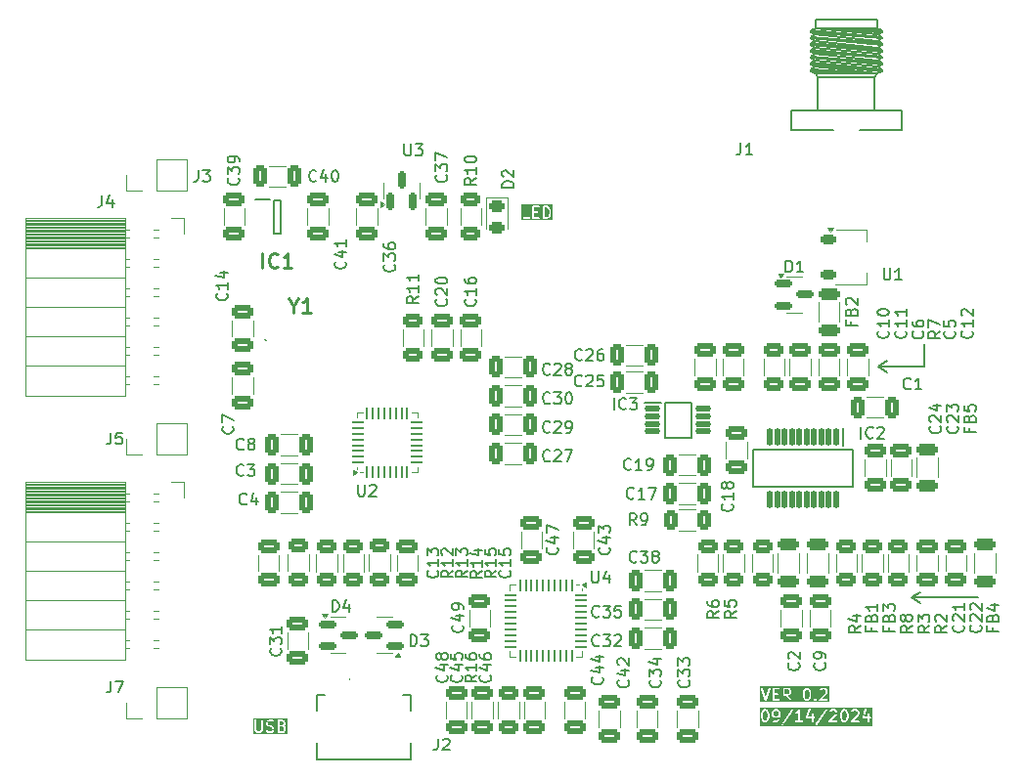
<source format=gbr>
%TF.GenerationSoftware,KiCad,Pcbnew,8.0.4*%
%TF.CreationDate,2024-09-14T20:38:07+07:00*%
%TF.ProjectId,msi_SDR_ADC,6d73695f-5344-4525-9f41-44432e6b6963,R0.1*%
%TF.SameCoordinates,PX72ade90PY75c75e0*%
%TF.FileFunction,Legend,Top*%
%TF.FilePolarity,Positive*%
%FSLAX46Y46*%
G04 Gerber Fmt 4.6, Leading zero omitted, Abs format (unit mm)*
G04 Created by KiCad (PCBNEW 8.0.4) date 2024-09-14 20:38:07*
%MOMM*%
%LPD*%
G01*
G04 APERTURE LIST*
G04 Aperture macros list*
%AMRoundRect*
0 Rectangle with rounded corners*
0 $1 Rounding radius*
0 $2 $3 $4 $5 $6 $7 $8 $9 X,Y pos of 4 corners*
0 Add a 4 corners polygon primitive as box body*
4,1,4,$2,$3,$4,$5,$6,$7,$8,$9,$2,$3,0*
0 Add four circle primitives for the rounded corners*
1,1,$1+$1,$2,$3*
1,1,$1+$1,$4,$5*
1,1,$1+$1,$6,$7*
1,1,$1+$1,$8,$9*
0 Add four rect primitives between the rounded corners*
20,1,$1+$1,$2,$3,$4,$5,0*
20,1,$1+$1,$4,$5,$6,$7,0*
20,1,$1+$1,$6,$7,$8,$9,0*
20,1,$1+$1,$8,$9,$2,$3,0*%
%AMFreePoly0*
4,1,9,3.862500,-0.866500,0.737500,-0.866500,0.737500,-0.450000,-0.737500,-0.450000,-0.737500,0.450000,0.737500,0.450000,0.737500,0.866500,3.862500,0.866500,3.862500,-0.866500,3.862500,-0.866500,$1*%
G04 Aperture macros list end*
%ADD10C,0.150000*%
%ADD11C,0.254000*%
%ADD12C,0.120000*%
%ADD13C,0.200000*%
%ADD14C,0.100000*%
%ADD15RoundRect,0.250000X0.650000X-0.325000X0.650000X0.325000X-0.650000X0.325000X-0.650000X-0.325000X0*%
%ADD16RoundRect,0.250000X-0.650000X0.325000X-0.650000X-0.325000X0.650000X-0.325000X0.650000X0.325000X0*%
%ADD17RoundRect,0.250000X-0.325000X-0.650000X0.325000X-0.650000X0.325000X0.650000X-0.325000X0.650000X0*%
%ADD18R,1.700000X1.700000*%
%ADD19O,1.700000X1.700000*%
%ADD20RoundRect,0.250000X0.325000X0.650000X-0.325000X0.650000X-0.325000X-0.650000X0.325000X-0.650000X0*%
%ADD21RoundRect,0.110000X-0.110000X-0.650000X0.110000X-0.650000X0.110000X0.650000X-0.110000X0.650000X0*%
%ADD22RoundRect,0.250000X-0.625000X0.312500X-0.625000X-0.312500X0.625000X-0.312500X0.625000X0.312500X0*%
%ADD23RoundRect,0.150000X-0.587500X-0.150000X0.587500X-0.150000X0.587500X0.150000X-0.587500X0.150000X0*%
%ADD24RoundRect,0.062500X-0.062500X0.437500X-0.062500X-0.437500X0.062500X-0.437500X0.062500X0.437500X0*%
%ADD25RoundRect,0.062500X-0.437500X0.062500X-0.437500X-0.062500X0.437500X-0.062500X0.437500X0.062500X0*%
%ADD26R,4.600000X4.600000*%
%ADD27RoundRect,0.250000X0.625000X-0.312500X0.625000X0.312500X-0.625000X0.312500X-0.625000X-0.312500X0*%
%ADD28RoundRect,0.250000X0.700000X-0.275000X0.700000X0.275000X-0.700000X0.275000X-0.700000X-0.275000X0*%
%ADD29R,0.400000X1.350000*%
%ADD30C,2.425000*%
%ADD31C,1.450000*%
%ADD32R,1.800000X1.900000*%
%ADD33RoundRect,0.150000X0.150000X-0.587500X0.150000X0.587500X-0.150000X0.587500X-0.150000X-0.587500X0*%
%ADD34RoundRect,0.250000X0.312500X0.625000X-0.312500X0.625000X-0.312500X-0.625000X0.312500X-0.625000X0*%
%ADD35RoundRect,0.243750X-0.456250X0.243750X-0.456250X-0.243750X0.456250X-0.243750X0.456250X0.243750X0*%
%ADD36RoundRect,0.250000X-0.700000X0.275000X-0.700000X-0.275000X0.700000X-0.275000X0.700000X0.275000X0*%
%ADD37RoundRect,0.150000X0.587500X0.150000X-0.587500X0.150000X-0.587500X-0.150000X0.587500X-0.150000X0*%
%ADD38C,0.800000*%
%ADD39C,6.400000*%
%ADD40RoundRect,0.112500X0.587500X-0.112500X0.587500X0.112500X-0.587500X0.112500X-0.587500X-0.112500X0*%
%ADD41R,1.250000X0.650000*%
%ADD42R,1.100000X1.300000*%
%ADD43R,0.700000X2.350000*%
%ADD44R,4.800000X4.900000*%
%ADD45RoundRect,0.225000X-0.425000X-0.225000X0.425000X-0.225000X0.425000X0.225000X-0.425000X0.225000X0*%
%ADD46FreePoly0,0.000000*%
%ADD47RoundRect,0.062500X0.062500X-0.437500X0.062500X0.437500X-0.062500X0.437500X-0.062500X-0.437500X0*%
%ADD48RoundRect,0.062500X0.437500X-0.062500X0.437500X0.062500X-0.437500X0.062500X-0.437500X-0.062500X0*%
%ADD49R,3.700000X3.700000*%
G04 APERTURE END LIST*
D10*
X73750000Y33500000D02*
X74500000Y34000000D01*
X77750000Y33500000D02*
X73750000Y33500000D01*
X76625000Y13500000D02*
X77375000Y13000000D01*
X76625000Y13500000D02*
X77375000Y14000000D01*
X77750000Y35500000D02*
X77750000Y33500000D01*
X82375000Y13500000D02*
X76625000Y13500000D01*
X73750000Y33500000D02*
X74500000Y33000000D01*
G36*
X67697114Y5520923D02*
G01*
X67727521Y5490516D01*
X67766014Y5413529D01*
X67809398Y5239995D01*
X67809398Y5020368D01*
X67766014Y4846834D01*
X67727520Y4769847D01*
X67697113Y4739439D01*
X67628598Y4705181D01*
X67568770Y4705181D01*
X67500254Y4739439D01*
X67469847Y4769847D01*
X67431353Y4846834D01*
X67387970Y5020368D01*
X67387970Y5239995D01*
X67431353Y5413529D01*
X67469847Y5490516D01*
X67500254Y5520923D01*
X67568770Y5555181D01*
X67628598Y5555181D01*
X67697114Y5520923D01*
G37*
G36*
X66030447Y5520923D02*
G01*
X66060854Y5490516D01*
X66095112Y5422000D01*
X66095112Y5314553D01*
X66060854Y5246037D01*
X66030447Y5215630D01*
X65961931Y5181372D01*
X65673684Y5181372D01*
X65673684Y5555181D01*
X65961931Y5555181D01*
X66030447Y5520923D01*
G37*
G36*
X69499080Y4444070D02*
G01*
X63508400Y4444070D01*
X63508400Y5620801D01*
X63619511Y5620801D01*
X63622771Y5606464D01*
X63956104Y4606464D01*
X63962098Y4593039D01*
X63965608Y4588992D01*
X63968005Y4584198D01*
X63975113Y4578033D01*
X63981272Y4570932D01*
X63986061Y4568538D01*
X63990112Y4565024D01*
X63999037Y4562050D01*
X64007445Y4557845D01*
X64012789Y4557466D01*
X64017875Y4555770D01*
X64027255Y4556437D01*
X64036635Y4555770D01*
X64041720Y4557466D01*
X64047065Y4557845D01*
X64055475Y4562051D01*
X64064397Y4565024D01*
X64068444Y4568535D01*
X64073238Y4570931D01*
X64079401Y4578037D01*
X64086505Y4584198D01*
X64088900Y4588990D01*
X64092412Y4593038D01*
X64098406Y4606464D01*
X64431739Y5606464D01*
X64434999Y5620800D01*
X64434332Y5630181D01*
X64618922Y5630181D01*
X64618922Y4630181D01*
X64620363Y4615550D01*
X64620363Y4615549D01*
X64631562Y4588513D01*
X64652254Y4567821D01*
X64679290Y4556622D01*
X64693922Y4555181D01*
X65170112Y4555181D01*
X65184744Y4556622D01*
X65211780Y4567821D01*
X65232472Y4588513D01*
X65243671Y4615549D01*
X65243671Y4644813D01*
X65232472Y4671849D01*
X65211780Y4692541D01*
X65184744Y4703740D01*
X65170112Y4705181D01*
X64768922Y4705181D01*
X64768922Y5078991D01*
X65027255Y5078991D01*
X65041887Y5080432D01*
X65068923Y5091631D01*
X65089615Y5112323D01*
X65100814Y5139359D01*
X65100814Y5168623D01*
X65089615Y5195659D01*
X65068923Y5216351D01*
X65041887Y5227550D01*
X65027255Y5228991D01*
X64768922Y5228991D01*
X64768922Y5555181D01*
X65170112Y5555181D01*
X65184744Y5556622D01*
X65211780Y5567821D01*
X65232472Y5588513D01*
X65243671Y5615549D01*
X65243671Y5630181D01*
X65523684Y5630181D01*
X65523684Y4630181D01*
X65525125Y4615549D01*
X65536324Y4588513D01*
X65557016Y4567821D01*
X65584052Y4556622D01*
X65613316Y4556622D01*
X65640352Y4567821D01*
X65661044Y4588513D01*
X65672243Y4615549D01*
X65673684Y4630181D01*
X65673684Y5031372D01*
X65797730Y5031372D01*
X66108670Y4587171D01*
X66118241Y4576011D01*
X66142920Y4560284D01*
X66171737Y4555198D01*
X66200308Y4561528D01*
X66224282Y4578310D01*
X66240009Y4602988D01*
X66245094Y4631806D01*
X66238765Y4660377D01*
X66231555Y4673190D01*
X65980751Y5031482D01*
X65994268Y5032813D01*
X65996757Y5033845D01*
X65999445Y5034035D01*
X66013177Y5039290D01*
X66108415Y5086909D01*
X66114714Y5090874D01*
X66116542Y5091631D01*
X66118598Y5093320D01*
X66120858Y5094741D01*
X66122157Y5096240D01*
X66127907Y5100958D01*
X66175526Y5148577D01*
X66180244Y5154327D01*
X66181743Y5155626D01*
X66183164Y5157886D01*
X66184853Y5159942D01*
X66185610Y5161770D01*
X66189575Y5168069D01*
X66230155Y5249229D01*
X67237970Y5249229D01*
X67237970Y5011134D01*
X67238221Y5008581D01*
X67238059Y5007488D01*
X67238868Y5002015D01*
X67239411Y4996502D01*
X67239833Y4995481D01*
X67240209Y4992944D01*
X67287828Y4802468D01*
X67288213Y4801389D01*
X67288252Y4800849D01*
X67290579Y4794768D01*
X67292775Y4788622D01*
X67293097Y4788187D01*
X67293507Y4787117D01*
X67341126Y4691879D01*
X67345089Y4685583D01*
X67345847Y4683753D01*
X67347536Y4681695D01*
X67348958Y4679436D01*
X67350456Y4678137D01*
X67355174Y4672388D01*
X67402793Y4624768D01*
X67408542Y4620050D01*
X67409843Y4618550D01*
X67412102Y4617128D01*
X67414159Y4615440D01*
X67415986Y4614683D01*
X67422286Y4610718D01*
X67517524Y4563099D01*
X67531255Y4557844D01*
X67533944Y4557653D01*
X67536433Y4556622D01*
X67551065Y4555181D01*
X67646303Y4555181D01*
X67660935Y4556622D01*
X67663424Y4557654D01*
X67666112Y4557844D01*
X67679844Y4563099D01*
X67775082Y4610718D01*
X67781381Y4614683D01*
X67783209Y4615440D01*
X67785265Y4617128D01*
X67787525Y4618550D01*
X67788825Y4620050D01*
X67794575Y4624768D01*
X67842193Y4672387D01*
X67846911Y4678137D01*
X67848410Y4679436D01*
X67849831Y4681695D01*
X67851521Y4683753D01*
X67852278Y4685583D01*
X67856242Y4691879D01*
X67856518Y4692431D01*
X68191792Y4692431D01*
X68191792Y4663168D01*
X68196829Y4651009D01*
X68202991Y4636132D01*
X68212318Y4624767D01*
X68259937Y4577148D01*
X68271302Y4567821D01*
X68298338Y4556622D01*
X68298339Y4556622D01*
X68327601Y4556622D01*
X68327602Y4556622D01*
X68354638Y4567821D01*
X68366003Y4577148D01*
X68413622Y4624767D01*
X68422949Y4636132D01*
X68426545Y4644813D01*
X68620363Y4644813D01*
X68620363Y4615549D01*
X68631562Y4588513D01*
X68652254Y4567821D01*
X68679290Y4556622D01*
X68693922Y4555181D01*
X69312969Y4555181D01*
X69327601Y4556622D01*
X69354637Y4567821D01*
X69375329Y4588513D01*
X69386528Y4615549D01*
X69386528Y4644813D01*
X69375329Y4671849D01*
X69354637Y4692541D01*
X69327601Y4703740D01*
X69312969Y4705181D01*
X68874988Y4705181D01*
X69318383Y5148577D01*
X69327711Y5159942D01*
X69328742Y5162433D01*
X69330507Y5164467D01*
X69336501Y5177893D01*
X69384120Y5320749D01*
X69385769Y5328005D01*
X69386528Y5329835D01*
X69386789Y5332489D01*
X69387380Y5335086D01*
X69387239Y5337061D01*
X69387969Y5344467D01*
X69387969Y5439705D01*
X69386528Y5454337D01*
X69385497Y5456826D01*
X69385306Y5459515D01*
X69380051Y5473246D01*
X69332432Y5568484D01*
X69328467Y5574784D01*
X69327710Y5576611D01*
X69326021Y5578668D01*
X69324600Y5580927D01*
X69323101Y5582227D01*
X69318383Y5587976D01*
X69270764Y5635595D01*
X69265014Y5640314D01*
X69263715Y5641812D01*
X69261455Y5643234D01*
X69259399Y5644922D01*
X69257571Y5645680D01*
X69251272Y5649644D01*
X69156034Y5697263D01*
X69142302Y5702518D01*
X69139614Y5702709D01*
X69137125Y5703740D01*
X69122493Y5705181D01*
X68884398Y5705181D01*
X68869766Y5703740D01*
X68867277Y5702710D01*
X68864588Y5702518D01*
X68850857Y5697263D01*
X68755619Y5649644D01*
X68749319Y5645680D01*
X68747492Y5644922D01*
X68745435Y5643234D01*
X68743176Y5641812D01*
X68741876Y5640314D01*
X68736127Y5635595D01*
X68688508Y5587976D01*
X68679181Y5576611D01*
X68667982Y5549574D01*
X68667982Y5520312D01*
X68679181Y5493275D01*
X68699873Y5472583D01*
X68726910Y5461384D01*
X68756172Y5461384D01*
X68783209Y5472583D01*
X68794574Y5481910D01*
X68833587Y5520923D01*
X68902103Y5555181D01*
X69104788Y5555181D01*
X69173304Y5520923D01*
X69203711Y5490516D01*
X69237969Y5422000D01*
X69237969Y5356637D01*
X69199797Y5242124D01*
X68640889Y4683214D01*
X68631562Y4671849D01*
X68620363Y4644813D01*
X68426545Y4644813D01*
X68434148Y4663168D01*
X68434148Y4692431D01*
X68434102Y4692541D01*
X68422950Y4719467D01*
X68413622Y4730833D01*
X68366004Y4778452D01*
X68354638Y4787780D01*
X68354637Y4787781D01*
X68336341Y4795359D01*
X68327602Y4798979D01*
X68327601Y4798979D01*
X68298338Y4798979D01*
X68289599Y4795359D01*
X68271303Y4787781D01*
X68271302Y4787780D01*
X68259936Y4778452D01*
X68212317Y4730832D01*
X68202990Y4719467D01*
X68191792Y4692431D01*
X67856518Y4692431D01*
X67903861Y4787117D01*
X67904270Y4788187D01*
X67904593Y4788622D01*
X67906785Y4794759D01*
X67909116Y4800848D01*
X67909154Y4801389D01*
X67909540Y4802468D01*
X67957159Y4992944D01*
X67957534Y4995481D01*
X67957957Y4996502D01*
X67958499Y5002015D01*
X67959309Y5007488D01*
X67959146Y5008581D01*
X67959398Y5011134D01*
X67959398Y5249229D01*
X67959146Y5251783D01*
X67959309Y5252875D01*
X67958499Y5258349D01*
X67957957Y5263861D01*
X67957534Y5264883D01*
X67957159Y5267419D01*
X67909540Y5457895D01*
X67909154Y5458975D01*
X67909116Y5459515D01*
X67906785Y5465605D01*
X67904593Y5471741D01*
X67904270Y5472177D01*
X67903861Y5473246D01*
X67856242Y5568484D01*
X67852277Y5574784D01*
X67851520Y5576611D01*
X67849831Y5578668D01*
X67848410Y5580927D01*
X67846911Y5582227D01*
X67842193Y5587976D01*
X67794574Y5635595D01*
X67788824Y5640314D01*
X67787525Y5641812D01*
X67785265Y5643234D01*
X67783209Y5644922D01*
X67781381Y5645680D01*
X67775082Y5649644D01*
X67679844Y5697263D01*
X67666112Y5702518D01*
X67663424Y5702709D01*
X67660935Y5703740D01*
X67646303Y5705181D01*
X67551065Y5705181D01*
X67536433Y5703740D01*
X67533944Y5702710D01*
X67531255Y5702518D01*
X67517524Y5697263D01*
X67422286Y5649644D01*
X67415986Y5645680D01*
X67414159Y5644922D01*
X67412102Y5643234D01*
X67409843Y5641812D01*
X67408543Y5640314D01*
X67402794Y5635595D01*
X67355175Y5587976D01*
X67350456Y5582227D01*
X67348958Y5580927D01*
X67347536Y5578668D01*
X67345848Y5576611D01*
X67345090Y5574784D01*
X67341126Y5568484D01*
X67293507Y5473246D01*
X67293097Y5472177D01*
X67292775Y5471741D01*
X67290579Y5465596D01*
X67288252Y5459514D01*
X67288213Y5458975D01*
X67287828Y5457895D01*
X67240209Y5267419D01*
X67239833Y5264883D01*
X67239411Y5263861D01*
X67238868Y5258349D01*
X67238059Y5252875D01*
X67238221Y5251783D01*
X67237970Y5249229D01*
X66230155Y5249229D01*
X66237194Y5263307D01*
X66242449Y5277038D01*
X66242640Y5279728D01*
X66243671Y5282216D01*
X66245112Y5296848D01*
X66245112Y5439705D01*
X66243671Y5454337D01*
X66242640Y5456826D01*
X66242449Y5459515D01*
X66237194Y5473246D01*
X66189575Y5568484D01*
X66185610Y5574784D01*
X66184853Y5576611D01*
X66183164Y5578668D01*
X66181743Y5580927D01*
X66180244Y5582227D01*
X66175526Y5587976D01*
X66127907Y5635595D01*
X66122157Y5640314D01*
X66120858Y5641812D01*
X66118598Y5643234D01*
X66116542Y5644922D01*
X66114714Y5645680D01*
X66108415Y5649644D01*
X66013177Y5697263D01*
X65999445Y5702518D01*
X65996757Y5702709D01*
X65994268Y5703740D01*
X65979636Y5705181D01*
X65598684Y5705181D01*
X65584052Y5703740D01*
X65557016Y5692541D01*
X65536324Y5671849D01*
X65525125Y5644813D01*
X65523684Y5630181D01*
X65243671Y5630181D01*
X65243671Y5644813D01*
X65232472Y5671849D01*
X65211780Y5692541D01*
X65184744Y5703740D01*
X65170112Y5705181D01*
X64693922Y5705181D01*
X64679290Y5703740D01*
X64652254Y5692541D01*
X64631562Y5671849D01*
X64620363Y5644813D01*
X64618922Y5630181D01*
X64434332Y5630181D01*
X64432924Y5649990D01*
X64419838Y5676164D01*
X64397730Y5695338D01*
X64369968Y5704592D01*
X64340778Y5702517D01*
X64314605Y5689430D01*
X64295431Y5667323D01*
X64289437Y5653898D01*
X64027255Y4867352D01*
X63765073Y5653898D01*
X63759079Y5667324D01*
X63739905Y5689431D01*
X63713732Y5702517D01*
X63684542Y5704592D01*
X63656779Y5695338D01*
X63634672Y5676164D01*
X63621586Y5649991D01*
X63619511Y5620801D01*
X63508400Y5620801D01*
X63508400Y5816292D01*
X69499080Y5816292D01*
X69499080Y4444070D01*
G37*
G36*
X45141503Y47267010D02*
G01*
X45215616Y47192897D01*
X45254109Y47115910D01*
X45297493Y46942376D01*
X45297493Y46817987D01*
X45254109Y46644453D01*
X45215615Y46567466D01*
X45141503Y46493353D01*
X45026990Y46455181D01*
X44876065Y46455181D01*
X44876065Y47305181D01*
X45026990Y47305181D01*
X45141503Y47267010D01*
G37*
G36*
X45558604Y46194070D02*
G01*
X42900668Y46194070D01*
X42900668Y47380181D01*
X43011779Y47380181D01*
X43011779Y46380181D01*
X43013220Y46365549D01*
X43024419Y46338513D01*
X43045111Y46317821D01*
X43072147Y46306622D01*
X43086779Y46305181D01*
X43562969Y46305181D01*
X43577601Y46306622D01*
X43604637Y46317821D01*
X43625329Y46338513D01*
X43636528Y46365549D01*
X43636528Y46394813D01*
X43625329Y46421849D01*
X43604637Y46442541D01*
X43577601Y46453740D01*
X43562969Y46455181D01*
X43161779Y46455181D01*
X43161779Y47380181D01*
X43821303Y47380181D01*
X43821303Y46380181D01*
X43822744Y46365549D01*
X43833943Y46338513D01*
X43854635Y46317821D01*
X43881671Y46306622D01*
X43896303Y46305181D01*
X44372493Y46305181D01*
X44387125Y46306622D01*
X44414161Y46317821D01*
X44434853Y46338513D01*
X44446052Y46365549D01*
X44446052Y46394813D01*
X44434853Y46421849D01*
X44414161Y46442541D01*
X44387125Y46453740D01*
X44372493Y46455181D01*
X43971303Y46455181D01*
X43971303Y46828991D01*
X44229636Y46828991D01*
X44244268Y46830432D01*
X44271304Y46841631D01*
X44291996Y46862323D01*
X44303195Y46889359D01*
X44303195Y46918623D01*
X44291996Y46945659D01*
X44271304Y46966351D01*
X44244268Y46977550D01*
X44229636Y46978991D01*
X43971303Y46978991D01*
X43971303Y47305181D01*
X44372493Y47305181D01*
X44387125Y47306622D01*
X44414161Y47317821D01*
X44434853Y47338513D01*
X44446052Y47365549D01*
X44446052Y47380181D01*
X44726065Y47380181D01*
X44726065Y46380181D01*
X44727506Y46365549D01*
X44738705Y46338513D01*
X44759397Y46317821D01*
X44786433Y46306622D01*
X44801065Y46305181D01*
X45039160Y46305181D01*
X45046565Y46305911D01*
X45048540Y46305770D01*
X45051137Y46306361D01*
X45053792Y46306622D01*
X45055623Y46307381D01*
X45062877Y46309030D01*
X45205734Y46356649D01*
X45219159Y46362643D01*
X45221194Y46364409D01*
X45223685Y46365440D01*
X45235050Y46374767D01*
X45330289Y46470007D01*
X45335006Y46475756D01*
X45336505Y46477055D01*
X45337926Y46479314D01*
X45339616Y46481372D01*
X45340373Y46483202D01*
X45344337Y46489498D01*
X45391956Y46584736D01*
X45392365Y46585806D01*
X45392688Y46586241D01*
X45394880Y46592378D01*
X45397211Y46598467D01*
X45397249Y46599008D01*
X45397635Y46600087D01*
X45445254Y46790563D01*
X45445629Y46793100D01*
X45446052Y46794121D01*
X45446594Y46799634D01*
X45447404Y46805107D01*
X45447241Y46806200D01*
X45447493Y46808753D01*
X45447493Y46951610D01*
X45447241Y46954164D01*
X45447404Y46955256D01*
X45446594Y46960730D01*
X45446052Y46966242D01*
X45445629Y46967264D01*
X45445254Y46969800D01*
X45397635Y47160276D01*
X45397249Y47161356D01*
X45397211Y47161896D01*
X45394880Y47167986D01*
X45392688Y47174122D01*
X45392365Y47174558D01*
X45391956Y47175627D01*
X45344337Y47270865D01*
X45340374Y47277160D01*
X45339616Y47278992D01*
X45337924Y47281054D01*
X45336505Y47283308D01*
X45335008Y47284607D01*
X45330288Y47290357D01*
X45235050Y47385595D01*
X45223685Y47394922D01*
X45221194Y47395954D01*
X45219159Y47397719D01*
X45205734Y47403713D01*
X45062877Y47451332D01*
X45055623Y47452982D01*
X45053792Y47453740D01*
X45051137Y47454002D01*
X45048540Y47454592D01*
X45046565Y47454452D01*
X45039160Y47455181D01*
X44801065Y47455181D01*
X44786433Y47453740D01*
X44759397Y47442541D01*
X44738705Y47421849D01*
X44727506Y47394813D01*
X44726065Y47380181D01*
X44446052Y47380181D01*
X44446052Y47394813D01*
X44434853Y47421849D01*
X44414161Y47442541D01*
X44387125Y47453740D01*
X44372493Y47455181D01*
X43896303Y47455181D01*
X43881671Y47453740D01*
X43854635Y47442541D01*
X43833943Y47421849D01*
X43822744Y47394813D01*
X43821303Y47380181D01*
X43161779Y47380181D01*
X43160338Y47394813D01*
X43149139Y47421849D01*
X43128447Y47442541D01*
X43101411Y47453740D01*
X43072147Y47453740D01*
X43045111Y47442541D01*
X43024419Y47421849D01*
X43013220Y47394813D01*
X43011779Y47380181D01*
X42900668Y47380181D01*
X42900668Y47566292D01*
X45558604Y47566292D01*
X45558604Y46194070D01*
G37*
G36*
X64073304Y3670923D02*
G01*
X64103711Y3640516D01*
X64142204Y3563529D01*
X64185588Y3389995D01*
X64185588Y3170368D01*
X64142204Y2996834D01*
X64103710Y2919847D01*
X64073303Y2889439D01*
X64004788Y2855181D01*
X63944960Y2855181D01*
X63876444Y2889439D01*
X63846037Y2919847D01*
X63807543Y2996834D01*
X63764160Y3170368D01*
X63764160Y3389995D01*
X63807543Y3563529D01*
X63846037Y3640516D01*
X63876444Y3670923D01*
X63944960Y3705181D01*
X64004788Y3705181D01*
X64073304Y3670923D01*
G37*
G36*
X65073304Y3670923D02*
G01*
X65103711Y3640516D01*
X65137969Y3572000D01*
X65137969Y3369315D01*
X65103711Y3300799D01*
X65073304Y3270392D01*
X65004788Y3236134D01*
X64849722Y3236134D01*
X64781206Y3270392D01*
X64750799Y3300799D01*
X64716541Y3369315D01*
X64716541Y3572000D01*
X64750799Y3640516D01*
X64781206Y3670923D01*
X64849722Y3705181D01*
X65004788Y3705181D01*
X65073304Y3670923D01*
G37*
G36*
X70930447Y3670923D02*
G01*
X70960854Y3640516D01*
X70999347Y3563529D01*
X71042731Y3389995D01*
X71042731Y3170368D01*
X70999347Y2996834D01*
X70960853Y2919847D01*
X70930446Y2889439D01*
X70861931Y2855181D01*
X70802103Y2855181D01*
X70733587Y2889439D01*
X70703180Y2919847D01*
X70664686Y2996834D01*
X70621303Y3170368D01*
X70621303Y3389995D01*
X70664686Y3563529D01*
X70703180Y3640516D01*
X70733587Y3670923D01*
X70802103Y3705181D01*
X70861931Y3705181D01*
X70930447Y3670923D01*
G37*
G36*
X73254782Y2355975D02*
G01*
X63503049Y2355975D01*
X63503049Y2542007D01*
X65423684Y2542007D01*
X65429423Y2513313D01*
X65445706Y2488998D01*
X65470055Y2472765D01*
X65498763Y2467086D01*
X65527457Y2472825D01*
X65551772Y2489108D01*
X65561088Y2500484D01*
X65588770Y2542007D01*
X68376065Y2542007D01*
X68381804Y2513313D01*
X68398087Y2488998D01*
X68422436Y2472765D01*
X68451144Y2467086D01*
X68479838Y2472825D01*
X68504153Y2489108D01*
X68513469Y2500484D01*
X68709688Y2794813D01*
X69472744Y2794813D01*
X69472744Y2765549D01*
X69483943Y2738513D01*
X69504635Y2717821D01*
X69531671Y2706622D01*
X69546303Y2705181D01*
X70165350Y2705181D01*
X70179982Y2706622D01*
X70207018Y2717821D01*
X70227710Y2738513D01*
X70238909Y2765549D01*
X70238909Y2794813D01*
X70227710Y2821849D01*
X70207018Y2842541D01*
X70179982Y2853740D01*
X70165350Y2855181D01*
X69727369Y2855181D01*
X70170764Y3298577D01*
X70180092Y3309942D01*
X70181123Y3312433D01*
X70182888Y3314467D01*
X70188882Y3327893D01*
X70212661Y3399229D01*
X70471303Y3399229D01*
X70471303Y3161134D01*
X70471554Y3158581D01*
X70471392Y3157488D01*
X70472201Y3152015D01*
X70472744Y3146502D01*
X70473166Y3145481D01*
X70473542Y3142944D01*
X70521161Y2952468D01*
X70521546Y2951389D01*
X70521585Y2950849D01*
X70523912Y2944768D01*
X70526108Y2938622D01*
X70526430Y2938187D01*
X70526840Y2937117D01*
X70574459Y2841879D01*
X70578422Y2835583D01*
X70579180Y2833753D01*
X70580869Y2831695D01*
X70582291Y2829436D01*
X70583789Y2828137D01*
X70588507Y2822388D01*
X70636126Y2774768D01*
X70641875Y2770050D01*
X70643176Y2768550D01*
X70645435Y2767128D01*
X70647492Y2765440D01*
X70649319Y2764683D01*
X70655619Y2760718D01*
X70750857Y2713099D01*
X70764588Y2707844D01*
X70767277Y2707653D01*
X70769766Y2706622D01*
X70784398Y2705181D01*
X70879636Y2705181D01*
X70894268Y2706622D01*
X70896757Y2707654D01*
X70899445Y2707844D01*
X70913177Y2713099D01*
X71008415Y2760718D01*
X71014714Y2764683D01*
X71016542Y2765440D01*
X71018598Y2767128D01*
X71020858Y2768550D01*
X71022158Y2770050D01*
X71027908Y2774768D01*
X71047953Y2794813D01*
X71377506Y2794813D01*
X71377506Y2765549D01*
X71388705Y2738513D01*
X71409397Y2717821D01*
X71436433Y2706622D01*
X71451065Y2705181D01*
X72070112Y2705181D01*
X72084744Y2706622D01*
X72111780Y2717821D01*
X72132472Y2738513D01*
X72143671Y2765549D01*
X72143671Y2794813D01*
X72132472Y2821849D01*
X72111780Y2842541D01*
X72084744Y2853740D01*
X72070112Y2855181D01*
X71632131Y2855181D01*
X71899844Y3122895D01*
X72376654Y3122895D01*
X72377506Y3110910D01*
X72377506Y3098883D01*
X72378538Y3096392D01*
X72378729Y3093705D01*
X72384103Y3082956D01*
X72388705Y3071847D01*
X72390610Y3069942D01*
X72391815Y3067532D01*
X72400897Y3059655D01*
X72409397Y3051155D01*
X72411885Y3050125D01*
X72413922Y3048358D01*
X72425325Y3044557D01*
X72436433Y3039956D01*
X72440259Y3039580D01*
X72441685Y3039104D01*
X72443659Y3039245D01*
X72451065Y3038515D01*
X72852255Y3038515D01*
X72852255Y2780181D01*
X72853696Y2765549D01*
X72864895Y2738513D01*
X72885587Y2717821D01*
X72912623Y2706622D01*
X72941887Y2706622D01*
X72968923Y2717821D01*
X72989615Y2738513D01*
X73000814Y2765549D01*
X73002255Y2780181D01*
X73002255Y3038515D01*
X73070112Y3038515D01*
X73084744Y3039956D01*
X73111780Y3051155D01*
X73132472Y3071847D01*
X73143671Y3098883D01*
X73143671Y3128147D01*
X73132472Y3155183D01*
X73111780Y3175875D01*
X73084744Y3187074D01*
X73070112Y3188515D01*
X73002255Y3188515D01*
X73002255Y3446848D01*
X73000814Y3461480D01*
X72989615Y3488516D01*
X72968923Y3509208D01*
X72941887Y3520407D01*
X72912623Y3520407D01*
X72885587Y3509208D01*
X72864895Y3488516D01*
X72853696Y3461480D01*
X72852255Y3446848D01*
X72852255Y3188515D01*
X72555122Y3188515D01*
X72760311Y3804082D01*
X72763571Y3818419D01*
X72761496Y3847609D01*
X72748410Y3873783D01*
X72726302Y3892957D01*
X72698540Y3902211D01*
X72669350Y3900136D01*
X72643177Y3887049D01*
X72624003Y3864942D01*
X72618009Y3851517D01*
X72379914Y3137232D01*
X72378264Y3129979D01*
X72377506Y3128147D01*
X72377506Y3126642D01*
X72376654Y3122895D01*
X71899844Y3122895D01*
X72075526Y3298577D01*
X72084854Y3309942D01*
X72085885Y3312433D01*
X72087650Y3314467D01*
X72093644Y3327893D01*
X72141263Y3470749D01*
X72142912Y3478005D01*
X72143671Y3479835D01*
X72143932Y3482489D01*
X72144523Y3485086D01*
X72144382Y3487061D01*
X72145112Y3494467D01*
X72145112Y3589705D01*
X72143671Y3604337D01*
X72142640Y3606826D01*
X72142449Y3609515D01*
X72137194Y3623246D01*
X72089575Y3718484D01*
X72085610Y3724784D01*
X72084853Y3726611D01*
X72083164Y3728668D01*
X72081743Y3730927D01*
X72080244Y3732227D01*
X72075526Y3737976D01*
X72027907Y3785595D01*
X72022157Y3790314D01*
X72020858Y3791812D01*
X72018598Y3793234D01*
X72016542Y3794922D01*
X72014714Y3795680D01*
X72008415Y3799644D01*
X71913177Y3847263D01*
X71899445Y3852518D01*
X71896757Y3852709D01*
X71894268Y3853740D01*
X71879636Y3855181D01*
X71641541Y3855181D01*
X71626909Y3853740D01*
X71624420Y3852710D01*
X71621731Y3852518D01*
X71608000Y3847263D01*
X71512762Y3799644D01*
X71506462Y3795680D01*
X71504635Y3794922D01*
X71502578Y3793234D01*
X71500319Y3791812D01*
X71499019Y3790314D01*
X71493270Y3785595D01*
X71445651Y3737976D01*
X71436324Y3726611D01*
X71425125Y3699574D01*
X71425125Y3670312D01*
X71436324Y3643275D01*
X71457016Y3622583D01*
X71484053Y3611384D01*
X71513315Y3611384D01*
X71540352Y3622583D01*
X71551717Y3631910D01*
X71590730Y3670923D01*
X71659246Y3705181D01*
X71861931Y3705181D01*
X71930447Y3670923D01*
X71960854Y3640516D01*
X71995112Y3572000D01*
X71995112Y3506637D01*
X71956940Y3392124D01*
X71398032Y2833214D01*
X71388705Y2821849D01*
X71377506Y2794813D01*
X71047953Y2794813D01*
X71075526Y2822387D01*
X71080244Y2828137D01*
X71081743Y2829436D01*
X71083164Y2831695D01*
X71084854Y2833753D01*
X71085611Y2835583D01*
X71089575Y2841879D01*
X71137194Y2937117D01*
X71137603Y2938187D01*
X71137926Y2938622D01*
X71140118Y2944759D01*
X71142449Y2950848D01*
X71142487Y2951389D01*
X71142873Y2952468D01*
X71190492Y3142944D01*
X71190867Y3145481D01*
X71191290Y3146502D01*
X71191832Y3152015D01*
X71192642Y3157488D01*
X71192479Y3158581D01*
X71192731Y3161134D01*
X71192731Y3399229D01*
X71192479Y3401783D01*
X71192642Y3402875D01*
X71191832Y3408349D01*
X71191290Y3413861D01*
X71190867Y3414883D01*
X71190492Y3417419D01*
X71142873Y3607895D01*
X71142487Y3608975D01*
X71142449Y3609515D01*
X71140118Y3615605D01*
X71137926Y3621741D01*
X71137603Y3622177D01*
X71137194Y3623246D01*
X71089575Y3718484D01*
X71085610Y3724784D01*
X71084853Y3726611D01*
X71083164Y3728668D01*
X71081743Y3730927D01*
X71080244Y3732227D01*
X71075526Y3737976D01*
X71027907Y3785595D01*
X71022157Y3790314D01*
X71020858Y3791812D01*
X71018598Y3793234D01*
X71016542Y3794922D01*
X71014714Y3795680D01*
X71008415Y3799644D01*
X70913177Y3847263D01*
X70899445Y3852518D01*
X70896757Y3852709D01*
X70894268Y3853740D01*
X70879636Y3855181D01*
X70784398Y3855181D01*
X70769766Y3853740D01*
X70767277Y3852710D01*
X70764588Y3852518D01*
X70750857Y3847263D01*
X70655619Y3799644D01*
X70649319Y3795680D01*
X70647492Y3794922D01*
X70645435Y3793234D01*
X70643176Y3791812D01*
X70641876Y3790314D01*
X70636127Y3785595D01*
X70588508Y3737976D01*
X70583789Y3732227D01*
X70582291Y3730927D01*
X70580869Y3728668D01*
X70579181Y3726611D01*
X70578423Y3724784D01*
X70574459Y3718484D01*
X70526840Y3623246D01*
X70526430Y3622177D01*
X70526108Y3621741D01*
X70523912Y3615596D01*
X70521585Y3609514D01*
X70521546Y3608975D01*
X70521161Y3607895D01*
X70473542Y3417419D01*
X70473166Y3414883D01*
X70472744Y3413861D01*
X70472201Y3408349D01*
X70471392Y3402875D01*
X70471554Y3401783D01*
X70471303Y3399229D01*
X70212661Y3399229D01*
X70236501Y3470749D01*
X70238150Y3478005D01*
X70238909Y3479835D01*
X70239170Y3482489D01*
X70239761Y3485086D01*
X70239620Y3487061D01*
X70240350Y3494467D01*
X70240350Y3589705D01*
X70238909Y3604337D01*
X70237878Y3606826D01*
X70237687Y3609515D01*
X70232432Y3623246D01*
X70184813Y3718484D01*
X70180848Y3724784D01*
X70180091Y3726611D01*
X70178402Y3728668D01*
X70176981Y3730927D01*
X70175482Y3732227D01*
X70170764Y3737976D01*
X70123145Y3785595D01*
X70117395Y3790314D01*
X70116096Y3791812D01*
X70113836Y3793234D01*
X70111780Y3794922D01*
X70109952Y3795680D01*
X70103653Y3799644D01*
X70008415Y3847263D01*
X69994683Y3852518D01*
X69991995Y3852709D01*
X69989506Y3853740D01*
X69974874Y3855181D01*
X69736779Y3855181D01*
X69722147Y3853740D01*
X69719658Y3852710D01*
X69716969Y3852518D01*
X69703238Y3847263D01*
X69608000Y3799644D01*
X69601700Y3795680D01*
X69599873Y3794922D01*
X69597816Y3793234D01*
X69595557Y3791812D01*
X69594257Y3790314D01*
X69588508Y3785595D01*
X69540889Y3737976D01*
X69531562Y3726611D01*
X69520363Y3699574D01*
X69520363Y3670312D01*
X69531562Y3643275D01*
X69552254Y3622583D01*
X69579291Y3611384D01*
X69608553Y3611384D01*
X69635590Y3622583D01*
X69646955Y3631910D01*
X69685968Y3670923D01*
X69754484Y3705181D01*
X69957169Y3705181D01*
X70025685Y3670923D01*
X70056092Y3640516D01*
X70090350Y3572000D01*
X70090350Y3506637D01*
X70052178Y3392124D01*
X69493270Y2833214D01*
X69483943Y2821849D01*
X69472744Y2794813D01*
X68709688Y2794813D01*
X69370611Y3786198D01*
X69377528Y3799172D01*
X69383207Y3827879D01*
X69377468Y3856574D01*
X69361185Y3880889D01*
X69336836Y3897122D01*
X69308128Y3902800D01*
X69279434Y3897061D01*
X69255119Y3880778D01*
X69245803Y3869403D01*
X68388661Y2583688D01*
X68381744Y2570715D01*
X68376065Y2542007D01*
X65588770Y2542007D01*
X66229997Y3503848D01*
X66567130Y3503848D01*
X66569204Y3474658D01*
X66582291Y3448483D01*
X66604399Y3429310D01*
X66632160Y3420056D01*
X66661350Y3422130D01*
X66675082Y3427385D01*
X66770320Y3475004D01*
X66776619Y3478969D01*
X66778447Y3479726D01*
X66780503Y3481415D01*
X66782763Y3482836D01*
X66784062Y3484335D01*
X66789812Y3489053D01*
X66852255Y3551496D01*
X66852255Y2855181D01*
X66641541Y2855181D01*
X66626909Y2853740D01*
X66599873Y2842541D01*
X66579181Y2821849D01*
X66567982Y2794813D01*
X66567982Y2765549D01*
X66579181Y2738513D01*
X66599873Y2717821D01*
X66626909Y2706622D01*
X66641541Y2705181D01*
X67212969Y2705181D01*
X67227601Y2706622D01*
X67254637Y2717821D01*
X67275329Y2738513D01*
X67286528Y2765549D01*
X67286528Y2794813D01*
X67275329Y2821849D01*
X67254637Y2842541D01*
X67227601Y2853740D01*
X67212969Y2855181D01*
X67002255Y2855181D01*
X67002255Y3122895D01*
X67519511Y3122895D01*
X67520363Y3110910D01*
X67520363Y3098883D01*
X67521395Y3096392D01*
X67521586Y3093705D01*
X67526960Y3082956D01*
X67531562Y3071847D01*
X67533467Y3069942D01*
X67534672Y3067532D01*
X67543754Y3059655D01*
X67552254Y3051155D01*
X67554742Y3050125D01*
X67556779Y3048358D01*
X67568182Y3044557D01*
X67579290Y3039956D01*
X67583116Y3039580D01*
X67584542Y3039104D01*
X67586516Y3039245D01*
X67593922Y3038515D01*
X67995112Y3038515D01*
X67995112Y2780181D01*
X67996553Y2765549D01*
X68007752Y2738513D01*
X68028444Y2717821D01*
X68055480Y2706622D01*
X68084744Y2706622D01*
X68111780Y2717821D01*
X68132472Y2738513D01*
X68143671Y2765549D01*
X68145112Y2780181D01*
X68145112Y3038515D01*
X68212969Y3038515D01*
X68227601Y3039956D01*
X68254637Y3051155D01*
X68275329Y3071847D01*
X68286528Y3098883D01*
X68286528Y3128147D01*
X68275329Y3155183D01*
X68254637Y3175875D01*
X68227601Y3187074D01*
X68212969Y3188515D01*
X68145112Y3188515D01*
X68145112Y3446848D01*
X68143671Y3461480D01*
X68132472Y3488516D01*
X68111780Y3509208D01*
X68084744Y3520407D01*
X68055480Y3520407D01*
X68028444Y3509208D01*
X68007752Y3488516D01*
X67996553Y3461480D01*
X67995112Y3446848D01*
X67995112Y3188515D01*
X67697979Y3188515D01*
X67903168Y3804082D01*
X67906428Y3818419D01*
X67904353Y3847609D01*
X67891267Y3873783D01*
X67869159Y3892957D01*
X67841397Y3902211D01*
X67812207Y3900136D01*
X67786034Y3887049D01*
X67766860Y3864942D01*
X67760866Y3851517D01*
X67522771Y3137232D01*
X67521121Y3129979D01*
X67520363Y3128147D01*
X67520363Y3126642D01*
X67519511Y3122895D01*
X67002255Y3122895D01*
X67002255Y3780181D01*
X67002249Y3780234D01*
X67002255Y3780260D01*
X67002239Y3780337D01*
X67000814Y3794813D01*
X66997972Y3801674D01*
X66996516Y3808955D01*
X66992426Y3815062D01*
X66989615Y3821849D01*
X66984366Y3827098D01*
X66980233Y3833270D01*
X66974116Y3837348D01*
X66968923Y3842541D01*
X66962063Y3845383D01*
X66955884Y3849502D01*
X66948675Y3850928D01*
X66941887Y3853740D01*
X66934460Y3853740D01*
X66927176Y3855181D01*
X66919971Y3853740D01*
X66912623Y3853740D01*
X66905762Y3850899D01*
X66898482Y3849442D01*
X66892376Y3845354D01*
X66885587Y3842541D01*
X66880336Y3837291D01*
X66874167Y3833159D01*
X66864946Y3821901D01*
X66864895Y3821849D01*
X66864885Y3821827D01*
X66864851Y3821784D01*
X66773731Y3685104D01*
X66692352Y3603725D01*
X66608000Y3561549D01*
X66595557Y3553717D01*
X66576384Y3531609D01*
X66567130Y3503848D01*
X66229997Y3503848D01*
X66418230Y3786198D01*
X66425147Y3799172D01*
X66430826Y3827879D01*
X66425087Y3856574D01*
X66408804Y3880889D01*
X66384455Y3897122D01*
X66355747Y3902800D01*
X66327053Y3897061D01*
X66302738Y3880778D01*
X66293422Y3869403D01*
X65436280Y2583688D01*
X65429363Y2570715D01*
X65423684Y2542007D01*
X63503049Y2542007D01*
X63503049Y3399229D01*
X63614160Y3399229D01*
X63614160Y3161134D01*
X63614411Y3158581D01*
X63614249Y3157488D01*
X63615058Y3152015D01*
X63615601Y3146502D01*
X63616023Y3145481D01*
X63616399Y3142944D01*
X63664018Y2952468D01*
X63664403Y2951389D01*
X63664442Y2950849D01*
X63666769Y2944768D01*
X63668965Y2938622D01*
X63669287Y2938187D01*
X63669697Y2937117D01*
X63717316Y2841879D01*
X63721279Y2835583D01*
X63722037Y2833753D01*
X63723726Y2831695D01*
X63725148Y2829436D01*
X63726646Y2828137D01*
X63731364Y2822388D01*
X63778983Y2774768D01*
X63784732Y2770050D01*
X63786033Y2768550D01*
X63788292Y2767128D01*
X63790349Y2765440D01*
X63792176Y2764683D01*
X63798476Y2760718D01*
X63893714Y2713099D01*
X63907445Y2707844D01*
X63910134Y2707653D01*
X63912623Y2706622D01*
X63927255Y2705181D01*
X64022493Y2705181D01*
X64037125Y2706622D01*
X64039614Y2707654D01*
X64042302Y2707844D01*
X64056034Y2713099D01*
X64151272Y2760718D01*
X64157571Y2764683D01*
X64159399Y2765440D01*
X64161455Y2767128D01*
X64163715Y2768550D01*
X64165015Y2770050D01*
X64170765Y2774768D01*
X64218383Y2822387D01*
X64223101Y2828137D01*
X64224600Y2829436D01*
X64226021Y2831695D01*
X64227711Y2833753D01*
X64228468Y2835583D01*
X64232432Y2841879D01*
X64280051Y2937117D01*
X64280460Y2938187D01*
X64280783Y2938622D01*
X64282975Y2944759D01*
X64285306Y2950848D01*
X64285344Y2951389D01*
X64285730Y2952468D01*
X64333349Y3142944D01*
X64333724Y3145481D01*
X64334147Y3146502D01*
X64334689Y3152015D01*
X64335499Y3157488D01*
X64335336Y3158581D01*
X64335588Y3161134D01*
X64335588Y3399229D01*
X64335336Y3401783D01*
X64335499Y3402875D01*
X64334689Y3408349D01*
X64334147Y3413861D01*
X64333724Y3414883D01*
X64333349Y3417419D01*
X64290277Y3589705D01*
X64566541Y3589705D01*
X64566541Y3351610D01*
X64567982Y3336978D01*
X64569013Y3334489D01*
X64569204Y3331801D01*
X64574459Y3318069D01*
X64622078Y3222831D01*
X64626042Y3216532D01*
X64626800Y3214704D01*
X64628488Y3212648D01*
X64629910Y3210388D01*
X64631408Y3209089D01*
X64636127Y3203339D01*
X64683746Y3155720D01*
X64689495Y3151002D01*
X64690795Y3149503D01*
X64693054Y3148082D01*
X64695111Y3146393D01*
X64696938Y3145636D01*
X64703238Y3141671D01*
X64798476Y3094052D01*
X64812207Y3088797D01*
X64814896Y3088606D01*
X64817385Y3087575D01*
X64832017Y3086134D01*
X65022493Y3086134D01*
X65037125Y3087575D01*
X65039614Y3088607D01*
X65042302Y3088797D01*
X65056034Y3094052D01*
X65114264Y3123167D01*
X65095740Y3049071D01*
X65011825Y2923200D01*
X64978065Y2889439D01*
X64909550Y2855181D01*
X64736779Y2855181D01*
X64722147Y2853740D01*
X64695111Y2842541D01*
X64674419Y2821849D01*
X64663220Y2794813D01*
X64663220Y2765549D01*
X64674419Y2738513D01*
X64695111Y2717821D01*
X64722147Y2706622D01*
X64736779Y2705181D01*
X64927255Y2705181D01*
X64941887Y2706622D01*
X64944376Y2707654D01*
X64947064Y2707844D01*
X64960796Y2713099D01*
X65056034Y2760718D01*
X65062333Y2764683D01*
X65064161Y2765440D01*
X65066217Y2767128D01*
X65068477Y2768550D01*
X65069777Y2770050D01*
X65075527Y2774768D01*
X65123145Y2822387D01*
X65123178Y2822428D01*
X65123200Y2822442D01*
X65127939Y2828229D01*
X65132473Y2833753D01*
X65132482Y2833777D01*
X65132516Y2833817D01*
X65227754Y2976675D01*
X65232058Y2984750D01*
X65233164Y2986241D01*
X65233793Y2988004D01*
X65234671Y2989649D01*
X65235029Y2991464D01*
X65238111Y3000087D01*
X65285730Y3190563D01*
X65286105Y3193100D01*
X65286528Y3194121D01*
X65287070Y3199634D01*
X65287880Y3205107D01*
X65287717Y3206200D01*
X65287969Y3208753D01*
X65287969Y3589705D01*
X65286528Y3604337D01*
X65285497Y3606826D01*
X65285306Y3609515D01*
X65280051Y3623246D01*
X65232432Y3718484D01*
X65228467Y3724784D01*
X65227710Y3726611D01*
X65226021Y3728668D01*
X65224600Y3730927D01*
X65223101Y3732227D01*
X65218383Y3737976D01*
X65170764Y3785595D01*
X65165014Y3790314D01*
X65163715Y3791812D01*
X65161455Y3793234D01*
X65159399Y3794922D01*
X65157571Y3795680D01*
X65151272Y3799644D01*
X65056034Y3847263D01*
X65042302Y3852518D01*
X65039614Y3852709D01*
X65037125Y3853740D01*
X65022493Y3855181D01*
X64832017Y3855181D01*
X64817385Y3853740D01*
X64814896Y3852710D01*
X64812207Y3852518D01*
X64798476Y3847263D01*
X64703238Y3799644D01*
X64696938Y3795680D01*
X64695111Y3794922D01*
X64693054Y3793234D01*
X64690795Y3791812D01*
X64689495Y3790314D01*
X64683746Y3785595D01*
X64636127Y3737976D01*
X64631408Y3732227D01*
X64629910Y3730927D01*
X64628488Y3728668D01*
X64626800Y3726611D01*
X64626042Y3724784D01*
X64622078Y3718484D01*
X64574459Y3623246D01*
X64569204Y3609514D01*
X64569013Y3606827D01*
X64567982Y3604337D01*
X64566541Y3589705D01*
X64290277Y3589705D01*
X64285730Y3607895D01*
X64285344Y3608975D01*
X64285306Y3609515D01*
X64282975Y3615605D01*
X64280783Y3621741D01*
X64280460Y3622177D01*
X64280051Y3623246D01*
X64232432Y3718484D01*
X64228467Y3724784D01*
X64227710Y3726611D01*
X64226021Y3728668D01*
X64224600Y3730927D01*
X64223101Y3732227D01*
X64218383Y3737976D01*
X64170764Y3785595D01*
X64165014Y3790314D01*
X64163715Y3791812D01*
X64161455Y3793234D01*
X64159399Y3794922D01*
X64157571Y3795680D01*
X64151272Y3799644D01*
X64056034Y3847263D01*
X64042302Y3852518D01*
X64039614Y3852709D01*
X64037125Y3853740D01*
X64022493Y3855181D01*
X63927255Y3855181D01*
X63912623Y3853740D01*
X63910134Y3852710D01*
X63907445Y3852518D01*
X63893714Y3847263D01*
X63798476Y3799644D01*
X63792176Y3795680D01*
X63790349Y3794922D01*
X63788292Y3793234D01*
X63786033Y3791812D01*
X63784733Y3790314D01*
X63778984Y3785595D01*
X63731365Y3737976D01*
X63726646Y3732227D01*
X63725148Y3730927D01*
X63723726Y3728668D01*
X63722038Y3726611D01*
X63721280Y3724784D01*
X63717316Y3718484D01*
X63669697Y3623246D01*
X63669287Y3622177D01*
X63668965Y3621741D01*
X63666769Y3615596D01*
X63664442Y3609514D01*
X63664403Y3608975D01*
X63664018Y3607895D01*
X63616399Y3417419D01*
X63616023Y3414883D01*
X63615601Y3413861D01*
X63615058Y3408349D01*
X63614249Y3402875D01*
X63614411Y3401783D01*
X63614160Y3399229D01*
X63503049Y3399229D01*
X63503049Y4013911D01*
X73254782Y4013911D01*
X73254782Y2355975D01*
G37*
G36*
X22272455Y2290820D02*
G01*
X22298949Y2264326D01*
X22333207Y2195810D01*
X22333207Y2088363D01*
X22298948Y2019847D01*
X22268541Y1989439D01*
X22200026Y1955181D01*
X21911779Y1955181D01*
X21911779Y2328991D01*
X22157942Y2328991D01*
X22272455Y2290820D01*
G37*
G36*
X22220923Y2770923D02*
G01*
X22251330Y2740516D01*
X22285588Y2672000D01*
X22285588Y2612172D01*
X22251330Y2543656D01*
X22220923Y2513249D01*
X22152407Y2478991D01*
X21911779Y2478991D01*
X21911779Y2805181D01*
X22152407Y2805181D01*
X22220923Y2770923D01*
G37*
G36*
X22594318Y1694070D02*
G01*
X19650668Y1694070D01*
X19650668Y2880181D01*
X19761779Y2880181D01*
X19761779Y2070658D01*
X19763220Y2056026D01*
X19764251Y2053537D01*
X19764442Y2050849D01*
X19769697Y2037117D01*
X19817316Y1941879D01*
X19821279Y1935583D01*
X19822037Y1933753D01*
X19823726Y1931695D01*
X19825148Y1929436D01*
X19826646Y1928137D01*
X19831364Y1922388D01*
X19878983Y1874768D01*
X19884732Y1870050D01*
X19886033Y1868550D01*
X19888292Y1867128D01*
X19890349Y1865440D01*
X19892176Y1864683D01*
X19898476Y1860718D01*
X19993714Y1813099D01*
X20007445Y1807844D01*
X20010134Y1807653D01*
X20012623Y1806622D01*
X20027255Y1805181D01*
X20217731Y1805181D01*
X20232363Y1806622D01*
X20234852Y1807654D01*
X20237540Y1807844D01*
X20251272Y1813099D01*
X20346510Y1860718D01*
X20352809Y1864683D01*
X20354637Y1865440D01*
X20356693Y1867128D01*
X20358953Y1868550D01*
X20360253Y1870050D01*
X20366003Y1874768D01*
X20413621Y1922387D01*
X20418339Y1928137D01*
X20419838Y1929436D01*
X20421259Y1931695D01*
X20422949Y1933753D01*
X20423706Y1935583D01*
X20427670Y1941879D01*
X20475289Y2037117D01*
X20480544Y2050848D01*
X20480735Y2053538D01*
X20481766Y2056026D01*
X20483207Y2070658D01*
X20483207Y2689705D01*
X20761779Y2689705D01*
X20761779Y2594467D01*
X20763220Y2579835D01*
X20764251Y2577346D01*
X20764442Y2574658D01*
X20769697Y2560926D01*
X20817316Y2465688D01*
X20821280Y2459389D01*
X20822038Y2457561D01*
X20823726Y2455505D01*
X20825148Y2453245D01*
X20826646Y2451946D01*
X20831365Y2446196D01*
X20878984Y2398577D01*
X20884733Y2393859D01*
X20886033Y2392360D01*
X20888292Y2390939D01*
X20890349Y2389250D01*
X20892176Y2388493D01*
X20898476Y2384528D01*
X20993714Y2336909D01*
X20994783Y2336500D01*
X20995219Y2336177D01*
X21001355Y2333985D01*
X21007445Y2331654D01*
X21007985Y2331616D01*
X21009065Y2331230D01*
X21191555Y2285608D01*
X21268542Y2247114D01*
X21298949Y2216707D01*
X21333207Y2148191D01*
X21333207Y2088363D01*
X21298948Y2019847D01*
X21268541Y1989439D01*
X21200026Y1955181D01*
X20991806Y1955181D01*
X20860496Y1998951D01*
X20846159Y2002211D01*
X20816969Y2000136D01*
X20790796Y1987050D01*
X20771622Y1964943D01*
X20762368Y1937180D01*
X20764443Y1907990D01*
X20777529Y1881817D01*
X20799636Y1862643D01*
X20813062Y1856649D01*
X20955918Y1809030D01*
X20963173Y1807381D01*
X20965004Y1806622D01*
X20967657Y1806361D01*
X20970255Y1805770D01*
X20972229Y1805911D01*
X20979636Y1805181D01*
X21217731Y1805181D01*
X21232363Y1806622D01*
X21234852Y1807654D01*
X21237540Y1807844D01*
X21251272Y1813099D01*
X21346510Y1860718D01*
X21352809Y1864683D01*
X21354637Y1865440D01*
X21356693Y1867128D01*
X21358953Y1868550D01*
X21360253Y1870050D01*
X21366003Y1874768D01*
X21413621Y1922387D01*
X21418339Y1928137D01*
X21419838Y1929436D01*
X21421259Y1931695D01*
X21422949Y1933753D01*
X21423706Y1935583D01*
X21427670Y1941879D01*
X21475289Y2037117D01*
X21480544Y2050848D01*
X21480735Y2053538D01*
X21481766Y2056026D01*
X21483207Y2070658D01*
X21483207Y2165896D01*
X21481766Y2180528D01*
X21480735Y2183017D01*
X21480544Y2185706D01*
X21475289Y2199437D01*
X21427670Y2294675D01*
X21423705Y2300975D01*
X21422948Y2302802D01*
X21421259Y2304859D01*
X21419838Y2307118D01*
X21418339Y2308418D01*
X21413621Y2314167D01*
X21366002Y2361786D01*
X21360252Y2366505D01*
X21358953Y2368003D01*
X21356693Y2369425D01*
X21354637Y2371113D01*
X21352809Y2371871D01*
X21346510Y2375835D01*
X21251272Y2423454D01*
X21250202Y2423864D01*
X21249767Y2424186D01*
X21243621Y2426382D01*
X21237540Y2428709D01*
X21237000Y2428748D01*
X21235921Y2429133D01*
X21053431Y2474756D01*
X20976444Y2513249D01*
X20946037Y2543656D01*
X20911779Y2612172D01*
X20911779Y2672000D01*
X20946037Y2740516D01*
X20976444Y2770923D01*
X21044960Y2805181D01*
X21253180Y2805181D01*
X21384489Y2761411D01*
X21398826Y2758151D01*
X21428016Y2760226D01*
X21454190Y2773312D01*
X21473364Y2795420D01*
X21482618Y2823182D01*
X21480543Y2852372D01*
X21467456Y2878545D01*
X21465570Y2880181D01*
X21761779Y2880181D01*
X21761779Y1880181D01*
X21763220Y1865549D01*
X21774419Y1838513D01*
X21795111Y1817821D01*
X21822147Y1806622D01*
X21836779Y1805181D01*
X22217731Y1805181D01*
X22232363Y1806622D01*
X22234852Y1807654D01*
X22237540Y1807844D01*
X22251272Y1813099D01*
X22346510Y1860718D01*
X22352809Y1864683D01*
X22354637Y1865440D01*
X22356693Y1867128D01*
X22358953Y1868550D01*
X22360253Y1870050D01*
X22366003Y1874768D01*
X22413621Y1922387D01*
X22418339Y1928137D01*
X22419838Y1929436D01*
X22421259Y1931695D01*
X22422949Y1933753D01*
X22423706Y1935583D01*
X22427670Y1941879D01*
X22475289Y2037117D01*
X22480544Y2050848D01*
X22480735Y2053538D01*
X22481766Y2056026D01*
X22483207Y2070658D01*
X22483207Y2213515D01*
X22481766Y2228147D01*
X22480735Y2230636D01*
X22480544Y2233325D01*
X22475289Y2247056D01*
X22427670Y2342294D01*
X22423705Y2348594D01*
X22422948Y2350421D01*
X22421259Y2352478D01*
X22419838Y2354737D01*
X22418339Y2356037D01*
X22413621Y2361786D01*
X22366002Y2409405D01*
X22354637Y2418732D01*
X22352146Y2419764D01*
X22350111Y2421529D01*
X22344043Y2424238D01*
X22366002Y2446196D01*
X22370720Y2451946D01*
X22372219Y2453245D01*
X22373640Y2455505D01*
X22375329Y2457561D01*
X22376086Y2459389D01*
X22380051Y2465688D01*
X22427670Y2560926D01*
X22432925Y2574657D01*
X22433116Y2577347D01*
X22434147Y2579835D01*
X22435588Y2594467D01*
X22435588Y2689705D01*
X22434147Y2704337D01*
X22433116Y2706826D01*
X22432925Y2709515D01*
X22427670Y2723246D01*
X22380051Y2818484D01*
X22376086Y2824784D01*
X22375329Y2826611D01*
X22373640Y2828668D01*
X22372219Y2830927D01*
X22370720Y2832227D01*
X22366002Y2837976D01*
X22318383Y2885595D01*
X22312633Y2890314D01*
X22311334Y2891812D01*
X22309074Y2893234D01*
X22307018Y2894922D01*
X22305190Y2895680D01*
X22298891Y2899644D01*
X22203653Y2947263D01*
X22189921Y2952518D01*
X22187233Y2952709D01*
X22184744Y2953740D01*
X22170112Y2955181D01*
X21836779Y2955181D01*
X21822147Y2953740D01*
X21795111Y2942541D01*
X21774419Y2921849D01*
X21763220Y2894813D01*
X21761779Y2880181D01*
X21465570Y2880181D01*
X21445349Y2897719D01*
X21431924Y2903713D01*
X21289067Y2951332D01*
X21281813Y2952982D01*
X21279982Y2953740D01*
X21277327Y2954002D01*
X21274730Y2954592D01*
X21272755Y2954452D01*
X21265350Y2955181D01*
X21027255Y2955181D01*
X21012623Y2953740D01*
X21010134Y2952710D01*
X21007445Y2952518D01*
X20993714Y2947263D01*
X20898476Y2899644D01*
X20892176Y2895680D01*
X20890349Y2894922D01*
X20888292Y2893234D01*
X20886033Y2891812D01*
X20884733Y2890314D01*
X20878984Y2885595D01*
X20831365Y2837976D01*
X20826646Y2832227D01*
X20825148Y2830927D01*
X20823726Y2828668D01*
X20822038Y2826611D01*
X20821280Y2824784D01*
X20817316Y2818484D01*
X20769697Y2723246D01*
X20764442Y2709514D01*
X20764251Y2706827D01*
X20763220Y2704337D01*
X20761779Y2689705D01*
X20483207Y2689705D01*
X20483207Y2880181D01*
X20481766Y2894813D01*
X20470567Y2921849D01*
X20449875Y2942541D01*
X20422839Y2953740D01*
X20393575Y2953740D01*
X20366539Y2942541D01*
X20345847Y2921849D01*
X20334648Y2894813D01*
X20333207Y2880181D01*
X20333207Y2088363D01*
X20298948Y2019847D01*
X20268541Y1989439D01*
X20200026Y1955181D01*
X20044960Y1955181D01*
X19976444Y1989439D01*
X19946037Y2019847D01*
X19911779Y2088363D01*
X19911779Y2880181D01*
X19910338Y2894813D01*
X19899139Y2921849D01*
X19878447Y2942541D01*
X19851411Y2953740D01*
X19822147Y2953740D01*
X19795111Y2942541D01*
X19774419Y2921849D01*
X19763220Y2894813D01*
X19761779Y2880181D01*
X19650668Y2880181D01*
X19650668Y3066292D01*
X22594318Y3066292D01*
X22594318Y1694070D01*
G37*
X35609580Y15857143D02*
X35657200Y15809524D01*
X35657200Y15809524D02*
X35704819Y15666667D01*
X35704819Y15666667D02*
X35704819Y15571429D01*
X35704819Y15571429D02*
X35657200Y15428572D01*
X35657200Y15428572D02*
X35561961Y15333334D01*
X35561961Y15333334D02*
X35466723Y15285715D01*
X35466723Y15285715D02*
X35276247Y15238096D01*
X35276247Y15238096D02*
X35133390Y15238096D01*
X35133390Y15238096D02*
X34942914Y15285715D01*
X34942914Y15285715D02*
X34847676Y15333334D01*
X34847676Y15333334D02*
X34752438Y15428572D01*
X34752438Y15428572D02*
X34704819Y15571429D01*
X34704819Y15571429D02*
X34704819Y15666667D01*
X34704819Y15666667D02*
X34752438Y15809524D01*
X34752438Y15809524D02*
X34800057Y15857143D01*
X35704819Y16809524D02*
X35704819Y16238096D01*
X35704819Y16523810D02*
X34704819Y16523810D01*
X34704819Y16523810D02*
X34847676Y16428572D01*
X34847676Y16428572D02*
X34942914Y16333334D01*
X34942914Y16333334D02*
X34990533Y16238096D01*
X34704819Y17142858D02*
X34704819Y17761905D01*
X34704819Y17761905D02*
X35085771Y17428572D01*
X35085771Y17428572D02*
X35085771Y17571429D01*
X35085771Y17571429D02*
X35133390Y17666667D01*
X35133390Y17666667D02*
X35181009Y17714286D01*
X35181009Y17714286D02*
X35276247Y17761905D01*
X35276247Y17761905D02*
X35514342Y17761905D01*
X35514342Y17761905D02*
X35609580Y17714286D01*
X35609580Y17714286D02*
X35657200Y17666667D01*
X35657200Y17666667D02*
X35704819Y17571429D01*
X35704819Y17571429D02*
X35704819Y17285715D01*
X35704819Y17285715D02*
X35657200Y17190477D01*
X35657200Y17190477D02*
X35609580Y17142858D01*
X69109580Y7833334D02*
X69157200Y7785715D01*
X69157200Y7785715D02*
X69204819Y7642858D01*
X69204819Y7642858D02*
X69204819Y7547620D01*
X69204819Y7547620D02*
X69157200Y7404763D01*
X69157200Y7404763D02*
X69061961Y7309525D01*
X69061961Y7309525D02*
X68966723Y7261906D01*
X68966723Y7261906D02*
X68776247Y7214287D01*
X68776247Y7214287D02*
X68633390Y7214287D01*
X68633390Y7214287D02*
X68442914Y7261906D01*
X68442914Y7261906D02*
X68347676Y7309525D01*
X68347676Y7309525D02*
X68252438Y7404763D01*
X68252438Y7404763D02*
X68204819Y7547620D01*
X68204819Y7547620D02*
X68204819Y7642858D01*
X68204819Y7642858D02*
X68252438Y7785715D01*
X68252438Y7785715D02*
X68300057Y7833334D01*
X69204819Y8309525D02*
X69204819Y8500001D01*
X69204819Y8500001D02*
X69157200Y8595239D01*
X69157200Y8595239D02*
X69109580Y8642858D01*
X69109580Y8642858D02*
X68966723Y8738096D01*
X68966723Y8738096D02*
X68776247Y8785715D01*
X68776247Y8785715D02*
X68395295Y8785715D01*
X68395295Y8785715D02*
X68300057Y8738096D01*
X68300057Y8738096D02*
X68252438Y8690477D01*
X68252438Y8690477D02*
X68204819Y8595239D01*
X68204819Y8595239D02*
X68204819Y8404763D01*
X68204819Y8404763D02*
X68252438Y8309525D01*
X68252438Y8309525D02*
X68300057Y8261906D01*
X68300057Y8261906D02*
X68395295Y8214287D01*
X68395295Y8214287D02*
X68633390Y8214287D01*
X68633390Y8214287D02*
X68728628Y8261906D01*
X68728628Y8261906D02*
X68776247Y8309525D01*
X68776247Y8309525D02*
X68823866Y8404763D01*
X68823866Y8404763D02*
X68823866Y8595239D01*
X68823866Y8595239D02*
X68776247Y8690477D01*
X68776247Y8690477D02*
X68728628Y8738096D01*
X68728628Y8738096D02*
X68633390Y8785715D01*
X45357142Y27890420D02*
X45309523Y27842800D01*
X45309523Y27842800D02*
X45166666Y27795181D01*
X45166666Y27795181D02*
X45071428Y27795181D01*
X45071428Y27795181D02*
X44928571Y27842800D01*
X44928571Y27842800D02*
X44833333Y27938039D01*
X44833333Y27938039D02*
X44785714Y28033277D01*
X44785714Y28033277D02*
X44738095Y28223753D01*
X44738095Y28223753D02*
X44738095Y28366610D01*
X44738095Y28366610D02*
X44785714Y28557086D01*
X44785714Y28557086D02*
X44833333Y28652324D01*
X44833333Y28652324D02*
X44928571Y28747562D01*
X44928571Y28747562D02*
X45071428Y28795181D01*
X45071428Y28795181D02*
X45166666Y28795181D01*
X45166666Y28795181D02*
X45309523Y28747562D01*
X45309523Y28747562D02*
X45357142Y28699943D01*
X45738095Y28699943D02*
X45785714Y28747562D01*
X45785714Y28747562D02*
X45880952Y28795181D01*
X45880952Y28795181D02*
X46119047Y28795181D01*
X46119047Y28795181D02*
X46214285Y28747562D01*
X46214285Y28747562D02*
X46261904Y28699943D01*
X46261904Y28699943D02*
X46309523Y28604705D01*
X46309523Y28604705D02*
X46309523Y28509467D01*
X46309523Y28509467D02*
X46261904Y28366610D01*
X46261904Y28366610D02*
X45690476Y27795181D01*
X45690476Y27795181D02*
X46309523Y27795181D01*
X46785714Y27795181D02*
X46976190Y27795181D01*
X46976190Y27795181D02*
X47071428Y27842800D01*
X47071428Y27842800D02*
X47119047Y27890420D01*
X47119047Y27890420D02*
X47214285Y28033277D01*
X47214285Y28033277D02*
X47261904Y28223753D01*
X47261904Y28223753D02*
X47261904Y28604705D01*
X47261904Y28604705D02*
X47214285Y28699943D01*
X47214285Y28699943D02*
X47166666Y28747562D01*
X47166666Y28747562D02*
X47071428Y28795181D01*
X47071428Y28795181D02*
X46880952Y28795181D01*
X46880952Y28795181D02*
X46785714Y28747562D01*
X46785714Y28747562D02*
X46738095Y28699943D01*
X46738095Y28699943D02*
X46690476Y28604705D01*
X46690476Y28604705D02*
X46690476Y28366610D01*
X46690476Y28366610D02*
X46738095Y28271372D01*
X46738095Y28271372D02*
X46785714Y28223753D01*
X46785714Y28223753D02*
X46880952Y28176134D01*
X46880952Y28176134D02*
X47071428Y28176134D01*
X47071428Y28176134D02*
X47166666Y28223753D01*
X47166666Y28223753D02*
X47214285Y28271372D01*
X47214285Y28271372D02*
X47261904Y28366610D01*
X37659580Y6807143D02*
X37707200Y6759524D01*
X37707200Y6759524D02*
X37754819Y6616667D01*
X37754819Y6616667D02*
X37754819Y6521429D01*
X37754819Y6521429D02*
X37707200Y6378572D01*
X37707200Y6378572D02*
X37611961Y6283334D01*
X37611961Y6283334D02*
X37516723Y6235715D01*
X37516723Y6235715D02*
X37326247Y6188096D01*
X37326247Y6188096D02*
X37183390Y6188096D01*
X37183390Y6188096D02*
X36992914Y6235715D01*
X36992914Y6235715D02*
X36897676Y6283334D01*
X36897676Y6283334D02*
X36802438Y6378572D01*
X36802438Y6378572D02*
X36754819Y6521429D01*
X36754819Y6521429D02*
X36754819Y6616667D01*
X36754819Y6616667D02*
X36802438Y6759524D01*
X36802438Y6759524D02*
X36850057Y6807143D01*
X37088152Y7664286D02*
X37754819Y7664286D01*
X36707200Y7426191D02*
X37421485Y7188096D01*
X37421485Y7188096D02*
X37421485Y7807143D01*
X36754819Y8664286D02*
X36754819Y8188096D01*
X36754819Y8188096D02*
X37231009Y8140477D01*
X37231009Y8140477D02*
X37183390Y8188096D01*
X37183390Y8188096D02*
X37135771Y8283334D01*
X37135771Y8283334D02*
X37135771Y8521429D01*
X37135771Y8521429D02*
X37183390Y8616667D01*
X37183390Y8616667D02*
X37231009Y8664286D01*
X37231009Y8664286D02*
X37326247Y8711905D01*
X37326247Y8711905D02*
X37564342Y8711905D01*
X37564342Y8711905D02*
X37659580Y8664286D01*
X37659580Y8664286D02*
X37707200Y8616667D01*
X37707200Y8616667D02*
X37754819Y8521429D01*
X37754819Y8521429D02*
X37754819Y8283334D01*
X37754819Y8283334D02*
X37707200Y8188096D01*
X37707200Y8188096D02*
X37659580Y8140477D01*
X81109580Y11107143D02*
X81157200Y11059524D01*
X81157200Y11059524D02*
X81204819Y10916667D01*
X81204819Y10916667D02*
X81204819Y10821429D01*
X81204819Y10821429D02*
X81157200Y10678572D01*
X81157200Y10678572D02*
X81061961Y10583334D01*
X81061961Y10583334D02*
X80966723Y10535715D01*
X80966723Y10535715D02*
X80776247Y10488096D01*
X80776247Y10488096D02*
X80633390Y10488096D01*
X80633390Y10488096D02*
X80442914Y10535715D01*
X80442914Y10535715D02*
X80347676Y10583334D01*
X80347676Y10583334D02*
X80252438Y10678572D01*
X80252438Y10678572D02*
X80204819Y10821429D01*
X80204819Y10821429D02*
X80204819Y10916667D01*
X80204819Y10916667D02*
X80252438Y11059524D01*
X80252438Y11059524D02*
X80300057Y11107143D01*
X80300057Y11488096D02*
X80252438Y11535715D01*
X80252438Y11535715D02*
X80204819Y11630953D01*
X80204819Y11630953D02*
X80204819Y11869048D01*
X80204819Y11869048D02*
X80252438Y11964286D01*
X80252438Y11964286D02*
X80300057Y12011905D01*
X80300057Y12011905D02*
X80395295Y12059524D01*
X80395295Y12059524D02*
X80490533Y12059524D01*
X80490533Y12059524D02*
X80633390Y12011905D01*
X80633390Y12011905D02*
X81204819Y11440477D01*
X81204819Y11440477D02*
X81204819Y12059524D01*
X81204819Y13011905D02*
X81204819Y12440477D01*
X81204819Y12726191D02*
X80204819Y12726191D01*
X80204819Y12726191D02*
X80347676Y12630953D01*
X80347676Y12630953D02*
X80442914Y12535715D01*
X80442914Y12535715D02*
X80490533Y12440477D01*
X6556666Y48345181D02*
X6556666Y47630896D01*
X6556666Y47630896D02*
X6509047Y47488039D01*
X6509047Y47488039D02*
X6413809Y47392800D01*
X6413809Y47392800D02*
X6270952Y47345181D01*
X6270952Y47345181D02*
X6175714Y47345181D01*
X7461428Y48011848D02*
X7461428Y47345181D01*
X7223333Y48392800D02*
X6985238Y47678515D01*
X6985238Y47678515D02*
X7604285Y47678515D01*
X45357142Y25390420D02*
X45309523Y25342800D01*
X45309523Y25342800D02*
X45166666Y25295181D01*
X45166666Y25295181D02*
X45071428Y25295181D01*
X45071428Y25295181D02*
X44928571Y25342800D01*
X44928571Y25342800D02*
X44833333Y25438039D01*
X44833333Y25438039D02*
X44785714Y25533277D01*
X44785714Y25533277D02*
X44738095Y25723753D01*
X44738095Y25723753D02*
X44738095Y25866610D01*
X44738095Y25866610D02*
X44785714Y26057086D01*
X44785714Y26057086D02*
X44833333Y26152324D01*
X44833333Y26152324D02*
X44928571Y26247562D01*
X44928571Y26247562D02*
X45071428Y26295181D01*
X45071428Y26295181D02*
X45166666Y26295181D01*
X45166666Y26295181D02*
X45309523Y26247562D01*
X45309523Y26247562D02*
X45357142Y26199943D01*
X45738095Y26199943D02*
X45785714Y26247562D01*
X45785714Y26247562D02*
X45880952Y26295181D01*
X45880952Y26295181D02*
X46119047Y26295181D01*
X46119047Y26295181D02*
X46214285Y26247562D01*
X46214285Y26247562D02*
X46261904Y26199943D01*
X46261904Y26199943D02*
X46309523Y26104705D01*
X46309523Y26104705D02*
X46309523Y26009467D01*
X46309523Y26009467D02*
X46261904Y25866610D01*
X46261904Y25866610D02*
X45690476Y25295181D01*
X45690476Y25295181D02*
X46309523Y25295181D01*
X46642857Y26295181D02*
X47309523Y26295181D01*
X47309523Y26295181D02*
X46880952Y25295181D01*
X48107142Y34140420D02*
X48059523Y34092800D01*
X48059523Y34092800D02*
X47916666Y34045181D01*
X47916666Y34045181D02*
X47821428Y34045181D01*
X47821428Y34045181D02*
X47678571Y34092800D01*
X47678571Y34092800D02*
X47583333Y34188039D01*
X47583333Y34188039D02*
X47535714Y34283277D01*
X47535714Y34283277D02*
X47488095Y34473753D01*
X47488095Y34473753D02*
X47488095Y34616610D01*
X47488095Y34616610D02*
X47535714Y34807086D01*
X47535714Y34807086D02*
X47583333Y34902324D01*
X47583333Y34902324D02*
X47678571Y34997562D01*
X47678571Y34997562D02*
X47821428Y35045181D01*
X47821428Y35045181D02*
X47916666Y35045181D01*
X47916666Y35045181D02*
X48059523Y34997562D01*
X48059523Y34997562D02*
X48107142Y34949943D01*
X48488095Y34949943D02*
X48535714Y34997562D01*
X48535714Y34997562D02*
X48630952Y35045181D01*
X48630952Y35045181D02*
X48869047Y35045181D01*
X48869047Y35045181D02*
X48964285Y34997562D01*
X48964285Y34997562D02*
X49011904Y34949943D01*
X49011904Y34949943D02*
X49059523Y34854705D01*
X49059523Y34854705D02*
X49059523Y34759467D01*
X49059523Y34759467D02*
X49011904Y34616610D01*
X49011904Y34616610D02*
X48440476Y34045181D01*
X48440476Y34045181D02*
X49059523Y34045181D01*
X49916666Y35045181D02*
X49726190Y35045181D01*
X49726190Y35045181D02*
X49630952Y34997562D01*
X49630952Y34997562D02*
X49583333Y34949943D01*
X49583333Y34949943D02*
X49488095Y34807086D01*
X49488095Y34807086D02*
X49440476Y34616610D01*
X49440476Y34616610D02*
X49440476Y34235658D01*
X49440476Y34235658D02*
X49488095Y34140420D01*
X49488095Y34140420D02*
X49535714Y34092800D01*
X49535714Y34092800D02*
X49630952Y34045181D01*
X49630952Y34045181D02*
X49821428Y34045181D01*
X49821428Y34045181D02*
X49916666Y34092800D01*
X49916666Y34092800D02*
X49964285Y34140420D01*
X49964285Y34140420D02*
X50011904Y34235658D01*
X50011904Y34235658D02*
X50011904Y34473753D01*
X50011904Y34473753D02*
X49964285Y34568991D01*
X49964285Y34568991D02*
X49916666Y34616610D01*
X49916666Y34616610D02*
X49821428Y34664229D01*
X49821428Y34664229D02*
X49630952Y34664229D01*
X49630952Y34664229D02*
X49535714Y34616610D01*
X49535714Y34616610D02*
X49488095Y34568991D01*
X49488095Y34568991D02*
X49440476Y34473753D01*
X48107142Y31890420D02*
X48059523Y31842800D01*
X48059523Y31842800D02*
X47916666Y31795181D01*
X47916666Y31795181D02*
X47821428Y31795181D01*
X47821428Y31795181D02*
X47678571Y31842800D01*
X47678571Y31842800D02*
X47583333Y31938039D01*
X47583333Y31938039D02*
X47535714Y32033277D01*
X47535714Y32033277D02*
X47488095Y32223753D01*
X47488095Y32223753D02*
X47488095Y32366610D01*
X47488095Y32366610D02*
X47535714Y32557086D01*
X47535714Y32557086D02*
X47583333Y32652324D01*
X47583333Y32652324D02*
X47678571Y32747562D01*
X47678571Y32747562D02*
X47821428Y32795181D01*
X47821428Y32795181D02*
X47916666Y32795181D01*
X47916666Y32795181D02*
X48059523Y32747562D01*
X48059523Y32747562D02*
X48107142Y32699943D01*
X48488095Y32699943D02*
X48535714Y32747562D01*
X48535714Y32747562D02*
X48630952Y32795181D01*
X48630952Y32795181D02*
X48869047Y32795181D01*
X48869047Y32795181D02*
X48964285Y32747562D01*
X48964285Y32747562D02*
X49011904Y32699943D01*
X49011904Y32699943D02*
X49059523Y32604705D01*
X49059523Y32604705D02*
X49059523Y32509467D01*
X49059523Y32509467D02*
X49011904Y32366610D01*
X49011904Y32366610D02*
X48440476Y31795181D01*
X48440476Y31795181D02*
X49059523Y31795181D01*
X49964285Y32795181D02*
X49488095Y32795181D01*
X49488095Y32795181D02*
X49440476Y32318991D01*
X49440476Y32318991D02*
X49488095Y32366610D01*
X49488095Y32366610D02*
X49583333Y32414229D01*
X49583333Y32414229D02*
X49821428Y32414229D01*
X49821428Y32414229D02*
X49916666Y32366610D01*
X49916666Y32366610D02*
X49964285Y32318991D01*
X49964285Y32318991D02*
X50011904Y32223753D01*
X50011904Y32223753D02*
X50011904Y31985658D01*
X50011904Y31985658D02*
X49964285Y31890420D01*
X49964285Y31890420D02*
X49916666Y31842800D01*
X49916666Y31842800D02*
X49821428Y31795181D01*
X49821428Y31795181D02*
X49583333Y31795181D01*
X49583333Y31795181D02*
X49488095Y31842800D01*
X49488095Y31842800D02*
X49440476Y31890420D01*
X72273810Y27295181D02*
X72273810Y28295181D01*
X73321428Y27390420D02*
X73273809Y27342800D01*
X73273809Y27342800D02*
X73130952Y27295181D01*
X73130952Y27295181D02*
X73035714Y27295181D01*
X73035714Y27295181D02*
X72892857Y27342800D01*
X72892857Y27342800D02*
X72797619Y27438039D01*
X72797619Y27438039D02*
X72750000Y27533277D01*
X72750000Y27533277D02*
X72702381Y27723753D01*
X72702381Y27723753D02*
X72702381Y27866610D01*
X72702381Y27866610D02*
X72750000Y28057086D01*
X72750000Y28057086D02*
X72797619Y28152324D01*
X72797619Y28152324D02*
X72892857Y28247562D01*
X72892857Y28247562D02*
X73035714Y28295181D01*
X73035714Y28295181D02*
X73130952Y28295181D01*
X73130952Y28295181D02*
X73273809Y28247562D01*
X73273809Y28247562D02*
X73321428Y28199943D01*
X73702381Y28199943D02*
X73750000Y28247562D01*
X73750000Y28247562D02*
X73845238Y28295181D01*
X73845238Y28295181D02*
X74083333Y28295181D01*
X74083333Y28295181D02*
X74178571Y28247562D01*
X74178571Y28247562D02*
X74226190Y28199943D01*
X74226190Y28199943D02*
X74273809Y28104705D01*
X74273809Y28104705D02*
X74273809Y28009467D01*
X74273809Y28009467D02*
X74226190Y27866610D01*
X74226190Y27866610D02*
X73654762Y27295181D01*
X73654762Y27295181D02*
X74273809Y27295181D01*
X18833333Y24140420D02*
X18785714Y24092800D01*
X18785714Y24092800D02*
X18642857Y24045181D01*
X18642857Y24045181D02*
X18547619Y24045181D01*
X18547619Y24045181D02*
X18404762Y24092800D01*
X18404762Y24092800D02*
X18309524Y24188039D01*
X18309524Y24188039D02*
X18261905Y24283277D01*
X18261905Y24283277D02*
X18214286Y24473753D01*
X18214286Y24473753D02*
X18214286Y24616610D01*
X18214286Y24616610D02*
X18261905Y24807086D01*
X18261905Y24807086D02*
X18309524Y24902324D01*
X18309524Y24902324D02*
X18404762Y24997562D01*
X18404762Y24997562D02*
X18547619Y25045181D01*
X18547619Y25045181D02*
X18642857Y25045181D01*
X18642857Y25045181D02*
X18785714Y24997562D01*
X18785714Y24997562D02*
X18833333Y24949943D01*
X19166667Y25045181D02*
X19785714Y25045181D01*
X19785714Y25045181D02*
X19452381Y24664229D01*
X19452381Y24664229D02*
X19595238Y24664229D01*
X19595238Y24664229D02*
X19690476Y24616610D01*
X19690476Y24616610D02*
X19738095Y24568991D01*
X19738095Y24568991D02*
X19785714Y24473753D01*
X19785714Y24473753D02*
X19785714Y24235658D01*
X19785714Y24235658D02*
X19738095Y24140420D01*
X19738095Y24140420D02*
X19690476Y24092800D01*
X19690476Y24092800D02*
X19595238Y24045181D01*
X19595238Y24045181D02*
X19309524Y24045181D01*
X19309524Y24045181D02*
X19214286Y24092800D01*
X19214286Y24092800D02*
X19166667Y24140420D01*
X79124819Y36583334D02*
X78648628Y36250001D01*
X79124819Y36011906D02*
X78124819Y36011906D01*
X78124819Y36011906D02*
X78124819Y36392858D01*
X78124819Y36392858D02*
X78172438Y36488096D01*
X78172438Y36488096D02*
X78220057Y36535715D01*
X78220057Y36535715D02*
X78315295Y36583334D01*
X78315295Y36583334D02*
X78458152Y36583334D01*
X78458152Y36583334D02*
X78553390Y36535715D01*
X78553390Y36535715D02*
X78601009Y36488096D01*
X78601009Y36488096D02*
X78648628Y36392858D01*
X78648628Y36392858D02*
X78648628Y36011906D01*
X78124819Y36916668D02*
X78124819Y37583334D01*
X78124819Y37583334D02*
X79124819Y37154763D01*
X17859580Y28333334D02*
X17907200Y28285715D01*
X17907200Y28285715D02*
X17954819Y28142858D01*
X17954819Y28142858D02*
X17954819Y28047620D01*
X17954819Y28047620D02*
X17907200Y27904763D01*
X17907200Y27904763D02*
X17811961Y27809525D01*
X17811961Y27809525D02*
X17716723Y27761906D01*
X17716723Y27761906D02*
X17526247Y27714287D01*
X17526247Y27714287D02*
X17383390Y27714287D01*
X17383390Y27714287D02*
X17192914Y27761906D01*
X17192914Y27761906D02*
X17097676Y27809525D01*
X17097676Y27809525D02*
X17002438Y27904763D01*
X17002438Y27904763D02*
X16954819Y28047620D01*
X16954819Y28047620D02*
X16954819Y28142858D01*
X16954819Y28142858D02*
X17002438Y28285715D01*
X17002438Y28285715D02*
X17050057Y28333334D01*
X16954819Y28666668D02*
X16954819Y29333334D01*
X16954819Y29333334D02*
X17954819Y28904763D01*
X25107142Y49640420D02*
X25059523Y49592800D01*
X25059523Y49592800D02*
X24916666Y49545181D01*
X24916666Y49545181D02*
X24821428Y49545181D01*
X24821428Y49545181D02*
X24678571Y49592800D01*
X24678571Y49592800D02*
X24583333Y49688039D01*
X24583333Y49688039D02*
X24535714Y49783277D01*
X24535714Y49783277D02*
X24488095Y49973753D01*
X24488095Y49973753D02*
X24488095Y50116610D01*
X24488095Y50116610D02*
X24535714Y50307086D01*
X24535714Y50307086D02*
X24583333Y50402324D01*
X24583333Y50402324D02*
X24678571Y50497562D01*
X24678571Y50497562D02*
X24821428Y50545181D01*
X24821428Y50545181D02*
X24916666Y50545181D01*
X24916666Y50545181D02*
X25059523Y50497562D01*
X25059523Y50497562D02*
X25107142Y50449943D01*
X25964285Y50211848D02*
X25964285Y49545181D01*
X25726190Y50592800D02*
X25488095Y49878515D01*
X25488095Y49878515D02*
X26107142Y49878515D01*
X26678571Y50545181D02*
X26773809Y50545181D01*
X26773809Y50545181D02*
X26869047Y50497562D01*
X26869047Y50497562D02*
X26916666Y50449943D01*
X26916666Y50449943D02*
X26964285Y50354705D01*
X26964285Y50354705D02*
X27011904Y50164229D01*
X27011904Y50164229D02*
X27011904Y49926134D01*
X27011904Y49926134D02*
X26964285Y49735658D01*
X26964285Y49735658D02*
X26916666Y49640420D01*
X26916666Y49640420D02*
X26869047Y49592800D01*
X26869047Y49592800D02*
X26773809Y49545181D01*
X26773809Y49545181D02*
X26678571Y49545181D01*
X26678571Y49545181D02*
X26583333Y49592800D01*
X26583333Y49592800D02*
X26535714Y49640420D01*
X26535714Y49640420D02*
X26488095Y49735658D01*
X26488095Y49735658D02*
X26440476Y49926134D01*
X26440476Y49926134D02*
X26440476Y50164229D01*
X26440476Y50164229D02*
X26488095Y50354705D01*
X26488095Y50354705D02*
X26535714Y50449943D01*
X26535714Y50449943D02*
X26583333Y50497562D01*
X26583333Y50497562D02*
X26678571Y50545181D01*
X14916666Y50545181D02*
X14916666Y49830896D01*
X14916666Y49830896D02*
X14869047Y49688039D01*
X14869047Y49688039D02*
X14773809Y49592800D01*
X14773809Y49592800D02*
X14630952Y49545181D01*
X14630952Y49545181D02*
X14535714Y49545181D01*
X15297619Y50545181D02*
X15916666Y50545181D01*
X15916666Y50545181D02*
X15583333Y50164229D01*
X15583333Y50164229D02*
X15726190Y50164229D01*
X15726190Y50164229D02*
X15821428Y50116610D01*
X15821428Y50116610D02*
X15869047Y50068991D01*
X15869047Y50068991D02*
X15916666Y49973753D01*
X15916666Y49973753D02*
X15916666Y49735658D01*
X15916666Y49735658D02*
X15869047Y49640420D01*
X15869047Y49640420D02*
X15821428Y49592800D01*
X15821428Y49592800D02*
X15726190Y49545181D01*
X15726190Y49545181D02*
X15440476Y49545181D01*
X15440476Y49545181D02*
X15345238Y49592800D01*
X15345238Y49592800D02*
X15297619Y49640420D01*
X45959580Y17857143D02*
X46007200Y17809524D01*
X46007200Y17809524D02*
X46054819Y17666667D01*
X46054819Y17666667D02*
X46054819Y17571429D01*
X46054819Y17571429D02*
X46007200Y17428572D01*
X46007200Y17428572D02*
X45911961Y17333334D01*
X45911961Y17333334D02*
X45816723Y17285715D01*
X45816723Y17285715D02*
X45626247Y17238096D01*
X45626247Y17238096D02*
X45483390Y17238096D01*
X45483390Y17238096D02*
X45292914Y17285715D01*
X45292914Y17285715D02*
X45197676Y17333334D01*
X45197676Y17333334D02*
X45102438Y17428572D01*
X45102438Y17428572D02*
X45054819Y17571429D01*
X45054819Y17571429D02*
X45054819Y17666667D01*
X45054819Y17666667D02*
X45102438Y17809524D01*
X45102438Y17809524D02*
X45150057Y17857143D01*
X45388152Y18714286D02*
X46054819Y18714286D01*
X45007200Y18476191D02*
X45721485Y18238096D01*
X45721485Y18238096D02*
X45721485Y18857143D01*
X45054819Y19142858D02*
X45054819Y19809524D01*
X45054819Y19809524D02*
X46054819Y19380953D01*
X54859580Y6357143D02*
X54907200Y6309524D01*
X54907200Y6309524D02*
X54954819Y6166667D01*
X54954819Y6166667D02*
X54954819Y6071429D01*
X54954819Y6071429D02*
X54907200Y5928572D01*
X54907200Y5928572D02*
X54811961Y5833334D01*
X54811961Y5833334D02*
X54716723Y5785715D01*
X54716723Y5785715D02*
X54526247Y5738096D01*
X54526247Y5738096D02*
X54383390Y5738096D01*
X54383390Y5738096D02*
X54192914Y5785715D01*
X54192914Y5785715D02*
X54097676Y5833334D01*
X54097676Y5833334D02*
X54002438Y5928572D01*
X54002438Y5928572D02*
X53954819Y6071429D01*
X53954819Y6071429D02*
X53954819Y6166667D01*
X53954819Y6166667D02*
X54002438Y6309524D01*
X54002438Y6309524D02*
X54050057Y6357143D01*
X53954819Y6690477D02*
X53954819Y7309524D01*
X53954819Y7309524D02*
X54335771Y6976191D01*
X54335771Y6976191D02*
X54335771Y7119048D01*
X54335771Y7119048D02*
X54383390Y7214286D01*
X54383390Y7214286D02*
X54431009Y7261905D01*
X54431009Y7261905D02*
X54526247Y7309524D01*
X54526247Y7309524D02*
X54764342Y7309524D01*
X54764342Y7309524D02*
X54859580Y7261905D01*
X54859580Y7261905D02*
X54907200Y7214286D01*
X54907200Y7214286D02*
X54954819Y7119048D01*
X54954819Y7119048D02*
X54954819Y6833334D01*
X54954819Y6833334D02*
X54907200Y6738096D01*
X54907200Y6738096D02*
X54859580Y6690477D01*
X54288152Y8166667D02*
X54954819Y8166667D01*
X53907200Y7928572D02*
X54621485Y7690477D01*
X54621485Y7690477D02*
X54621485Y8309524D01*
X41859580Y15857143D02*
X41907200Y15809524D01*
X41907200Y15809524D02*
X41954819Y15666667D01*
X41954819Y15666667D02*
X41954819Y15571429D01*
X41954819Y15571429D02*
X41907200Y15428572D01*
X41907200Y15428572D02*
X41811961Y15333334D01*
X41811961Y15333334D02*
X41716723Y15285715D01*
X41716723Y15285715D02*
X41526247Y15238096D01*
X41526247Y15238096D02*
X41383390Y15238096D01*
X41383390Y15238096D02*
X41192914Y15285715D01*
X41192914Y15285715D02*
X41097676Y15333334D01*
X41097676Y15333334D02*
X41002438Y15428572D01*
X41002438Y15428572D02*
X40954819Y15571429D01*
X40954819Y15571429D02*
X40954819Y15666667D01*
X40954819Y15666667D02*
X41002438Y15809524D01*
X41002438Y15809524D02*
X41050057Y15857143D01*
X41954819Y16809524D02*
X41954819Y16238096D01*
X41954819Y16523810D02*
X40954819Y16523810D01*
X40954819Y16523810D02*
X41097676Y16428572D01*
X41097676Y16428572D02*
X41192914Y16333334D01*
X41192914Y16333334D02*
X41240533Y16238096D01*
X40954819Y17714286D02*
X40954819Y17238096D01*
X40954819Y17238096D02*
X41431009Y17190477D01*
X41431009Y17190477D02*
X41383390Y17238096D01*
X41383390Y17238096D02*
X41335771Y17333334D01*
X41335771Y17333334D02*
X41335771Y17571429D01*
X41335771Y17571429D02*
X41383390Y17666667D01*
X41383390Y17666667D02*
X41431009Y17714286D01*
X41431009Y17714286D02*
X41526247Y17761905D01*
X41526247Y17761905D02*
X41764342Y17761905D01*
X41764342Y17761905D02*
X41859580Y17714286D01*
X41859580Y17714286D02*
X41907200Y17666667D01*
X41907200Y17666667D02*
X41954819Y17571429D01*
X41954819Y17571429D02*
X41954819Y17333334D01*
X41954819Y17333334D02*
X41907200Y17238096D01*
X41907200Y17238096D02*
X41859580Y17190477D01*
X26511905Y12295181D02*
X26511905Y13295181D01*
X26511905Y13295181D02*
X26750000Y13295181D01*
X26750000Y13295181D02*
X26892857Y13247562D01*
X26892857Y13247562D02*
X26988095Y13152324D01*
X26988095Y13152324D02*
X27035714Y13057086D01*
X27035714Y13057086D02*
X27083333Y12866610D01*
X27083333Y12866610D02*
X27083333Y12723753D01*
X27083333Y12723753D02*
X27035714Y12533277D01*
X27035714Y12533277D02*
X26988095Y12438039D01*
X26988095Y12438039D02*
X26892857Y12342800D01*
X26892857Y12342800D02*
X26750000Y12295181D01*
X26750000Y12295181D02*
X26511905Y12295181D01*
X27940476Y12961848D02*
X27940476Y12295181D01*
X27702381Y13342800D02*
X27464286Y12628515D01*
X27464286Y12628515D02*
X28083333Y12628515D01*
X49607142Y11890420D02*
X49559523Y11842800D01*
X49559523Y11842800D02*
X49416666Y11795181D01*
X49416666Y11795181D02*
X49321428Y11795181D01*
X49321428Y11795181D02*
X49178571Y11842800D01*
X49178571Y11842800D02*
X49083333Y11938039D01*
X49083333Y11938039D02*
X49035714Y12033277D01*
X49035714Y12033277D02*
X48988095Y12223753D01*
X48988095Y12223753D02*
X48988095Y12366610D01*
X48988095Y12366610D02*
X49035714Y12557086D01*
X49035714Y12557086D02*
X49083333Y12652324D01*
X49083333Y12652324D02*
X49178571Y12747562D01*
X49178571Y12747562D02*
X49321428Y12795181D01*
X49321428Y12795181D02*
X49416666Y12795181D01*
X49416666Y12795181D02*
X49559523Y12747562D01*
X49559523Y12747562D02*
X49607142Y12699943D01*
X49940476Y12795181D02*
X50559523Y12795181D01*
X50559523Y12795181D02*
X50226190Y12414229D01*
X50226190Y12414229D02*
X50369047Y12414229D01*
X50369047Y12414229D02*
X50464285Y12366610D01*
X50464285Y12366610D02*
X50511904Y12318991D01*
X50511904Y12318991D02*
X50559523Y12223753D01*
X50559523Y12223753D02*
X50559523Y11985658D01*
X50559523Y11985658D02*
X50511904Y11890420D01*
X50511904Y11890420D02*
X50464285Y11842800D01*
X50464285Y11842800D02*
X50369047Y11795181D01*
X50369047Y11795181D02*
X50083333Y11795181D01*
X50083333Y11795181D02*
X49988095Y11842800D01*
X49988095Y11842800D02*
X49940476Y11890420D01*
X51464285Y12795181D02*
X50988095Y12795181D01*
X50988095Y12795181D02*
X50940476Y12318991D01*
X50940476Y12318991D02*
X50988095Y12366610D01*
X50988095Y12366610D02*
X51083333Y12414229D01*
X51083333Y12414229D02*
X51321428Y12414229D01*
X51321428Y12414229D02*
X51416666Y12366610D01*
X51416666Y12366610D02*
X51464285Y12318991D01*
X51464285Y12318991D02*
X51511904Y12223753D01*
X51511904Y12223753D02*
X51511904Y11985658D01*
X51511904Y11985658D02*
X51464285Y11890420D01*
X51464285Y11890420D02*
X51416666Y11842800D01*
X51416666Y11842800D02*
X51321428Y11795181D01*
X51321428Y11795181D02*
X51083333Y11795181D01*
X51083333Y11795181D02*
X50988095Y11842800D01*
X50988095Y11842800D02*
X50940476Y11890420D01*
X48988095Y15795181D02*
X48988095Y14985658D01*
X48988095Y14985658D02*
X49035714Y14890420D01*
X49035714Y14890420D02*
X49083333Y14842800D01*
X49083333Y14842800D02*
X49178571Y14795181D01*
X49178571Y14795181D02*
X49369047Y14795181D01*
X49369047Y14795181D02*
X49464285Y14842800D01*
X49464285Y14842800D02*
X49511904Y14890420D01*
X49511904Y14890420D02*
X49559523Y14985658D01*
X49559523Y14985658D02*
X49559523Y15795181D01*
X50464285Y15461848D02*
X50464285Y14795181D01*
X50226190Y15842800D02*
X49988095Y15128515D01*
X49988095Y15128515D02*
X50607142Y15128515D01*
X39004819Y6807143D02*
X38528628Y6473810D01*
X39004819Y6235715D02*
X38004819Y6235715D01*
X38004819Y6235715D02*
X38004819Y6616667D01*
X38004819Y6616667D02*
X38052438Y6711905D01*
X38052438Y6711905D02*
X38100057Y6759524D01*
X38100057Y6759524D02*
X38195295Y6807143D01*
X38195295Y6807143D02*
X38338152Y6807143D01*
X38338152Y6807143D02*
X38433390Y6759524D01*
X38433390Y6759524D02*
X38481009Y6711905D01*
X38481009Y6711905D02*
X38528628Y6616667D01*
X38528628Y6616667D02*
X38528628Y6235715D01*
X39004819Y7759524D02*
X39004819Y7188096D01*
X39004819Y7473810D02*
X38004819Y7473810D01*
X38004819Y7473810D02*
X38147676Y7378572D01*
X38147676Y7378572D02*
X38242914Y7283334D01*
X38242914Y7283334D02*
X38290533Y7188096D01*
X38004819Y8616667D02*
X38004819Y8426191D01*
X38004819Y8426191D02*
X38052438Y8330953D01*
X38052438Y8330953D02*
X38100057Y8283334D01*
X38100057Y8283334D02*
X38242914Y8188096D01*
X38242914Y8188096D02*
X38433390Y8140477D01*
X38433390Y8140477D02*
X38814342Y8140477D01*
X38814342Y8140477D02*
X38909580Y8188096D01*
X38909580Y8188096D02*
X38957200Y8235715D01*
X38957200Y8235715D02*
X39004819Y8330953D01*
X39004819Y8330953D02*
X39004819Y8521429D01*
X39004819Y8521429D02*
X38957200Y8616667D01*
X38957200Y8616667D02*
X38909580Y8664286D01*
X38909580Y8664286D02*
X38814342Y8711905D01*
X38814342Y8711905D02*
X38576247Y8711905D01*
X38576247Y8711905D02*
X38481009Y8664286D01*
X38481009Y8664286D02*
X38433390Y8616667D01*
X38433390Y8616667D02*
X38385771Y8521429D01*
X38385771Y8521429D02*
X38385771Y8330953D01*
X38385771Y8330953D02*
X38433390Y8235715D01*
X38433390Y8235715D02*
X38481009Y8188096D01*
X38481009Y8188096D02*
X38576247Y8140477D01*
X78204819Y11083334D02*
X77728628Y10750001D01*
X78204819Y10511906D02*
X77204819Y10511906D01*
X77204819Y10511906D02*
X77204819Y10892858D01*
X77204819Y10892858D02*
X77252438Y10988096D01*
X77252438Y10988096D02*
X77300057Y11035715D01*
X77300057Y11035715D02*
X77395295Y11083334D01*
X77395295Y11083334D02*
X77538152Y11083334D01*
X77538152Y11083334D02*
X77633390Y11035715D01*
X77633390Y11035715D02*
X77681009Y10988096D01*
X77681009Y10988096D02*
X77728628Y10892858D01*
X77728628Y10892858D02*
X77728628Y10511906D01*
X77204819Y11416668D02*
X77204819Y12035715D01*
X77204819Y12035715D02*
X77585771Y11702382D01*
X77585771Y11702382D02*
X77585771Y11845239D01*
X77585771Y11845239D02*
X77633390Y11940477D01*
X77633390Y11940477D02*
X77681009Y11988096D01*
X77681009Y11988096D02*
X77776247Y12035715D01*
X77776247Y12035715D02*
X78014342Y12035715D01*
X78014342Y12035715D02*
X78109580Y11988096D01*
X78109580Y11988096D02*
X78157200Y11940477D01*
X78157200Y11940477D02*
X78204819Y11845239D01*
X78204819Y11845239D02*
X78204819Y11559525D01*
X78204819Y11559525D02*
X78157200Y11464287D01*
X78157200Y11464287D02*
X78109580Y11416668D01*
X83681009Y10916667D02*
X83681009Y10583334D01*
X84204819Y10583334D02*
X83204819Y10583334D01*
X83204819Y10583334D02*
X83204819Y11059524D01*
X83681009Y11773810D02*
X83728628Y11916667D01*
X83728628Y11916667D02*
X83776247Y11964286D01*
X83776247Y11964286D02*
X83871485Y12011905D01*
X83871485Y12011905D02*
X84014342Y12011905D01*
X84014342Y12011905D02*
X84109580Y11964286D01*
X84109580Y11964286D02*
X84157200Y11916667D01*
X84157200Y11916667D02*
X84204819Y11821429D01*
X84204819Y11821429D02*
X84204819Y11440477D01*
X84204819Y11440477D02*
X83204819Y11440477D01*
X83204819Y11440477D02*
X83204819Y11773810D01*
X83204819Y11773810D02*
X83252438Y11869048D01*
X83252438Y11869048D02*
X83300057Y11916667D01*
X83300057Y11916667D02*
X83395295Y11964286D01*
X83395295Y11964286D02*
X83490533Y11964286D01*
X83490533Y11964286D02*
X83585771Y11916667D01*
X83585771Y11916667D02*
X83633390Y11869048D01*
X83633390Y11869048D02*
X83681009Y11773810D01*
X83681009Y11773810D02*
X83681009Y11440477D01*
X83538152Y12869048D02*
X84204819Y12869048D01*
X83157200Y12630953D02*
X83871485Y12392858D01*
X83871485Y12392858D02*
X83871485Y13011905D01*
X65761905Y41695181D02*
X65761905Y42695181D01*
X65761905Y42695181D02*
X66000000Y42695181D01*
X66000000Y42695181D02*
X66142857Y42647562D01*
X66142857Y42647562D02*
X66238095Y42552324D01*
X66238095Y42552324D02*
X66285714Y42457086D01*
X66285714Y42457086D02*
X66333333Y42266610D01*
X66333333Y42266610D02*
X66333333Y42123753D01*
X66333333Y42123753D02*
X66285714Y41933277D01*
X66285714Y41933277D02*
X66238095Y41838039D01*
X66238095Y41838039D02*
X66142857Y41742800D01*
X66142857Y41742800D02*
X66000000Y41695181D01*
X66000000Y41695181D02*
X65761905Y41695181D01*
X67285714Y41695181D02*
X66714286Y41695181D01*
X67000000Y41695181D02*
X67000000Y42695181D01*
X67000000Y42695181D02*
X66904762Y42552324D01*
X66904762Y42552324D02*
X66809524Y42457086D01*
X66809524Y42457086D02*
X66714286Y42409467D01*
X36359580Y39357143D02*
X36407200Y39309524D01*
X36407200Y39309524D02*
X36454819Y39166667D01*
X36454819Y39166667D02*
X36454819Y39071429D01*
X36454819Y39071429D02*
X36407200Y38928572D01*
X36407200Y38928572D02*
X36311961Y38833334D01*
X36311961Y38833334D02*
X36216723Y38785715D01*
X36216723Y38785715D02*
X36026247Y38738096D01*
X36026247Y38738096D02*
X35883390Y38738096D01*
X35883390Y38738096D02*
X35692914Y38785715D01*
X35692914Y38785715D02*
X35597676Y38833334D01*
X35597676Y38833334D02*
X35502438Y38928572D01*
X35502438Y38928572D02*
X35454819Y39071429D01*
X35454819Y39071429D02*
X35454819Y39166667D01*
X35454819Y39166667D02*
X35502438Y39309524D01*
X35502438Y39309524D02*
X35550057Y39357143D01*
X35550057Y39738096D02*
X35502438Y39785715D01*
X35502438Y39785715D02*
X35454819Y39880953D01*
X35454819Y39880953D02*
X35454819Y40119048D01*
X35454819Y40119048D02*
X35502438Y40214286D01*
X35502438Y40214286D02*
X35550057Y40261905D01*
X35550057Y40261905D02*
X35645295Y40309524D01*
X35645295Y40309524D02*
X35740533Y40309524D01*
X35740533Y40309524D02*
X35883390Y40261905D01*
X35883390Y40261905D02*
X36454819Y39690477D01*
X36454819Y39690477D02*
X36454819Y40309524D01*
X35454819Y40928572D02*
X35454819Y41023810D01*
X35454819Y41023810D02*
X35502438Y41119048D01*
X35502438Y41119048D02*
X35550057Y41166667D01*
X35550057Y41166667D02*
X35645295Y41214286D01*
X35645295Y41214286D02*
X35835771Y41261905D01*
X35835771Y41261905D02*
X36073866Y41261905D01*
X36073866Y41261905D02*
X36264342Y41214286D01*
X36264342Y41214286D02*
X36359580Y41166667D01*
X36359580Y41166667D02*
X36407200Y41119048D01*
X36407200Y41119048D02*
X36454819Y41023810D01*
X36454819Y41023810D02*
X36454819Y40928572D01*
X36454819Y40928572D02*
X36407200Y40833334D01*
X36407200Y40833334D02*
X36359580Y40785715D01*
X36359580Y40785715D02*
X36264342Y40738096D01*
X36264342Y40738096D02*
X36073866Y40690477D01*
X36073866Y40690477D02*
X35835771Y40690477D01*
X35835771Y40690477D02*
X35645295Y40738096D01*
X35645295Y40738096D02*
X35550057Y40785715D01*
X35550057Y40785715D02*
X35502438Y40833334D01*
X35502438Y40833334D02*
X35454819Y40928572D01*
X81681009Y28166667D02*
X81681009Y27833334D01*
X82204819Y27833334D02*
X81204819Y27833334D01*
X81204819Y27833334D02*
X81204819Y28309524D01*
X81681009Y29023810D02*
X81728628Y29166667D01*
X81728628Y29166667D02*
X81776247Y29214286D01*
X81776247Y29214286D02*
X81871485Y29261905D01*
X81871485Y29261905D02*
X82014342Y29261905D01*
X82014342Y29261905D02*
X82109580Y29214286D01*
X82109580Y29214286D02*
X82157200Y29166667D01*
X82157200Y29166667D02*
X82204819Y29071429D01*
X82204819Y29071429D02*
X82204819Y28690477D01*
X82204819Y28690477D02*
X81204819Y28690477D01*
X81204819Y28690477D02*
X81204819Y29023810D01*
X81204819Y29023810D02*
X81252438Y29119048D01*
X81252438Y29119048D02*
X81300057Y29166667D01*
X81300057Y29166667D02*
X81395295Y29214286D01*
X81395295Y29214286D02*
X81490533Y29214286D01*
X81490533Y29214286D02*
X81585771Y29166667D01*
X81585771Y29166667D02*
X81633390Y29119048D01*
X81633390Y29119048D02*
X81681009Y29023810D01*
X81681009Y29023810D02*
X81681009Y28690477D01*
X81204819Y30166667D02*
X81204819Y29690477D01*
X81204819Y29690477D02*
X81681009Y29642858D01*
X81681009Y29642858D02*
X81633390Y29690477D01*
X81633390Y29690477D02*
X81585771Y29785715D01*
X81585771Y29785715D02*
X81585771Y30023810D01*
X81585771Y30023810D02*
X81633390Y30119048D01*
X81633390Y30119048D02*
X81681009Y30166667D01*
X81681009Y30166667D02*
X81776247Y30214286D01*
X81776247Y30214286D02*
X82014342Y30214286D01*
X82014342Y30214286D02*
X82109580Y30166667D01*
X82109580Y30166667D02*
X82157200Y30119048D01*
X82157200Y30119048D02*
X82204819Y30023810D01*
X82204819Y30023810D02*
X82204819Y29785715D01*
X82204819Y29785715D02*
X82157200Y29690477D01*
X82157200Y29690477D02*
X82109580Y29642858D01*
X18833333Y26390420D02*
X18785714Y26342800D01*
X18785714Y26342800D02*
X18642857Y26295181D01*
X18642857Y26295181D02*
X18547619Y26295181D01*
X18547619Y26295181D02*
X18404762Y26342800D01*
X18404762Y26342800D02*
X18309524Y26438039D01*
X18309524Y26438039D02*
X18261905Y26533277D01*
X18261905Y26533277D02*
X18214286Y26723753D01*
X18214286Y26723753D02*
X18214286Y26866610D01*
X18214286Y26866610D02*
X18261905Y27057086D01*
X18261905Y27057086D02*
X18309524Y27152324D01*
X18309524Y27152324D02*
X18404762Y27247562D01*
X18404762Y27247562D02*
X18547619Y27295181D01*
X18547619Y27295181D02*
X18642857Y27295181D01*
X18642857Y27295181D02*
X18785714Y27247562D01*
X18785714Y27247562D02*
X18833333Y27199943D01*
X19404762Y26866610D02*
X19309524Y26914229D01*
X19309524Y26914229D02*
X19261905Y26961848D01*
X19261905Y26961848D02*
X19214286Y27057086D01*
X19214286Y27057086D02*
X19214286Y27104705D01*
X19214286Y27104705D02*
X19261905Y27199943D01*
X19261905Y27199943D02*
X19309524Y27247562D01*
X19309524Y27247562D02*
X19404762Y27295181D01*
X19404762Y27295181D02*
X19595238Y27295181D01*
X19595238Y27295181D02*
X19690476Y27247562D01*
X19690476Y27247562D02*
X19738095Y27199943D01*
X19738095Y27199943D02*
X19785714Y27104705D01*
X19785714Y27104705D02*
X19785714Y27057086D01*
X19785714Y27057086D02*
X19738095Y26961848D01*
X19738095Y26961848D02*
X19690476Y26914229D01*
X19690476Y26914229D02*
X19595238Y26866610D01*
X19595238Y26866610D02*
X19404762Y26866610D01*
X19404762Y26866610D02*
X19309524Y26818991D01*
X19309524Y26818991D02*
X19261905Y26771372D01*
X19261905Y26771372D02*
X19214286Y26676134D01*
X19214286Y26676134D02*
X19214286Y26485658D01*
X19214286Y26485658D02*
X19261905Y26390420D01*
X19261905Y26390420D02*
X19309524Y26342800D01*
X19309524Y26342800D02*
X19404762Y26295181D01*
X19404762Y26295181D02*
X19595238Y26295181D01*
X19595238Y26295181D02*
X19690476Y26342800D01*
X19690476Y26342800D02*
X19738095Y26390420D01*
X19738095Y26390420D02*
X19785714Y26485658D01*
X19785714Y26485658D02*
X19785714Y26676134D01*
X19785714Y26676134D02*
X19738095Y26771372D01*
X19738095Y26771372D02*
X19690476Y26818991D01*
X19690476Y26818991D02*
X19595238Y26866610D01*
X35666666Y1295181D02*
X35666666Y580896D01*
X35666666Y580896D02*
X35619047Y438039D01*
X35619047Y438039D02*
X35523809Y342800D01*
X35523809Y342800D02*
X35380952Y295181D01*
X35380952Y295181D02*
X35285714Y295181D01*
X36095238Y1199943D02*
X36142857Y1247562D01*
X36142857Y1247562D02*
X36238095Y1295181D01*
X36238095Y1295181D02*
X36476190Y1295181D01*
X36476190Y1295181D02*
X36571428Y1247562D01*
X36571428Y1247562D02*
X36619047Y1199943D01*
X36619047Y1199943D02*
X36666666Y1104705D01*
X36666666Y1104705D02*
X36666666Y1009467D01*
X36666666Y1009467D02*
X36619047Y866610D01*
X36619047Y866610D02*
X36047619Y295181D01*
X36047619Y295181D02*
X36666666Y295181D01*
X32738095Y52795181D02*
X32738095Y51985658D01*
X32738095Y51985658D02*
X32785714Y51890420D01*
X32785714Y51890420D02*
X32833333Y51842800D01*
X32833333Y51842800D02*
X32928571Y51795181D01*
X32928571Y51795181D02*
X33119047Y51795181D01*
X33119047Y51795181D02*
X33214285Y51842800D01*
X33214285Y51842800D02*
X33261904Y51890420D01*
X33261904Y51890420D02*
X33309523Y51985658D01*
X33309523Y51985658D02*
X33309523Y52795181D01*
X33690476Y52795181D02*
X34309523Y52795181D01*
X34309523Y52795181D02*
X33976190Y52414229D01*
X33976190Y52414229D02*
X34119047Y52414229D01*
X34119047Y52414229D02*
X34214285Y52366610D01*
X34214285Y52366610D02*
X34261904Y52318991D01*
X34261904Y52318991D02*
X34309523Y52223753D01*
X34309523Y52223753D02*
X34309523Y51985658D01*
X34309523Y51985658D02*
X34261904Y51890420D01*
X34261904Y51890420D02*
X34214285Y51842800D01*
X34214285Y51842800D02*
X34119047Y51795181D01*
X34119047Y51795181D02*
X33833333Y51795181D01*
X33833333Y51795181D02*
X33738095Y51842800D01*
X33738095Y51842800D02*
X33690476Y51890420D01*
X52833333Y19795181D02*
X52500000Y20271372D01*
X52261905Y19795181D02*
X52261905Y20795181D01*
X52261905Y20795181D02*
X52642857Y20795181D01*
X52642857Y20795181D02*
X52738095Y20747562D01*
X52738095Y20747562D02*
X52785714Y20699943D01*
X52785714Y20699943D02*
X52833333Y20604705D01*
X52833333Y20604705D02*
X52833333Y20461848D01*
X52833333Y20461848D02*
X52785714Y20366610D01*
X52785714Y20366610D02*
X52738095Y20318991D01*
X52738095Y20318991D02*
X52642857Y20271372D01*
X52642857Y20271372D02*
X52261905Y20271372D01*
X53309524Y19795181D02*
X53500000Y19795181D01*
X53500000Y19795181D02*
X53595238Y19842800D01*
X53595238Y19842800D02*
X53642857Y19890420D01*
X53642857Y19890420D02*
X53738095Y20033277D01*
X53738095Y20033277D02*
X53785714Y20223753D01*
X53785714Y20223753D02*
X53785714Y20604705D01*
X53785714Y20604705D02*
X53738095Y20699943D01*
X53738095Y20699943D02*
X53690476Y20747562D01*
X53690476Y20747562D02*
X53595238Y20795181D01*
X53595238Y20795181D02*
X53404762Y20795181D01*
X53404762Y20795181D02*
X53309524Y20747562D01*
X53309524Y20747562D02*
X53261905Y20699943D01*
X53261905Y20699943D02*
X53214286Y20604705D01*
X53214286Y20604705D02*
X53214286Y20366610D01*
X53214286Y20366610D02*
X53261905Y20271372D01*
X53261905Y20271372D02*
X53309524Y20223753D01*
X53309524Y20223753D02*
X53404762Y20176134D01*
X53404762Y20176134D02*
X53595238Y20176134D01*
X53595238Y20176134D02*
X53690476Y20223753D01*
X53690476Y20223753D02*
X53738095Y20271372D01*
X53738095Y20271372D02*
X53785714Y20366610D01*
X36409580Y6807143D02*
X36457200Y6759524D01*
X36457200Y6759524D02*
X36504819Y6616667D01*
X36504819Y6616667D02*
X36504819Y6521429D01*
X36504819Y6521429D02*
X36457200Y6378572D01*
X36457200Y6378572D02*
X36361961Y6283334D01*
X36361961Y6283334D02*
X36266723Y6235715D01*
X36266723Y6235715D02*
X36076247Y6188096D01*
X36076247Y6188096D02*
X35933390Y6188096D01*
X35933390Y6188096D02*
X35742914Y6235715D01*
X35742914Y6235715D02*
X35647676Y6283334D01*
X35647676Y6283334D02*
X35552438Y6378572D01*
X35552438Y6378572D02*
X35504819Y6521429D01*
X35504819Y6521429D02*
X35504819Y6616667D01*
X35504819Y6616667D02*
X35552438Y6759524D01*
X35552438Y6759524D02*
X35600057Y6807143D01*
X35838152Y7664286D02*
X36504819Y7664286D01*
X35457200Y7426191D02*
X36171485Y7188096D01*
X36171485Y7188096D02*
X36171485Y7807143D01*
X35933390Y8330953D02*
X35885771Y8235715D01*
X35885771Y8235715D02*
X35838152Y8188096D01*
X35838152Y8188096D02*
X35742914Y8140477D01*
X35742914Y8140477D02*
X35695295Y8140477D01*
X35695295Y8140477D02*
X35600057Y8188096D01*
X35600057Y8188096D02*
X35552438Y8235715D01*
X35552438Y8235715D02*
X35504819Y8330953D01*
X35504819Y8330953D02*
X35504819Y8521429D01*
X35504819Y8521429D02*
X35552438Y8616667D01*
X35552438Y8616667D02*
X35600057Y8664286D01*
X35600057Y8664286D02*
X35695295Y8711905D01*
X35695295Y8711905D02*
X35742914Y8711905D01*
X35742914Y8711905D02*
X35838152Y8664286D01*
X35838152Y8664286D02*
X35885771Y8616667D01*
X35885771Y8616667D02*
X35933390Y8521429D01*
X35933390Y8521429D02*
X35933390Y8330953D01*
X35933390Y8330953D02*
X35981009Y8235715D01*
X35981009Y8235715D02*
X36028628Y8188096D01*
X36028628Y8188096D02*
X36123866Y8140477D01*
X36123866Y8140477D02*
X36314342Y8140477D01*
X36314342Y8140477D02*
X36409580Y8188096D01*
X36409580Y8188096D02*
X36457200Y8235715D01*
X36457200Y8235715D02*
X36504819Y8330953D01*
X36504819Y8330953D02*
X36504819Y8521429D01*
X36504819Y8521429D02*
X36457200Y8616667D01*
X36457200Y8616667D02*
X36409580Y8664286D01*
X36409580Y8664286D02*
X36314342Y8711905D01*
X36314342Y8711905D02*
X36123866Y8711905D01*
X36123866Y8711905D02*
X36028628Y8664286D01*
X36028628Y8664286D02*
X35981009Y8616667D01*
X35981009Y8616667D02*
X35933390Y8521429D01*
X42204819Y49011906D02*
X41204819Y49011906D01*
X41204819Y49011906D02*
X41204819Y49250001D01*
X41204819Y49250001D02*
X41252438Y49392858D01*
X41252438Y49392858D02*
X41347676Y49488096D01*
X41347676Y49488096D02*
X41442914Y49535715D01*
X41442914Y49535715D02*
X41633390Y49583334D01*
X41633390Y49583334D02*
X41776247Y49583334D01*
X41776247Y49583334D02*
X41966723Y49535715D01*
X41966723Y49535715D02*
X42061961Y49488096D01*
X42061961Y49488096D02*
X42157200Y49392858D01*
X42157200Y49392858D02*
X42204819Y49250001D01*
X42204819Y49250001D02*
X42204819Y49011906D01*
X41300057Y49964287D02*
X41252438Y50011906D01*
X41252438Y50011906D02*
X41204819Y50107144D01*
X41204819Y50107144D02*
X41204819Y50345239D01*
X41204819Y50345239D02*
X41252438Y50440477D01*
X41252438Y50440477D02*
X41300057Y50488096D01*
X41300057Y50488096D02*
X41395295Y50535715D01*
X41395295Y50535715D02*
X41490533Y50535715D01*
X41490533Y50535715D02*
X41633390Y50488096D01*
X41633390Y50488096D02*
X42204819Y49916668D01*
X42204819Y49916668D02*
X42204819Y50535715D01*
X74681009Y10916667D02*
X74681009Y10583334D01*
X75204819Y10583334D02*
X74204819Y10583334D01*
X74204819Y10583334D02*
X74204819Y11059524D01*
X74681009Y11773810D02*
X74728628Y11916667D01*
X74728628Y11916667D02*
X74776247Y11964286D01*
X74776247Y11964286D02*
X74871485Y12011905D01*
X74871485Y12011905D02*
X75014342Y12011905D01*
X75014342Y12011905D02*
X75109580Y11964286D01*
X75109580Y11964286D02*
X75157200Y11916667D01*
X75157200Y11916667D02*
X75204819Y11821429D01*
X75204819Y11821429D02*
X75204819Y11440477D01*
X75204819Y11440477D02*
X74204819Y11440477D01*
X74204819Y11440477D02*
X74204819Y11773810D01*
X74204819Y11773810D02*
X74252438Y11869048D01*
X74252438Y11869048D02*
X74300057Y11916667D01*
X74300057Y11916667D02*
X74395295Y11964286D01*
X74395295Y11964286D02*
X74490533Y11964286D01*
X74490533Y11964286D02*
X74585771Y11916667D01*
X74585771Y11916667D02*
X74633390Y11869048D01*
X74633390Y11869048D02*
X74681009Y11773810D01*
X74681009Y11773810D02*
X74681009Y11440477D01*
X74204819Y12345239D02*
X74204819Y12964286D01*
X74204819Y12964286D02*
X74585771Y12630953D01*
X74585771Y12630953D02*
X74585771Y12773810D01*
X74585771Y12773810D02*
X74633390Y12869048D01*
X74633390Y12869048D02*
X74681009Y12916667D01*
X74681009Y12916667D02*
X74776247Y12964286D01*
X74776247Y12964286D02*
X75014342Y12964286D01*
X75014342Y12964286D02*
X75109580Y12916667D01*
X75109580Y12916667D02*
X75157200Y12869048D01*
X75157200Y12869048D02*
X75204819Y12773810D01*
X75204819Y12773810D02*
X75204819Y12488096D01*
X75204819Y12488096D02*
X75157200Y12392858D01*
X75157200Y12392858D02*
X75109580Y12345239D01*
X36359580Y50107143D02*
X36407200Y50059524D01*
X36407200Y50059524D02*
X36454819Y49916667D01*
X36454819Y49916667D02*
X36454819Y49821429D01*
X36454819Y49821429D02*
X36407200Y49678572D01*
X36407200Y49678572D02*
X36311961Y49583334D01*
X36311961Y49583334D02*
X36216723Y49535715D01*
X36216723Y49535715D02*
X36026247Y49488096D01*
X36026247Y49488096D02*
X35883390Y49488096D01*
X35883390Y49488096D02*
X35692914Y49535715D01*
X35692914Y49535715D02*
X35597676Y49583334D01*
X35597676Y49583334D02*
X35502438Y49678572D01*
X35502438Y49678572D02*
X35454819Y49821429D01*
X35454819Y49821429D02*
X35454819Y49916667D01*
X35454819Y49916667D02*
X35502438Y50059524D01*
X35502438Y50059524D02*
X35550057Y50107143D01*
X35454819Y50440477D02*
X35454819Y51059524D01*
X35454819Y51059524D02*
X35835771Y50726191D01*
X35835771Y50726191D02*
X35835771Y50869048D01*
X35835771Y50869048D02*
X35883390Y50964286D01*
X35883390Y50964286D02*
X35931009Y51011905D01*
X35931009Y51011905D02*
X36026247Y51059524D01*
X36026247Y51059524D02*
X36264342Y51059524D01*
X36264342Y51059524D02*
X36359580Y51011905D01*
X36359580Y51011905D02*
X36407200Y50964286D01*
X36407200Y50964286D02*
X36454819Y50869048D01*
X36454819Y50869048D02*
X36454819Y50583334D01*
X36454819Y50583334D02*
X36407200Y50488096D01*
X36407200Y50488096D02*
X36359580Y50440477D01*
X35454819Y51392858D02*
X35454819Y52059524D01*
X35454819Y52059524D02*
X36454819Y51630953D01*
X18359580Y49857143D02*
X18407200Y49809524D01*
X18407200Y49809524D02*
X18454819Y49666667D01*
X18454819Y49666667D02*
X18454819Y49571429D01*
X18454819Y49571429D02*
X18407200Y49428572D01*
X18407200Y49428572D02*
X18311961Y49333334D01*
X18311961Y49333334D02*
X18216723Y49285715D01*
X18216723Y49285715D02*
X18026247Y49238096D01*
X18026247Y49238096D02*
X17883390Y49238096D01*
X17883390Y49238096D02*
X17692914Y49285715D01*
X17692914Y49285715D02*
X17597676Y49333334D01*
X17597676Y49333334D02*
X17502438Y49428572D01*
X17502438Y49428572D02*
X17454819Y49571429D01*
X17454819Y49571429D02*
X17454819Y49666667D01*
X17454819Y49666667D02*
X17502438Y49809524D01*
X17502438Y49809524D02*
X17550057Y49857143D01*
X17454819Y50190477D02*
X17454819Y50809524D01*
X17454819Y50809524D02*
X17835771Y50476191D01*
X17835771Y50476191D02*
X17835771Y50619048D01*
X17835771Y50619048D02*
X17883390Y50714286D01*
X17883390Y50714286D02*
X17931009Y50761905D01*
X17931009Y50761905D02*
X18026247Y50809524D01*
X18026247Y50809524D02*
X18264342Y50809524D01*
X18264342Y50809524D02*
X18359580Y50761905D01*
X18359580Y50761905D02*
X18407200Y50714286D01*
X18407200Y50714286D02*
X18454819Y50619048D01*
X18454819Y50619048D02*
X18454819Y50333334D01*
X18454819Y50333334D02*
X18407200Y50238096D01*
X18407200Y50238096D02*
X18359580Y50190477D01*
X18454819Y51285715D02*
X18454819Y51476191D01*
X18454819Y51476191D02*
X18407200Y51571429D01*
X18407200Y51571429D02*
X18359580Y51619048D01*
X18359580Y51619048D02*
X18216723Y51714286D01*
X18216723Y51714286D02*
X18026247Y51761905D01*
X18026247Y51761905D02*
X17645295Y51761905D01*
X17645295Y51761905D02*
X17550057Y51714286D01*
X17550057Y51714286D02*
X17502438Y51666667D01*
X17502438Y51666667D02*
X17454819Y51571429D01*
X17454819Y51571429D02*
X17454819Y51380953D01*
X17454819Y51380953D02*
X17502438Y51285715D01*
X17502438Y51285715D02*
X17550057Y51238096D01*
X17550057Y51238096D02*
X17645295Y51190477D01*
X17645295Y51190477D02*
X17883390Y51190477D01*
X17883390Y51190477D02*
X17978628Y51238096D01*
X17978628Y51238096D02*
X18026247Y51285715D01*
X18026247Y51285715D02*
X18073866Y51380953D01*
X18073866Y51380953D02*
X18073866Y51571429D01*
X18073866Y51571429D02*
X18026247Y51666667D01*
X18026247Y51666667D02*
X17978628Y51714286D01*
X17978628Y51714286D02*
X17883390Y51761905D01*
X19083333Y21640420D02*
X19035714Y21592800D01*
X19035714Y21592800D02*
X18892857Y21545181D01*
X18892857Y21545181D02*
X18797619Y21545181D01*
X18797619Y21545181D02*
X18654762Y21592800D01*
X18654762Y21592800D02*
X18559524Y21688039D01*
X18559524Y21688039D02*
X18511905Y21783277D01*
X18511905Y21783277D02*
X18464286Y21973753D01*
X18464286Y21973753D02*
X18464286Y22116610D01*
X18464286Y22116610D02*
X18511905Y22307086D01*
X18511905Y22307086D02*
X18559524Y22402324D01*
X18559524Y22402324D02*
X18654762Y22497562D01*
X18654762Y22497562D02*
X18797619Y22545181D01*
X18797619Y22545181D02*
X18892857Y22545181D01*
X18892857Y22545181D02*
X19035714Y22497562D01*
X19035714Y22497562D02*
X19083333Y22449943D01*
X19940476Y22211848D02*
X19940476Y21545181D01*
X19702381Y22592800D02*
X19464286Y21878515D01*
X19464286Y21878515D02*
X20083333Y21878515D01*
X33261905Y9295181D02*
X33261905Y10295181D01*
X33261905Y10295181D02*
X33500000Y10295181D01*
X33500000Y10295181D02*
X33642857Y10247562D01*
X33642857Y10247562D02*
X33738095Y10152324D01*
X33738095Y10152324D02*
X33785714Y10057086D01*
X33785714Y10057086D02*
X33833333Y9866610D01*
X33833333Y9866610D02*
X33833333Y9723753D01*
X33833333Y9723753D02*
X33785714Y9533277D01*
X33785714Y9533277D02*
X33738095Y9438039D01*
X33738095Y9438039D02*
X33642857Y9342800D01*
X33642857Y9342800D02*
X33500000Y9295181D01*
X33500000Y9295181D02*
X33261905Y9295181D01*
X34166667Y10295181D02*
X34785714Y10295181D01*
X34785714Y10295181D02*
X34452381Y9914229D01*
X34452381Y9914229D02*
X34595238Y9914229D01*
X34595238Y9914229D02*
X34690476Y9866610D01*
X34690476Y9866610D02*
X34738095Y9818991D01*
X34738095Y9818991D02*
X34785714Y9723753D01*
X34785714Y9723753D02*
X34785714Y9485658D01*
X34785714Y9485658D02*
X34738095Y9390420D01*
X34738095Y9390420D02*
X34690476Y9342800D01*
X34690476Y9342800D02*
X34595238Y9295181D01*
X34595238Y9295181D02*
X34309524Y9295181D01*
X34309524Y9295181D02*
X34214286Y9342800D01*
X34214286Y9342800D02*
X34166667Y9390420D01*
X7336666Y6295181D02*
X7336666Y5580896D01*
X7336666Y5580896D02*
X7289047Y5438039D01*
X7289047Y5438039D02*
X7193809Y5342800D01*
X7193809Y5342800D02*
X7050952Y5295181D01*
X7050952Y5295181D02*
X6955714Y5295181D01*
X7717619Y6295181D02*
X8384285Y6295181D01*
X8384285Y6295181D02*
X7955714Y5295181D01*
X73181009Y10916667D02*
X73181009Y10583334D01*
X73704819Y10583334D02*
X72704819Y10583334D01*
X72704819Y10583334D02*
X72704819Y11059524D01*
X73181009Y11773810D02*
X73228628Y11916667D01*
X73228628Y11916667D02*
X73276247Y11964286D01*
X73276247Y11964286D02*
X73371485Y12011905D01*
X73371485Y12011905D02*
X73514342Y12011905D01*
X73514342Y12011905D02*
X73609580Y11964286D01*
X73609580Y11964286D02*
X73657200Y11916667D01*
X73657200Y11916667D02*
X73704819Y11821429D01*
X73704819Y11821429D02*
X73704819Y11440477D01*
X73704819Y11440477D02*
X72704819Y11440477D01*
X72704819Y11440477D02*
X72704819Y11773810D01*
X72704819Y11773810D02*
X72752438Y11869048D01*
X72752438Y11869048D02*
X72800057Y11916667D01*
X72800057Y11916667D02*
X72895295Y11964286D01*
X72895295Y11964286D02*
X72990533Y11964286D01*
X72990533Y11964286D02*
X73085771Y11916667D01*
X73085771Y11916667D02*
X73133390Y11869048D01*
X73133390Y11869048D02*
X73181009Y11773810D01*
X73181009Y11773810D02*
X73181009Y11440477D01*
X73704819Y12964286D02*
X73704819Y12392858D01*
X73704819Y12678572D02*
X72704819Y12678572D01*
X72704819Y12678572D02*
X72847676Y12583334D01*
X72847676Y12583334D02*
X72942914Y12488096D01*
X72942914Y12488096D02*
X72990533Y12392858D01*
X80609580Y28357143D02*
X80657200Y28309524D01*
X80657200Y28309524D02*
X80704819Y28166667D01*
X80704819Y28166667D02*
X80704819Y28071429D01*
X80704819Y28071429D02*
X80657200Y27928572D01*
X80657200Y27928572D02*
X80561961Y27833334D01*
X80561961Y27833334D02*
X80466723Y27785715D01*
X80466723Y27785715D02*
X80276247Y27738096D01*
X80276247Y27738096D02*
X80133390Y27738096D01*
X80133390Y27738096D02*
X79942914Y27785715D01*
X79942914Y27785715D02*
X79847676Y27833334D01*
X79847676Y27833334D02*
X79752438Y27928572D01*
X79752438Y27928572D02*
X79704819Y28071429D01*
X79704819Y28071429D02*
X79704819Y28166667D01*
X79704819Y28166667D02*
X79752438Y28309524D01*
X79752438Y28309524D02*
X79800057Y28357143D01*
X79800057Y28738096D02*
X79752438Y28785715D01*
X79752438Y28785715D02*
X79704819Y28880953D01*
X79704819Y28880953D02*
X79704819Y29119048D01*
X79704819Y29119048D02*
X79752438Y29214286D01*
X79752438Y29214286D02*
X79800057Y29261905D01*
X79800057Y29261905D02*
X79895295Y29309524D01*
X79895295Y29309524D02*
X79990533Y29309524D01*
X79990533Y29309524D02*
X80133390Y29261905D01*
X80133390Y29261905D02*
X80704819Y28690477D01*
X80704819Y28690477D02*
X80704819Y29309524D01*
X79704819Y29642858D02*
X79704819Y30261905D01*
X79704819Y30261905D02*
X80085771Y29928572D01*
X80085771Y29928572D02*
X80085771Y30071429D01*
X80085771Y30071429D02*
X80133390Y30166667D01*
X80133390Y30166667D02*
X80181009Y30214286D01*
X80181009Y30214286D02*
X80276247Y30261905D01*
X80276247Y30261905D02*
X80514342Y30261905D01*
X80514342Y30261905D02*
X80609580Y30214286D01*
X80609580Y30214286D02*
X80657200Y30166667D01*
X80657200Y30166667D02*
X80704819Y30071429D01*
X80704819Y30071429D02*
X80704819Y29785715D01*
X80704819Y29785715D02*
X80657200Y29690477D01*
X80657200Y29690477D02*
X80609580Y29642858D01*
X31859580Y42357143D02*
X31907200Y42309524D01*
X31907200Y42309524D02*
X31954819Y42166667D01*
X31954819Y42166667D02*
X31954819Y42071429D01*
X31954819Y42071429D02*
X31907200Y41928572D01*
X31907200Y41928572D02*
X31811961Y41833334D01*
X31811961Y41833334D02*
X31716723Y41785715D01*
X31716723Y41785715D02*
X31526247Y41738096D01*
X31526247Y41738096D02*
X31383390Y41738096D01*
X31383390Y41738096D02*
X31192914Y41785715D01*
X31192914Y41785715D02*
X31097676Y41833334D01*
X31097676Y41833334D02*
X31002438Y41928572D01*
X31002438Y41928572D02*
X30954819Y42071429D01*
X30954819Y42071429D02*
X30954819Y42166667D01*
X30954819Y42166667D02*
X31002438Y42309524D01*
X31002438Y42309524D02*
X31050057Y42357143D01*
X30954819Y42690477D02*
X30954819Y43309524D01*
X30954819Y43309524D02*
X31335771Y42976191D01*
X31335771Y42976191D02*
X31335771Y43119048D01*
X31335771Y43119048D02*
X31383390Y43214286D01*
X31383390Y43214286D02*
X31431009Y43261905D01*
X31431009Y43261905D02*
X31526247Y43309524D01*
X31526247Y43309524D02*
X31764342Y43309524D01*
X31764342Y43309524D02*
X31859580Y43261905D01*
X31859580Y43261905D02*
X31907200Y43214286D01*
X31907200Y43214286D02*
X31954819Y43119048D01*
X31954819Y43119048D02*
X31954819Y42833334D01*
X31954819Y42833334D02*
X31907200Y42738096D01*
X31907200Y42738096D02*
X31859580Y42690477D01*
X30954819Y44166667D02*
X30954819Y43976191D01*
X30954819Y43976191D02*
X31002438Y43880953D01*
X31002438Y43880953D02*
X31050057Y43833334D01*
X31050057Y43833334D02*
X31192914Y43738096D01*
X31192914Y43738096D02*
X31383390Y43690477D01*
X31383390Y43690477D02*
X31764342Y43690477D01*
X31764342Y43690477D02*
X31859580Y43738096D01*
X31859580Y43738096D02*
X31907200Y43785715D01*
X31907200Y43785715D02*
X31954819Y43880953D01*
X31954819Y43880953D02*
X31954819Y44071429D01*
X31954819Y44071429D02*
X31907200Y44166667D01*
X31907200Y44166667D02*
X31859580Y44214286D01*
X31859580Y44214286D02*
X31764342Y44261905D01*
X31764342Y44261905D02*
X31526247Y44261905D01*
X31526247Y44261905D02*
X31431009Y44214286D01*
X31431009Y44214286D02*
X31383390Y44166667D01*
X31383390Y44166667D02*
X31335771Y44071429D01*
X31335771Y44071429D02*
X31335771Y43880953D01*
X31335771Y43880953D02*
X31383390Y43785715D01*
X31383390Y43785715D02*
X31431009Y43738096D01*
X31431009Y43738096D02*
X31526247Y43690477D01*
X22009580Y9107143D02*
X22057200Y9059524D01*
X22057200Y9059524D02*
X22104819Y8916667D01*
X22104819Y8916667D02*
X22104819Y8821429D01*
X22104819Y8821429D02*
X22057200Y8678572D01*
X22057200Y8678572D02*
X21961961Y8583334D01*
X21961961Y8583334D02*
X21866723Y8535715D01*
X21866723Y8535715D02*
X21676247Y8488096D01*
X21676247Y8488096D02*
X21533390Y8488096D01*
X21533390Y8488096D02*
X21342914Y8535715D01*
X21342914Y8535715D02*
X21247676Y8583334D01*
X21247676Y8583334D02*
X21152438Y8678572D01*
X21152438Y8678572D02*
X21104819Y8821429D01*
X21104819Y8821429D02*
X21104819Y8916667D01*
X21104819Y8916667D02*
X21152438Y9059524D01*
X21152438Y9059524D02*
X21200057Y9107143D01*
X21104819Y9440477D02*
X21104819Y10059524D01*
X21104819Y10059524D02*
X21485771Y9726191D01*
X21485771Y9726191D02*
X21485771Y9869048D01*
X21485771Y9869048D02*
X21533390Y9964286D01*
X21533390Y9964286D02*
X21581009Y10011905D01*
X21581009Y10011905D02*
X21676247Y10059524D01*
X21676247Y10059524D02*
X21914342Y10059524D01*
X21914342Y10059524D02*
X22009580Y10011905D01*
X22009580Y10011905D02*
X22057200Y9964286D01*
X22057200Y9964286D02*
X22104819Y9869048D01*
X22104819Y9869048D02*
X22104819Y9583334D01*
X22104819Y9583334D02*
X22057200Y9488096D01*
X22057200Y9488096D02*
X22009580Y9440477D01*
X22104819Y11011905D02*
X22104819Y10440477D01*
X22104819Y10726191D02*
X21104819Y10726191D01*
X21104819Y10726191D02*
X21247676Y10630953D01*
X21247676Y10630953D02*
X21342914Y10535715D01*
X21342914Y10535715D02*
X21390533Y10440477D01*
X36954819Y15857143D02*
X36478628Y15523810D01*
X36954819Y15285715D02*
X35954819Y15285715D01*
X35954819Y15285715D02*
X35954819Y15666667D01*
X35954819Y15666667D02*
X36002438Y15761905D01*
X36002438Y15761905D02*
X36050057Y15809524D01*
X36050057Y15809524D02*
X36145295Y15857143D01*
X36145295Y15857143D02*
X36288152Y15857143D01*
X36288152Y15857143D02*
X36383390Y15809524D01*
X36383390Y15809524D02*
X36431009Y15761905D01*
X36431009Y15761905D02*
X36478628Y15666667D01*
X36478628Y15666667D02*
X36478628Y15285715D01*
X36954819Y16809524D02*
X36954819Y16238096D01*
X36954819Y16523810D02*
X35954819Y16523810D01*
X35954819Y16523810D02*
X36097676Y16428572D01*
X36097676Y16428572D02*
X36192914Y16333334D01*
X36192914Y16333334D02*
X36240533Y16238096D01*
X36050057Y17190477D02*
X36002438Y17238096D01*
X36002438Y17238096D02*
X35954819Y17333334D01*
X35954819Y17333334D02*
X35954819Y17571429D01*
X35954819Y17571429D02*
X36002438Y17666667D01*
X36002438Y17666667D02*
X36050057Y17714286D01*
X36050057Y17714286D02*
X36145295Y17761905D01*
X36145295Y17761905D02*
X36240533Y17761905D01*
X36240533Y17761905D02*
X36383390Y17714286D01*
X36383390Y17714286D02*
X36954819Y17142858D01*
X36954819Y17142858D02*
X36954819Y17761905D01*
X52607142Y22140420D02*
X52559523Y22092800D01*
X52559523Y22092800D02*
X52416666Y22045181D01*
X52416666Y22045181D02*
X52321428Y22045181D01*
X52321428Y22045181D02*
X52178571Y22092800D01*
X52178571Y22092800D02*
X52083333Y22188039D01*
X52083333Y22188039D02*
X52035714Y22283277D01*
X52035714Y22283277D02*
X51988095Y22473753D01*
X51988095Y22473753D02*
X51988095Y22616610D01*
X51988095Y22616610D02*
X52035714Y22807086D01*
X52035714Y22807086D02*
X52083333Y22902324D01*
X52083333Y22902324D02*
X52178571Y22997562D01*
X52178571Y22997562D02*
X52321428Y23045181D01*
X52321428Y23045181D02*
X52416666Y23045181D01*
X52416666Y23045181D02*
X52559523Y22997562D01*
X52559523Y22997562D02*
X52607142Y22949943D01*
X53559523Y22045181D02*
X52988095Y22045181D01*
X53273809Y22045181D02*
X53273809Y23045181D01*
X53273809Y23045181D02*
X53178571Y22902324D01*
X53178571Y22902324D02*
X53083333Y22807086D01*
X53083333Y22807086D02*
X52988095Y22759467D01*
X53892857Y23045181D02*
X54559523Y23045181D01*
X54559523Y23045181D02*
X54130952Y22045181D01*
X50873810Y29795181D02*
X50873810Y30795181D01*
X51921428Y29890420D02*
X51873809Y29842800D01*
X51873809Y29842800D02*
X51730952Y29795181D01*
X51730952Y29795181D02*
X51635714Y29795181D01*
X51635714Y29795181D02*
X51492857Y29842800D01*
X51492857Y29842800D02*
X51397619Y29938039D01*
X51397619Y29938039D02*
X51350000Y30033277D01*
X51350000Y30033277D02*
X51302381Y30223753D01*
X51302381Y30223753D02*
X51302381Y30366610D01*
X51302381Y30366610D02*
X51350000Y30557086D01*
X51350000Y30557086D02*
X51397619Y30652324D01*
X51397619Y30652324D02*
X51492857Y30747562D01*
X51492857Y30747562D02*
X51635714Y30795181D01*
X51635714Y30795181D02*
X51730952Y30795181D01*
X51730952Y30795181D02*
X51873809Y30747562D01*
X51873809Y30747562D02*
X51921428Y30699943D01*
X52254762Y30795181D02*
X52873809Y30795181D01*
X52873809Y30795181D02*
X52540476Y30414229D01*
X52540476Y30414229D02*
X52683333Y30414229D01*
X52683333Y30414229D02*
X52778571Y30366610D01*
X52778571Y30366610D02*
X52826190Y30318991D01*
X52826190Y30318991D02*
X52873809Y30223753D01*
X52873809Y30223753D02*
X52873809Y29985658D01*
X52873809Y29985658D02*
X52826190Y29890420D01*
X52826190Y29890420D02*
X52778571Y29842800D01*
X52778571Y29842800D02*
X52683333Y29795181D01*
X52683333Y29795181D02*
X52397619Y29795181D01*
X52397619Y29795181D02*
X52302381Y29842800D01*
X52302381Y29842800D02*
X52254762Y29890420D01*
X40704819Y15857143D02*
X40228628Y15523810D01*
X40704819Y15285715D02*
X39704819Y15285715D01*
X39704819Y15285715D02*
X39704819Y15666667D01*
X39704819Y15666667D02*
X39752438Y15761905D01*
X39752438Y15761905D02*
X39800057Y15809524D01*
X39800057Y15809524D02*
X39895295Y15857143D01*
X39895295Y15857143D02*
X40038152Y15857143D01*
X40038152Y15857143D02*
X40133390Y15809524D01*
X40133390Y15809524D02*
X40181009Y15761905D01*
X40181009Y15761905D02*
X40228628Y15666667D01*
X40228628Y15666667D02*
X40228628Y15285715D01*
X40704819Y16809524D02*
X40704819Y16238096D01*
X40704819Y16523810D02*
X39704819Y16523810D01*
X39704819Y16523810D02*
X39847676Y16428572D01*
X39847676Y16428572D02*
X39942914Y16333334D01*
X39942914Y16333334D02*
X39990533Y16238096D01*
X39704819Y17714286D02*
X39704819Y17238096D01*
X39704819Y17238096D02*
X40181009Y17190477D01*
X40181009Y17190477D02*
X40133390Y17238096D01*
X40133390Y17238096D02*
X40085771Y17333334D01*
X40085771Y17333334D02*
X40085771Y17571429D01*
X40085771Y17571429D02*
X40133390Y17666667D01*
X40133390Y17666667D02*
X40181009Y17714286D01*
X40181009Y17714286D02*
X40276247Y17761905D01*
X40276247Y17761905D02*
X40514342Y17761905D01*
X40514342Y17761905D02*
X40609580Y17714286D01*
X40609580Y17714286D02*
X40657200Y17666667D01*
X40657200Y17666667D02*
X40704819Y17571429D01*
X40704819Y17571429D02*
X40704819Y17333334D01*
X40704819Y17333334D02*
X40657200Y17238096D01*
X40657200Y17238096D02*
X40609580Y17190477D01*
X74609580Y36607143D02*
X74657200Y36559524D01*
X74657200Y36559524D02*
X74704819Y36416667D01*
X74704819Y36416667D02*
X74704819Y36321429D01*
X74704819Y36321429D02*
X74657200Y36178572D01*
X74657200Y36178572D02*
X74561961Y36083334D01*
X74561961Y36083334D02*
X74466723Y36035715D01*
X74466723Y36035715D02*
X74276247Y35988096D01*
X74276247Y35988096D02*
X74133390Y35988096D01*
X74133390Y35988096D02*
X73942914Y36035715D01*
X73942914Y36035715D02*
X73847676Y36083334D01*
X73847676Y36083334D02*
X73752438Y36178572D01*
X73752438Y36178572D02*
X73704819Y36321429D01*
X73704819Y36321429D02*
X73704819Y36416667D01*
X73704819Y36416667D02*
X73752438Y36559524D01*
X73752438Y36559524D02*
X73800057Y36607143D01*
X74704819Y37559524D02*
X74704819Y36988096D01*
X74704819Y37273810D02*
X73704819Y37273810D01*
X73704819Y37273810D02*
X73847676Y37178572D01*
X73847676Y37178572D02*
X73942914Y37083334D01*
X73942914Y37083334D02*
X73990533Y36988096D01*
X73704819Y38178572D02*
X73704819Y38273810D01*
X73704819Y38273810D02*
X73752438Y38369048D01*
X73752438Y38369048D02*
X73800057Y38416667D01*
X73800057Y38416667D02*
X73895295Y38464286D01*
X73895295Y38464286D02*
X74085771Y38511905D01*
X74085771Y38511905D02*
X74323866Y38511905D01*
X74323866Y38511905D02*
X74514342Y38464286D01*
X74514342Y38464286D02*
X74609580Y38416667D01*
X74609580Y38416667D02*
X74657200Y38369048D01*
X74657200Y38369048D02*
X74704819Y38273810D01*
X74704819Y38273810D02*
X74704819Y38178572D01*
X74704819Y38178572D02*
X74657200Y38083334D01*
X74657200Y38083334D02*
X74609580Y38035715D01*
X74609580Y38035715D02*
X74514342Y37988096D01*
X74514342Y37988096D02*
X74323866Y37940477D01*
X74323866Y37940477D02*
X74085771Y37940477D01*
X74085771Y37940477D02*
X73895295Y37988096D01*
X73895295Y37988096D02*
X73800057Y38035715D01*
X73800057Y38035715D02*
X73752438Y38083334D01*
X73752438Y38083334D02*
X73704819Y38178572D01*
X80359580Y36583334D02*
X80407200Y36535715D01*
X80407200Y36535715D02*
X80454819Y36392858D01*
X80454819Y36392858D02*
X80454819Y36297620D01*
X80454819Y36297620D02*
X80407200Y36154763D01*
X80407200Y36154763D02*
X80311961Y36059525D01*
X80311961Y36059525D02*
X80216723Y36011906D01*
X80216723Y36011906D02*
X80026247Y35964287D01*
X80026247Y35964287D02*
X79883390Y35964287D01*
X79883390Y35964287D02*
X79692914Y36011906D01*
X79692914Y36011906D02*
X79597676Y36059525D01*
X79597676Y36059525D02*
X79502438Y36154763D01*
X79502438Y36154763D02*
X79454819Y36297620D01*
X79454819Y36297620D02*
X79454819Y36392858D01*
X79454819Y36392858D02*
X79502438Y36535715D01*
X79502438Y36535715D02*
X79550057Y36583334D01*
X79454819Y37488096D02*
X79454819Y37011906D01*
X79454819Y37011906D02*
X79931009Y36964287D01*
X79931009Y36964287D02*
X79883390Y37011906D01*
X79883390Y37011906D02*
X79835771Y37107144D01*
X79835771Y37107144D02*
X79835771Y37345239D01*
X79835771Y37345239D02*
X79883390Y37440477D01*
X79883390Y37440477D02*
X79931009Y37488096D01*
X79931009Y37488096D02*
X80026247Y37535715D01*
X80026247Y37535715D02*
X80264342Y37535715D01*
X80264342Y37535715D02*
X80359580Y37488096D01*
X80359580Y37488096D02*
X80407200Y37440477D01*
X80407200Y37440477D02*
X80454819Y37345239D01*
X80454819Y37345239D02*
X80454819Y37107144D01*
X80454819Y37107144D02*
X80407200Y37011906D01*
X80407200Y37011906D02*
X80359580Y36964287D01*
D11*
X20460237Y42075682D02*
X20460237Y43345682D01*
X21790714Y42196635D02*
X21730238Y42136158D01*
X21730238Y42136158D02*
X21548809Y42075682D01*
X21548809Y42075682D02*
X21427857Y42075682D01*
X21427857Y42075682D02*
X21246428Y42136158D01*
X21246428Y42136158D02*
X21125476Y42257111D01*
X21125476Y42257111D02*
X21064999Y42378063D01*
X21064999Y42378063D02*
X21004523Y42619968D01*
X21004523Y42619968D02*
X21004523Y42801397D01*
X21004523Y42801397D02*
X21064999Y43043301D01*
X21064999Y43043301D02*
X21125476Y43164254D01*
X21125476Y43164254D02*
X21246428Y43285206D01*
X21246428Y43285206D02*
X21427857Y43345682D01*
X21427857Y43345682D02*
X21548809Y43345682D01*
X21548809Y43345682D02*
X21730238Y43285206D01*
X21730238Y43285206D02*
X21790714Y43224730D01*
X23000238Y42075682D02*
X22274523Y42075682D01*
X22637380Y42075682D02*
X22637380Y43345682D01*
X22637380Y43345682D02*
X22516428Y43164254D01*
X22516428Y43164254D02*
X22395476Y43043301D01*
X22395476Y43043301D02*
X22274523Y42982825D01*
X23145238Y38780444D02*
X23145238Y38175682D01*
X22721905Y39445682D02*
X23145238Y38780444D01*
X23145238Y38780444D02*
X23568572Y39445682D01*
X24657143Y38175682D02*
X23931428Y38175682D01*
X24294285Y38175682D02*
X24294285Y39445682D01*
X24294285Y39445682D02*
X24173333Y39264254D01*
X24173333Y39264254D02*
X24052381Y39143301D01*
X24052381Y39143301D02*
X23931428Y39082825D01*
D10*
X76109580Y36607143D02*
X76157200Y36559524D01*
X76157200Y36559524D02*
X76204819Y36416667D01*
X76204819Y36416667D02*
X76204819Y36321429D01*
X76204819Y36321429D02*
X76157200Y36178572D01*
X76157200Y36178572D02*
X76061961Y36083334D01*
X76061961Y36083334D02*
X75966723Y36035715D01*
X75966723Y36035715D02*
X75776247Y35988096D01*
X75776247Y35988096D02*
X75633390Y35988096D01*
X75633390Y35988096D02*
X75442914Y36035715D01*
X75442914Y36035715D02*
X75347676Y36083334D01*
X75347676Y36083334D02*
X75252438Y36178572D01*
X75252438Y36178572D02*
X75204819Y36321429D01*
X75204819Y36321429D02*
X75204819Y36416667D01*
X75204819Y36416667D02*
X75252438Y36559524D01*
X75252438Y36559524D02*
X75300057Y36607143D01*
X76204819Y37559524D02*
X76204819Y36988096D01*
X76204819Y37273810D02*
X75204819Y37273810D01*
X75204819Y37273810D02*
X75347676Y37178572D01*
X75347676Y37178572D02*
X75442914Y37083334D01*
X75442914Y37083334D02*
X75490533Y36988096D01*
X76204819Y38511905D02*
X76204819Y37940477D01*
X76204819Y38226191D02*
X75204819Y38226191D01*
X75204819Y38226191D02*
X75347676Y38130953D01*
X75347676Y38130953D02*
X75442914Y38035715D01*
X75442914Y38035715D02*
X75490533Y37940477D01*
X61872493Y52880181D02*
X61872493Y52165896D01*
X61872493Y52165896D02*
X61824874Y52023039D01*
X61824874Y52023039D02*
X61729636Y51927800D01*
X61729636Y51927800D02*
X61586779Y51880181D01*
X61586779Y51880181D02*
X61491541Y51880181D01*
X62872493Y51880181D02*
X62301065Y51880181D01*
X62586779Y51880181D02*
X62586779Y52880181D01*
X62586779Y52880181D02*
X62491541Y52737324D01*
X62491541Y52737324D02*
X62396303Y52642086D01*
X62396303Y52642086D02*
X62301065Y52594467D01*
X77609580Y36583334D02*
X77657200Y36535715D01*
X77657200Y36535715D02*
X77704819Y36392858D01*
X77704819Y36392858D02*
X77704819Y36297620D01*
X77704819Y36297620D02*
X77657200Y36154763D01*
X77657200Y36154763D02*
X77561961Y36059525D01*
X77561961Y36059525D02*
X77466723Y36011906D01*
X77466723Y36011906D02*
X77276247Y35964287D01*
X77276247Y35964287D02*
X77133390Y35964287D01*
X77133390Y35964287D02*
X76942914Y36011906D01*
X76942914Y36011906D02*
X76847676Y36059525D01*
X76847676Y36059525D02*
X76752438Y36154763D01*
X76752438Y36154763D02*
X76704819Y36297620D01*
X76704819Y36297620D02*
X76704819Y36392858D01*
X76704819Y36392858D02*
X76752438Y36535715D01*
X76752438Y36535715D02*
X76800057Y36583334D01*
X76704819Y37440477D02*
X76704819Y37250001D01*
X76704819Y37250001D02*
X76752438Y37154763D01*
X76752438Y37154763D02*
X76800057Y37107144D01*
X76800057Y37107144D02*
X76942914Y37011906D01*
X76942914Y37011906D02*
X77133390Y36964287D01*
X77133390Y36964287D02*
X77514342Y36964287D01*
X77514342Y36964287D02*
X77609580Y37011906D01*
X77609580Y37011906D02*
X77657200Y37059525D01*
X77657200Y37059525D02*
X77704819Y37154763D01*
X77704819Y37154763D02*
X77704819Y37345239D01*
X77704819Y37345239D02*
X77657200Y37440477D01*
X77657200Y37440477D02*
X77609580Y37488096D01*
X77609580Y37488096D02*
X77514342Y37535715D01*
X77514342Y37535715D02*
X77276247Y37535715D01*
X77276247Y37535715D02*
X77181009Y37488096D01*
X77181009Y37488096D02*
X77133390Y37440477D01*
X77133390Y37440477D02*
X77085771Y37345239D01*
X77085771Y37345239D02*
X77085771Y37154763D01*
X77085771Y37154763D02*
X77133390Y37059525D01*
X77133390Y37059525D02*
X77181009Y37011906D01*
X77181009Y37011906D02*
X77276247Y36964287D01*
X74238095Y42045181D02*
X74238095Y41235658D01*
X74238095Y41235658D02*
X74285714Y41140420D01*
X74285714Y41140420D02*
X74333333Y41092800D01*
X74333333Y41092800D02*
X74428571Y41045181D01*
X74428571Y41045181D02*
X74619047Y41045181D01*
X74619047Y41045181D02*
X74714285Y41092800D01*
X74714285Y41092800D02*
X74761904Y41140420D01*
X74761904Y41140420D02*
X74809523Y41235658D01*
X74809523Y41235658D02*
X74809523Y42045181D01*
X75809523Y41045181D02*
X75238095Y41045181D01*
X75523809Y41045181D02*
X75523809Y42045181D01*
X75523809Y42045181D02*
X75428571Y41902324D01*
X75428571Y41902324D02*
X75333333Y41807086D01*
X75333333Y41807086D02*
X75238095Y41759467D01*
X82609580Y11107143D02*
X82657200Y11059524D01*
X82657200Y11059524D02*
X82704819Y10916667D01*
X82704819Y10916667D02*
X82704819Y10821429D01*
X82704819Y10821429D02*
X82657200Y10678572D01*
X82657200Y10678572D02*
X82561961Y10583334D01*
X82561961Y10583334D02*
X82466723Y10535715D01*
X82466723Y10535715D02*
X82276247Y10488096D01*
X82276247Y10488096D02*
X82133390Y10488096D01*
X82133390Y10488096D02*
X81942914Y10535715D01*
X81942914Y10535715D02*
X81847676Y10583334D01*
X81847676Y10583334D02*
X81752438Y10678572D01*
X81752438Y10678572D02*
X81704819Y10821429D01*
X81704819Y10821429D02*
X81704819Y10916667D01*
X81704819Y10916667D02*
X81752438Y11059524D01*
X81752438Y11059524D02*
X81800057Y11107143D01*
X81800057Y11488096D02*
X81752438Y11535715D01*
X81752438Y11535715D02*
X81704819Y11630953D01*
X81704819Y11630953D02*
X81704819Y11869048D01*
X81704819Y11869048D02*
X81752438Y11964286D01*
X81752438Y11964286D02*
X81800057Y12011905D01*
X81800057Y12011905D02*
X81895295Y12059524D01*
X81895295Y12059524D02*
X81990533Y12059524D01*
X81990533Y12059524D02*
X82133390Y12011905D01*
X82133390Y12011905D02*
X82704819Y11440477D01*
X82704819Y11440477D02*
X82704819Y12059524D01*
X81800057Y12440477D02*
X81752438Y12488096D01*
X81752438Y12488096D02*
X81704819Y12583334D01*
X81704819Y12583334D02*
X81704819Y12821429D01*
X81704819Y12821429D02*
X81752438Y12916667D01*
X81752438Y12916667D02*
X81800057Y12964286D01*
X81800057Y12964286D02*
X81895295Y13011905D01*
X81895295Y13011905D02*
X81990533Y13011905D01*
X81990533Y13011905D02*
X82133390Y12964286D01*
X82133390Y12964286D02*
X82704819Y12392858D01*
X82704819Y12392858D02*
X82704819Y13011905D01*
X79109580Y28357143D02*
X79157200Y28309524D01*
X79157200Y28309524D02*
X79204819Y28166667D01*
X79204819Y28166667D02*
X79204819Y28071429D01*
X79204819Y28071429D02*
X79157200Y27928572D01*
X79157200Y27928572D02*
X79061961Y27833334D01*
X79061961Y27833334D02*
X78966723Y27785715D01*
X78966723Y27785715D02*
X78776247Y27738096D01*
X78776247Y27738096D02*
X78633390Y27738096D01*
X78633390Y27738096D02*
X78442914Y27785715D01*
X78442914Y27785715D02*
X78347676Y27833334D01*
X78347676Y27833334D02*
X78252438Y27928572D01*
X78252438Y27928572D02*
X78204819Y28071429D01*
X78204819Y28071429D02*
X78204819Y28166667D01*
X78204819Y28166667D02*
X78252438Y28309524D01*
X78252438Y28309524D02*
X78300057Y28357143D01*
X78300057Y28738096D02*
X78252438Y28785715D01*
X78252438Y28785715D02*
X78204819Y28880953D01*
X78204819Y28880953D02*
X78204819Y29119048D01*
X78204819Y29119048D02*
X78252438Y29214286D01*
X78252438Y29214286D02*
X78300057Y29261905D01*
X78300057Y29261905D02*
X78395295Y29309524D01*
X78395295Y29309524D02*
X78490533Y29309524D01*
X78490533Y29309524D02*
X78633390Y29261905D01*
X78633390Y29261905D02*
X79204819Y28690477D01*
X79204819Y28690477D02*
X79204819Y29309524D01*
X78538152Y30166667D02*
X79204819Y30166667D01*
X78157200Y29928572D02*
X78871485Y29690477D01*
X78871485Y29690477D02*
X78871485Y30309524D01*
X40159580Y6807143D02*
X40207200Y6759524D01*
X40207200Y6759524D02*
X40254819Y6616667D01*
X40254819Y6616667D02*
X40254819Y6521429D01*
X40254819Y6521429D02*
X40207200Y6378572D01*
X40207200Y6378572D02*
X40111961Y6283334D01*
X40111961Y6283334D02*
X40016723Y6235715D01*
X40016723Y6235715D02*
X39826247Y6188096D01*
X39826247Y6188096D02*
X39683390Y6188096D01*
X39683390Y6188096D02*
X39492914Y6235715D01*
X39492914Y6235715D02*
X39397676Y6283334D01*
X39397676Y6283334D02*
X39302438Y6378572D01*
X39302438Y6378572D02*
X39254819Y6521429D01*
X39254819Y6521429D02*
X39254819Y6616667D01*
X39254819Y6616667D02*
X39302438Y6759524D01*
X39302438Y6759524D02*
X39350057Y6807143D01*
X39588152Y7664286D02*
X40254819Y7664286D01*
X39207200Y7426191D02*
X39921485Y7188096D01*
X39921485Y7188096D02*
X39921485Y7807143D01*
X39254819Y8616667D02*
X39254819Y8426191D01*
X39254819Y8426191D02*
X39302438Y8330953D01*
X39302438Y8330953D02*
X39350057Y8283334D01*
X39350057Y8283334D02*
X39492914Y8188096D01*
X39492914Y8188096D02*
X39683390Y8140477D01*
X39683390Y8140477D02*
X40064342Y8140477D01*
X40064342Y8140477D02*
X40159580Y8188096D01*
X40159580Y8188096D02*
X40207200Y8235715D01*
X40207200Y8235715D02*
X40254819Y8330953D01*
X40254819Y8330953D02*
X40254819Y8521429D01*
X40254819Y8521429D02*
X40207200Y8616667D01*
X40207200Y8616667D02*
X40159580Y8664286D01*
X40159580Y8664286D02*
X40064342Y8711905D01*
X40064342Y8711905D02*
X39826247Y8711905D01*
X39826247Y8711905D02*
X39731009Y8664286D01*
X39731009Y8664286D02*
X39683390Y8616667D01*
X39683390Y8616667D02*
X39635771Y8521429D01*
X39635771Y8521429D02*
X39635771Y8330953D01*
X39635771Y8330953D02*
X39683390Y8235715D01*
X39683390Y8235715D02*
X39731009Y8188096D01*
X39731009Y8188096D02*
X39826247Y8140477D01*
X71431009Y37416667D02*
X71431009Y37083334D01*
X71954819Y37083334D02*
X70954819Y37083334D01*
X70954819Y37083334D02*
X70954819Y37559524D01*
X71431009Y38273810D02*
X71478628Y38416667D01*
X71478628Y38416667D02*
X71526247Y38464286D01*
X71526247Y38464286D02*
X71621485Y38511905D01*
X71621485Y38511905D02*
X71764342Y38511905D01*
X71764342Y38511905D02*
X71859580Y38464286D01*
X71859580Y38464286D02*
X71907200Y38416667D01*
X71907200Y38416667D02*
X71954819Y38321429D01*
X71954819Y38321429D02*
X71954819Y37940477D01*
X71954819Y37940477D02*
X70954819Y37940477D01*
X70954819Y37940477D02*
X70954819Y38273810D01*
X70954819Y38273810D02*
X71002438Y38369048D01*
X71002438Y38369048D02*
X71050057Y38416667D01*
X71050057Y38416667D02*
X71145295Y38464286D01*
X71145295Y38464286D02*
X71240533Y38464286D01*
X71240533Y38464286D02*
X71335771Y38416667D01*
X71335771Y38416667D02*
X71383390Y38369048D01*
X71383390Y38369048D02*
X71431009Y38273810D01*
X71431009Y38273810D02*
X71431009Y37940477D01*
X71050057Y38892858D02*
X71002438Y38940477D01*
X71002438Y38940477D02*
X70954819Y39035715D01*
X70954819Y39035715D02*
X70954819Y39273810D01*
X70954819Y39273810D02*
X71002438Y39369048D01*
X71002438Y39369048D02*
X71050057Y39416667D01*
X71050057Y39416667D02*
X71145295Y39464286D01*
X71145295Y39464286D02*
X71240533Y39464286D01*
X71240533Y39464286D02*
X71383390Y39416667D01*
X71383390Y39416667D02*
X71954819Y38845239D01*
X71954819Y38845239D02*
X71954819Y39464286D01*
X81859580Y36607143D02*
X81907200Y36559524D01*
X81907200Y36559524D02*
X81954819Y36416667D01*
X81954819Y36416667D02*
X81954819Y36321429D01*
X81954819Y36321429D02*
X81907200Y36178572D01*
X81907200Y36178572D02*
X81811961Y36083334D01*
X81811961Y36083334D02*
X81716723Y36035715D01*
X81716723Y36035715D02*
X81526247Y35988096D01*
X81526247Y35988096D02*
X81383390Y35988096D01*
X81383390Y35988096D02*
X81192914Y36035715D01*
X81192914Y36035715D02*
X81097676Y36083334D01*
X81097676Y36083334D02*
X81002438Y36178572D01*
X81002438Y36178572D02*
X80954819Y36321429D01*
X80954819Y36321429D02*
X80954819Y36416667D01*
X80954819Y36416667D02*
X81002438Y36559524D01*
X81002438Y36559524D02*
X81050057Y36607143D01*
X81954819Y37559524D02*
X81954819Y36988096D01*
X81954819Y37273810D02*
X80954819Y37273810D01*
X80954819Y37273810D02*
X81097676Y37178572D01*
X81097676Y37178572D02*
X81192914Y37083334D01*
X81192914Y37083334D02*
X81240533Y36988096D01*
X81050057Y37940477D02*
X81002438Y37988096D01*
X81002438Y37988096D02*
X80954819Y38083334D01*
X80954819Y38083334D02*
X80954819Y38321429D01*
X80954819Y38321429D02*
X81002438Y38416667D01*
X81002438Y38416667D02*
X81050057Y38464286D01*
X81050057Y38464286D02*
X81145295Y38511905D01*
X81145295Y38511905D02*
X81240533Y38511905D01*
X81240533Y38511905D02*
X81383390Y38464286D01*
X81383390Y38464286D02*
X81954819Y37892858D01*
X81954819Y37892858D02*
X81954819Y38511905D01*
X45357142Y32890420D02*
X45309523Y32842800D01*
X45309523Y32842800D02*
X45166666Y32795181D01*
X45166666Y32795181D02*
X45071428Y32795181D01*
X45071428Y32795181D02*
X44928571Y32842800D01*
X44928571Y32842800D02*
X44833333Y32938039D01*
X44833333Y32938039D02*
X44785714Y33033277D01*
X44785714Y33033277D02*
X44738095Y33223753D01*
X44738095Y33223753D02*
X44738095Y33366610D01*
X44738095Y33366610D02*
X44785714Y33557086D01*
X44785714Y33557086D02*
X44833333Y33652324D01*
X44833333Y33652324D02*
X44928571Y33747562D01*
X44928571Y33747562D02*
X45071428Y33795181D01*
X45071428Y33795181D02*
X45166666Y33795181D01*
X45166666Y33795181D02*
X45309523Y33747562D01*
X45309523Y33747562D02*
X45357142Y33699943D01*
X45738095Y33699943D02*
X45785714Y33747562D01*
X45785714Y33747562D02*
X45880952Y33795181D01*
X45880952Y33795181D02*
X46119047Y33795181D01*
X46119047Y33795181D02*
X46214285Y33747562D01*
X46214285Y33747562D02*
X46261904Y33699943D01*
X46261904Y33699943D02*
X46309523Y33604705D01*
X46309523Y33604705D02*
X46309523Y33509467D01*
X46309523Y33509467D02*
X46261904Y33366610D01*
X46261904Y33366610D02*
X45690476Y32795181D01*
X45690476Y32795181D02*
X46309523Y32795181D01*
X46880952Y33366610D02*
X46785714Y33414229D01*
X46785714Y33414229D02*
X46738095Y33461848D01*
X46738095Y33461848D02*
X46690476Y33557086D01*
X46690476Y33557086D02*
X46690476Y33604705D01*
X46690476Y33604705D02*
X46738095Y33699943D01*
X46738095Y33699943D02*
X46785714Y33747562D01*
X46785714Y33747562D02*
X46880952Y33795181D01*
X46880952Y33795181D02*
X47071428Y33795181D01*
X47071428Y33795181D02*
X47166666Y33747562D01*
X47166666Y33747562D02*
X47214285Y33699943D01*
X47214285Y33699943D02*
X47261904Y33604705D01*
X47261904Y33604705D02*
X47261904Y33557086D01*
X47261904Y33557086D02*
X47214285Y33461848D01*
X47214285Y33461848D02*
X47166666Y33414229D01*
X47166666Y33414229D02*
X47071428Y33366610D01*
X47071428Y33366610D02*
X46880952Y33366610D01*
X46880952Y33366610D02*
X46785714Y33318991D01*
X46785714Y33318991D02*
X46738095Y33271372D01*
X46738095Y33271372D02*
X46690476Y33176134D01*
X46690476Y33176134D02*
X46690476Y32985658D01*
X46690476Y32985658D02*
X46738095Y32890420D01*
X46738095Y32890420D02*
X46785714Y32842800D01*
X46785714Y32842800D02*
X46880952Y32795181D01*
X46880952Y32795181D02*
X47071428Y32795181D01*
X47071428Y32795181D02*
X47166666Y32842800D01*
X47166666Y32842800D02*
X47214285Y32890420D01*
X47214285Y32890420D02*
X47261904Y32985658D01*
X47261904Y32985658D02*
X47261904Y33176134D01*
X47261904Y33176134D02*
X47214285Y33271372D01*
X47214285Y33271372D02*
X47166666Y33318991D01*
X47166666Y33318991D02*
X47071428Y33366610D01*
X61454819Y12345834D02*
X60978628Y12012501D01*
X61454819Y11774406D02*
X60454819Y11774406D01*
X60454819Y11774406D02*
X60454819Y12155358D01*
X60454819Y12155358D02*
X60502438Y12250596D01*
X60502438Y12250596D02*
X60550057Y12298215D01*
X60550057Y12298215D02*
X60645295Y12345834D01*
X60645295Y12345834D02*
X60788152Y12345834D01*
X60788152Y12345834D02*
X60883390Y12298215D01*
X60883390Y12298215D02*
X60931009Y12250596D01*
X60931009Y12250596D02*
X60978628Y12155358D01*
X60978628Y12155358D02*
X60978628Y11774406D01*
X60454819Y13250596D02*
X60454819Y12774406D01*
X60454819Y12774406D02*
X60931009Y12726787D01*
X60931009Y12726787D02*
X60883390Y12774406D01*
X60883390Y12774406D02*
X60835771Y12869644D01*
X60835771Y12869644D02*
X60835771Y13107739D01*
X60835771Y13107739D02*
X60883390Y13202977D01*
X60883390Y13202977D02*
X60931009Y13250596D01*
X60931009Y13250596D02*
X61026247Y13298215D01*
X61026247Y13298215D02*
X61264342Y13298215D01*
X61264342Y13298215D02*
X61359580Y13250596D01*
X61359580Y13250596D02*
X61407200Y13202977D01*
X61407200Y13202977D02*
X61454819Y13107739D01*
X61454819Y13107739D02*
X61454819Y12869644D01*
X61454819Y12869644D02*
X61407200Y12774406D01*
X61407200Y12774406D02*
X61359580Y12726787D01*
X38954819Y49857143D02*
X38478628Y49523810D01*
X38954819Y49285715D02*
X37954819Y49285715D01*
X37954819Y49285715D02*
X37954819Y49666667D01*
X37954819Y49666667D02*
X38002438Y49761905D01*
X38002438Y49761905D02*
X38050057Y49809524D01*
X38050057Y49809524D02*
X38145295Y49857143D01*
X38145295Y49857143D02*
X38288152Y49857143D01*
X38288152Y49857143D02*
X38383390Y49809524D01*
X38383390Y49809524D02*
X38431009Y49761905D01*
X38431009Y49761905D02*
X38478628Y49666667D01*
X38478628Y49666667D02*
X38478628Y49285715D01*
X38954819Y50809524D02*
X38954819Y50238096D01*
X38954819Y50523810D02*
X37954819Y50523810D01*
X37954819Y50523810D02*
X38097676Y50428572D01*
X38097676Y50428572D02*
X38192914Y50333334D01*
X38192914Y50333334D02*
X38240533Y50238096D01*
X37954819Y51428572D02*
X37954819Y51523810D01*
X37954819Y51523810D02*
X38002438Y51619048D01*
X38002438Y51619048D02*
X38050057Y51666667D01*
X38050057Y51666667D02*
X38145295Y51714286D01*
X38145295Y51714286D02*
X38335771Y51761905D01*
X38335771Y51761905D02*
X38573866Y51761905D01*
X38573866Y51761905D02*
X38764342Y51714286D01*
X38764342Y51714286D02*
X38859580Y51666667D01*
X38859580Y51666667D02*
X38907200Y51619048D01*
X38907200Y51619048D02*
X38954819Y51523810D01*
X38954819Y51523810D02*
X38954819Y51428572D01*
X38954819Y51428572D02*
X38907200Y51333334D01*
X38907200Y51333334D02*
X38859580Y51285715D01*
X38859580Y51285715D02*
X38764342Y51238096D01*
X38764342Y51238096D02*
X38573866Y51190477D01*
X38573866Y51190477D02*
X38335771Y51190477D01*
X38335771Y51190477D02*
X38145295Y51238096D01*
X38145295Y51238096D02*
X38050057Y51285715D01*
X38050057Y51285715D02*
X38002438Y51333334D01*
X38002438Y51333334D02*
X37954819Y51428572D01*
X61109580Y21607143D02*
X61157200Y21559524D01*
X61157200Y21559524D02*
X61204819Y21416667D01*
X61204819Y21416667D02*
X61204819Y21321429D01*
X61204819Y21321429D02*
X61157200Y21178572D01*
X61157200Y21178572D02*
X61061961Y21083334D01*
X61061961Y21083334D02*
X60966723Y21035715D01*
X60966723Y21035715D02*
X60776247Y20988096D01*
X60776247Y20988096D02*
X60633390Y20988096D01*
X60633390Y20988096D02*
X60442914Y21035715D01*
X60442914Y21035715D02*
X60347676Y21083334D01*
X60347676Y21083334D02*
X60252438Y21178572D01*
X60252438Y21178572D02*
X60204819Y21321429D01*
X60204819Y21321429D02*
X60204819Y21416667D01*
X60204819Y21416667D02*
X60252438Y21559524D01*
X60252438Y21559524D02*
X60300057Y21607143D01*
X61204819Y22559524D02*
X61204819Y21988096D01*
X61204819Y22273810D02*
X60204819Y22273810D01*
X60204819Y22273810D02*
X60347676Y22178572D01*
X60347676Y22178572D02*
X60442914Y22083334D01*
X60442914Y22083334D02*
X60490533Y21988096D01*
X60633390Y23130953D02*
X60585771Y23035715D01*
X60585771Y23035715D02*
X60538152Y22988096D01*
X60538152Y22988096D02*
X60442914Y22940477D01*
X60442914Y22940477D02*
X60395295Y22940477D01*
X60395295Y22940477D02*
X60300057Y22988096D01*
X60300057Y22988096D02*
X60252438Y23035715D01*
X60252438Y23035715D02*
X60204819Y23130953D01*
X60204819Y23130953D02*
X60204819Y23321429D01*
X60204819Y23321429D02*
X60252438Y23416667D01*
X60252438Y23416667D02*
X60300057Y23464286D01*
X60300057Y23464286D02*
X60395295Y23511905D01*
X60395295Y23511905D02*
X60442914Y23511905D01*
X60442914Y23511905D02*
X60538152Y23464286D01*
X60538152Y23464286D02*
X60585771Y23416667D01*
X60585771Y23416667D02*
X60633390Y23321429D01*
X60633390Y23321429D02*
X60633390Y23130953D01*
X60633390Y23130953D02*
X60681009Y23035715D01*
X60681009Y23035715D02*
X60728628Y22988096D01*
X60728628Y22988096D02*
X60823866Y22940477D01*
X60823866Y22940477D02*
X61014342Y22940477D01*
X61014342Y22940477D02*
X61109580Y22988096D01*
X61109580Y22988096D02*
X61157200Y23035715D01*
X61157200Y23035715D02*
X61204819Y23130953D01*
X61204819Y23130953D02*
X61204819Y23321429D01*
X61204819Y23321429D02*
X61157200Y23416667D01*
X61157200Y23416667D02*
X61109580Y23464286D01*
X61109580Y23464286D02*
X61014342Y23511905D01*
X61014342Y23511905D02*
X60823866Y23511905D01*
X60823866Y23511905D02*
X60728628Y23464286D01*
X60728628Y23464286D02*
X60681009Y23416667D01*
X60681009Y23416667D02*
X60633390Y23321429D01*
X38859580Y39357143D02*
X38907200Y39309524D01*
X38907200Y39309524D02*
X38954819Y39166667D01*
X38954819Y39166667D02*
X38954819Y39071429D01*
X38954819Y39071429D02*
X38907200Y38928572D01*
X38907200Y38928572D02*
X38811961Y38833334D01*
X38811961Y38833334D02*
X38716723Y38785715D01*
X38716723Y38785715D02*
X38526247Y38738096D01*
X38526247Y38738096D02*
X38383390Y38738096D01*
X38383390Y38738096D02*
X38192914Y38785715D01*
X38192914Y38785715D02*
X38097676Y38833334D01*
X38097676Y38833334D02*
X38002438Y38928572D01*
X38002438Y38928572D02*
X37954819Y39071429D01*
X37954819Y39071429D02*
X37954819Y39166667D01*
X37954819Y39166667D02*
X38002438Y39309524D01*
X38002438Y39309524D02*
X38050057Y39357143D01*
X38954819Y40309524D02*
X38954819Y39738096D01*
X38954819Y40023810D02*
X37954819Y40023810D01*
X37954819Y40023810D02*
X38097676Y39928572D01*
X38097676Y39928572D02*
X38192914Y39833334D01*
X38192914Y39833334D02*
X38240533Y39738096D01*
X37954819Y41166667D02*
X37954819Y40976191D01*
X37954819Y40976191D02*
X38002438Y40880953D01*
X38002438Y40880953D02*
X38050057Y40833334D01*
X38050057Y40833334D02*
X38192914Y40738096D01*
X38192914Y40738096D02*
X38383390Y40690477D01*
X38383390Y40690477D02*
X38764342Y40690477D01*
X38764342Y40690477D02*
X38859580Y40738096D01*
X38859580Y40738096D02*
X38907200Y40785715D01*
X38907200Y40785715D02*
X38954819Y40880953D01*
X38954819Y40880953D02*
X38954819Y41071429D01*
X38954819Y41071429D02*
X38907200Y41166667D01*
X38907200Y41166667D02*
X38859580Y41214286D01*
X38859580Y41214286D02*
X38764342Y41261905D01*
X38764342Y41261905D02*
X38526247Y41261905D01*
X38526247Y41261905D02*
X38431009Y41214286D01*
X38431009Y41214286D02*
X38383390Y41166667D01*
X38383390Y41166667D02*
X38335771Y41071429D01*
X38335771Y41071429D02*
X38335771Y40880953D01*
X38335771Y40880953D02*
X38383390Y40785715D01*
X38383390Y40785715D02*
X38431009Y40738096D01*
X38431009Y40738096D02*
X38526247Y40690477D01*
X45357142Y30390420D02*
X45309523Y30342800D01*
X45309523Y30342800D02*
X45166666Y30295181D01*
X45166666Y30295181D02*
X45071428Y30295181D01*
X45071428Y30295181D02*
X44928571Y30342800D01*
X44928571Y30342800D02*
X44833333Y30438039D01*
X44833333Y30438039D02*
X44785714Y30533277D01*
X44785714Y30533277D02*
X44738095Y30723753D01*
X44738095Y30723753D02*
X44738095Y30866610D01*
X44738095Y30866610D02*
X44785714Y31057086D01*
X44785714Y31057086D02*
X44833333Y31152324D01*
X44833333Y31152324D02*
X44928571Y31247562D01*
X44928571Y31247562D02*
X45071428Y31295181D01*
X45071428Y31295181D02*
X45166666Y31295181D01*
X45166666Y31295181D02*
X45309523Y31247562D01*
X45309523Y31247562D02*
X45357142Y31199943D01*
X45690476Y31295181D02*
X46309523Y31295181D01*
X46309523Y31295181D02*
X45976190Y30914229D01*
X45976190Y30914229D02*
X46119047Y30914229D01*
X46119047Y30914229D02*
X46214285Y30866610D01*
X46214285Y30866610D02*
X46261904Y30818991D01*
X46261904Y30818991D02*
X46309523Y30723753D01*
X46309523Y30723753D02*
X46309523Y30485658D01*
X46309523Y30485658D02*
X46261904Y30390420D01*
X46261904Y30390420D02*
X46214285Y30342800D01*
X46214285Y30342800D02*
X46119047Y30295181D01*
X46119047Y30295181D02*
X45833333Y30295181D01*
X45833333Y30295181D02*
X45738095Y30342800D01*
X45738095Y30342800D02*
X45690476Y30390420D01*
X46928571Y31295181D02*
X47023809Y31295181D01*
X47023809Y31295181D02*
X47119047Y31247562D01*
X47119047Y31247562D02*
X47166666Y31199943D01*
X47166666Y31199943D02*
X47214285Y31104705D01*
X47214285Y31104705D02*
X47261904Y30914229D01*
X47261904Y30914229D02*
X47261904Y30676134D01*
X47261904Y30676134D02*
X47214285Y30485658D01*
X47214285Y30485658D02*
X47166666Y30390420D01*
X47166666Y30390420D02*
X47119047Y30342800D01*
X47119047Y30342800D02*
X47023809Y30295181D01*
X47023809Y30295181D02*
X46928571Y30295181D01*
X46928571Y30295181D02*
X46833333Y30342800D01*
X46833333Y30342800D02*
X46785714Y30390420D01*
X46785714Y30390420D02*
X46738095Y30485658D01*
X46738095Y30485658D02*
X46690476Y30676134D01*
X46690476Y30676134D02*
X46690476Y30914229D01*
X46690476Y30914229D02*
X46738095Y31104705D01*
X46738095Y31104705D02*
X46785714Y31199943D01*
X46785714Y31199943D02*
X46833333Y31247562D01*
X46833333Y31247562D02*
X46928571Y31295181D01*
X52857142Y16640420D02*
X52809523Y16592800D01*
X52809523Y16592800D02*
X52666666Y16545181D01*
X52666666Y16545181D02*
X52571428Y16545181D01*
X52571428Y16545181D02*
X52428571Y16592800D01*
X52428571Y16592800D02*
X52333333Y16688039D01*
X52333333Y16688039D02*
X52285714Y16783277D01*
X52285714Y16783277D02*
X52238095Y16973753D01*
X52238095Y16973753D02*
X52238095Y17116610D01*
X52238095Y17116610D02*
X52285714Y17307086D01*
X52285714Y17307086D02*
X52333333Y17402324D01*
X52333333Y17402324D02*
X52428571Y17497562D01*
X52428571Y17497562D02*
X52571428Y17545181D01*
X52571428Y17545181D02*
X52666666Y17545181D01*
X52666666Y17545181D02*
X52809523Y17497562D01*
X52809523Y17497562D02*
X52857142Y17449943D01*
X53190476Y17545181D02*
X53809523Y17545181D01*
X53809523Y17545181D02*
X53476190Y17164229D01*
X53476190Y17164229D02*
X53619047Y17164229D01*
X53619047Y17164229D02*
X53714285Y17116610D01*
X53714285Y17116610D02*
X53761904Y17068991D01*
X53761904Y17068991D02*
X53809523Y16973753D01*
X53809523Y16973753D02*
X53809523Y16735658D01*
X53809523Y16735658D02*
X53761904Y16640420D01*
X53761904Y16640420D02*
X53714285Y16592800D01*
X53714285Y16592800D02*
X53619047Y16545181D01*
X53619047Y16545181D02*
X53333333Y16545181D01*
X53333333Y16545181D02*
X53238095Y16592800D01*
X53238095Y16592800D02*
X53190476Y16640420D01*
X54380952Y17116610D02*
X54285714Y17164229D01*
X54285714Y17164229D02*
X54238095Y17211848D01*
X54238095Y17211848D02*
X54190476Y17307086D01*
X54190476Y17307086D02*
X54190476Y17354705D01*
X54190476Y17354705D02*
X54238095Y17449943D01*
X54238095Y17449943D02*
X54285714Y17497562D01*
X54285714Y17497562D02*
X54380952Y17545181D01*
X54380952Y17545181D02*
X54571428Y17545181D01*
X54571428Y17545181D02*
X54666666Y17497562D01*
X54666666Y17497562D02*
X54714285Y17449943D01*
X54714285Y17449943D02*
X54761904Y17354705D01*
X54761904Y17354705D02*
X54761904Y17307086D01*
X54761904Y17307086D02*
X54714285Y17211848D01*
X54714285Y17211848D02*
X54666666Y17164229D01*
X54666666Y17164229D02*
X54571428Y17116610D01*
X54571428Y17116610D02*
X54380952Y17116610D01*
X54380952Y17116610D02*
X54285714Y17068991D01*
X54285714Y17068991D02*
X54238095Y17021372D01*
X54238095Y17021372D02*
X54190476Y16926134D01*
X54190476Y16926134D02*
X54190476Y16735658D01*
X54190476Y16735658D02*
X54238095Y16640420D01*
X54238095Y16640420D02*
X54285714Y16592800D01*
X54285714Y16592800D02*
X54380952Y16545181D01*
X54380952Y16545181D02*
X54571428Y16545181D01*
X54571428Y16545181D02*
X54666666Y16592800D01*
X54666666Y16592800D02*
X54714285Y16640420D01*
X54714285Y16640420D02*
X54761904Y16735658D01*
X54761904Y16735658D02*
X54761904Y16926134D01*
X54761904Y16926134D02*
X54714285Y17021372D01*
X54714285Y17021372D02*
X54666666Y17068991D01*
X54666666Y17068991D02*
X54571428Y17116610D01*
X37759580Y11107143D02*
X37807200Y11059524D01*
X37807200Y11059524D02*
X37854819Y10916667D01*
X37854819Y10916667D02*
X37854819Y10821429D01*
X37854819Y10821429D02*
X37807200Y10678572D01*
X37807200Y10678572D02*
X37711961Y10583334D01*
X37711961Y10583334D02*
X37616723Y10535715D01*
X37616723Y10535715D02*
X37426247Y10488096D01*
X37426247Y10488096D02*
X37283390Y10488096D01*
X37283390Y10488096D02*
X37092914Y10535715D01*
X37092914Y10535715D02*
X36997676Y10583334D01*
X36997676Y10583334D02*
X36902438Y10678572D01*
X36902438Y10678572D02*
X36854819Y10821429D01*
X36854819Y10821429D02*
X36854819Y10916667D01*
X36854819Y10916667D02*
X36902438Y11059524D01*
X36902438Y11059524D02*
X36950057Y11107143D01*
X37188152Y11964286D02*
X37854819Y11964286D01*
X36807200Y11726191D02*
X37521485Y11488096D01*
X37521485Y11488096D02*
X37521485Y12107143D01*
X37854819Y12535715D02*
X37854819Y12726191D01*
X37854819Y12726191D02*
X37807200Y12821429D01*
X37807200Y12821429D02*
X37759580Y12869048D01*
X37759580Y12869048D02*
X37616723Y12964286D01*
X37616723Y12964286D02*
X37426247Y13011905D01*
X37426247Y13011905D02*
X37045295Y13011905D01*
X37045295Y13011905D02*
X36950057Y12964286D01*
X36950057Y12964286D02*
X36902438Y12916667D01*
X36902438Y12916667D02*
X36854819Y12821429D01*
X36854819Y12821429D02*
X36854819Y12630953D01*
X36854819Y12630953D02*
X36902438Y12535715D01*
X36902438Y12535715D02*
X36950057Y12488096D01*
X36950057Y12488096D02*
X37045295Y12440477D01*
X37045295Y12440477D02*
X37283390Y12440477D01*
X37283390Y12440477D02*
X37378628Y12488096D01*
X37378628Y12488096D02*
X37426247Y12535715D01*
X37426247Y12535715D02*
X37473866Y12630953D01*
X37473866Y12630953D02*
X37473866Y12821429D01*
X37473866Y12821429D02*
X37426247Y12916667D01*
X37426247Y12916667D02*
X37378628Y12964286D01*
X37378628Y12964286D02*
X37283390Y13011905D01*
X59954819Y12333334D02*
X59478628Y12000001D01*
X59954819Y11761906D02*
X58954819Y11761906D01*
X58954819Y11761906D02*
X58954819Y12142858D01*
X58954819Y12142858D02*
X59002438Y12238096D01*
X59002438Y12238096D02*
X59050057Y12285715D01*
X59050057Y12285715D02*
X59145295Y12333334D01*
X59145295Y12333334D02*
X59288152Y12333334D01*
X59288152Y12333334D02*
X59383390Y12285715D01*
X59383390Y12285715D02*
X59431009Y12238096D01*
X59431009Y12238096D02*
X59478628Y12142858D01*
X59478628Y12142858D02*
X59478628Y11761906D01*
X58954819Y13190477D02*
X58954819Y13000001D01*
X58954819Y13000001D02*
X59002438Y12904763D01*
X59002438Y12904763D02*
X59050057Y12857144D01*
X59050057Y12857144D02*
X59192914Y12761906D01*
X59192914Y12761906D02*
X59383390Y12714287D01*
X59383390Y12714287D02*
X59764342Y12714287D01*
X59764342Y12714287D02*
X59859580Y12761906D01*
X59859580Y12761906D02*
X59907200Y12809525D01*
X59907200Y12809525D02*
X59954819Y12904763D01*
X59954819Y12904763D02*
X59954819Y13095239D01*
X59954819Y13095239D02*
X59907200Y13190477D01*
X59907200Y13190477D02*
X59859580Y13238096D01*
X59859580Y13238096D02*
X59764342Y13285715D01*
X59764342Y13285715D02*
X59526247Y13285715D01*
X59526247Y13285715D02*
X59431009Y13238096D01*
X59431009Y13238096D02*
X59383390Y13190477D01*
X59383390Y13190477D02*
X59335771Y13095239D01*
X59335771Y13095239D02*
X59335771Y12904763D01*
X59335771Y12904763D02*
X59383390Y12809525D01*
X59383390Y12809525D02*
X59431009Y12761906D01*
X59431009Y12761906D02*
X59526247Y12714287D01*
X39454819Y15819643D02*
X38978628Y15486310D01*
X39454819Y15248215D02*
X38454819Y15248215D01*
X38454819Y15248215D02*
X38454819Y15629167D01*
X38454819Y15629167D02*
X38502438Y15724405D01*
X38502438Y15724405D02*
X38550057Y15772024D01*
X38550057Y15772024D02*
X38645295Y15819643D01*
X38645295Y15819643D02*
X38788152Y15819643D01*
X38788152Y15819643D02*
X38883390Y15772024D01*
X38883390Y15772024D02*
X38931009Y15724405D01*
X38931009Y15724405D02*
X38978628Y15629167D01*
X38978628Y15629167D02*
X38978628Y15248215D01*
X39454819Y16772024D02*
X39454819Y16200596D01*
X39454819Y16486310D02*
X38454819Y16486310D01*
X38454819Y16486310D02*
X38597676Y16391072D01*
X38597676Y16391072D02*
X38692914Y16295834D01*
X38692914Y16295834D02*
X38740533Y16200596D01*
X38788152Y17629167D02*
X39454819Y17629167D01*
X38407200Y17391072D02*
X39121485Y17152977D01*
X39121485Y17152977D02*
X39121485Y17772024D01*
X72204819Y11083334D02*
X71728628Y10750001D01*
X72204819Y10511906D02*
X71204819Y10511906D01*
X71204819Y10511906D02*
X71204819Y10892858D01*
X71204819Y10892858D02*
X71252438Y10988096D01*
X71252438Y10988096D02*
X71300057Y11035715D01*
X71300057Y11035715D02*
X71395295Y11083334D01*
X71395295Y11083334D02*
X71538152Y11083334D01*
X71538152Y11083334D02*
X71633390Y11035715D01*
X71633390Y11035715D02*
X71681009Y10988096D01*
X71681009Y10988096D02*
X71728628Y10892858D01*
X71728628Y10892858D02*
X71728628Y10511906D01*
X71538152Y11940477D02*
X72204819Y11940477D01*
X71157200Y11702382D02*
X71871485Y11464287D01*
X71871485Y11464287D02*
X71871485Y12083334D01*
X27609580Y42607143D02*
X27657200Y42559524D01*
X27657200Y42559524D02*
X27704819Y42416667D01*
X27704819Y42416667D02*
X27704819Y42321429D01*
X27704819Y42321429D02*
X27657200Y42178572D01*
X27657200Y42178572D02*
X27561961Y42083334D01*
X27561961Y42083334D02*
X27466723Y42035715D01*
X27466723Y42035715D02*
X27276247Y41988096D01*
X27276247Y41988096D02*
X27133390Y41988096D01*
X27133390Y41988096D02*
X26942914Y42035715D01*
X26942914Y42035715D02*
X26847676Y42083334D01*
X26847676Y42083334D02*
X26752438Y42178572D01*
X26752438Y42178572D02*
X26704819Y42321429D01*
X26704819Y42321429D02*
X26704819Y42416667D01*
X26704819Y42416667D02*
X26752438Y42559524D01*
X26752438Y42559524D02*
X26800057Y42607143D01*
X27038152Y43464286D02*
X27704819Y43464286D01*
X26657200Y43226191D02*
X27371485Y42988096D01*
X27371485Y42988096D02*
X27371485Y43607143D01*
X27704819Y44511905D02*
X27704819Y43940477D01*
X27704819Y44226191D02*
X26704819Y44226191D01*
X26704819Y44226191D02*
X26847676Y44130953D01*
X26847676Y44130953D02*
X26942914Y44035715D01*
X26942914Y44035715D02*
X26990533Y43940477D01*
X76704819Y11083334D02*
X76228628Y10750001D01*
X76704819Y10511906D02*
X75704819Y10511906D01*
X75704819Y10511906D02*
X75704819Y10892858D01*
X75704819Y10892858D02*
X75752438Y10988096D01*
X75752438Y10988096D02*
X75800057Y11035715D01*
X75800057Y11035715D02*
X75895295Y11083334D01*
X75895295Y11083334D02*
X76038152Y11083334D01*
X76038152Y11083334D02*
X76133390Y11035715D01*
X76133390Y11035715D02*
X76181009Y10988096D01*
X76181009Y10988096D02*
X76228628Y10892858D01*
X76228628Y10892858D02*
X76228628Y10511906D01*
X76133390Y11654763D02*
X76085771Y11559525D01*
X76085771Y11559525D02*
X76038152Y11511906D01*
X76038152Y11511906D02*
X75942914Y11464287D01*
X75942914Y11464287D02*
X75895295Y11464287D01*
X75895295Y11464287D02*
X75800057Y11511906D01*
X75800057Y11511906D02*
X75752438Y11559525D01*
X75752438Y11559525D02*
X75704819Y11654763D01*
X75704819Y11654763D02*
X75704819Y11845239D01*
X75704819Y11845239D02*
X75752438Y11940477D01*
X75752438Y11940477D02*
X75800057Y11988096D01*
X75800057Y11988096D02*
X75895295Y12035715D01*
X75895295Y12035715D02*
X75942914Y12035715D01*
X75942914Y12035715D02*
X76038152Y11988096D01*
X76038152Y11988096D02*
X76085771Y11940477D01*
X76085771Y11940477D02*
X76133390Y11845239D01*
X76133390Y11845239D02*
X76133390Y11654763D01*
X76133390Y11654763D02*
X76181009Y11559525D01*
X76181009Y11559525D02*
X76228628Y11511906D01*
X76228628Y11511906D02*
X76323866Y11464287D01*
X76323866Y11464287D02*
X76514342Y11464287D01*
X76514342Y11464287D02*
X76609580Y11511906D01*
X76609580Y11511906D02*
X76657200Y11559525D01*
X76657200Y11559525D02*
X76704819Y11654763D01*
X76704819Y11654763D02*
X76704819Y11845239D01*
X76704819Y11845239D02*
X76657200Y11940477D01*
X76657200Y11940477D02*
X76609580Y11988096D01*
X76609580Y11988096D02*
X76514342Y12035715D01*
X76514342Y12035715D02*
X76323866Y12035715D01*
X76323866Y12035715D02*
X76228628Y11988096D01*
X76228628Y11988096D02*
X76181009Y11940477D01*
X76181009Y11940477D02*
X76133390Y11845239D01*
X28738095Y23295181D02*
X28738095Y22485658D01*
X28738095Y22485658D02*
X28785714Y22390420D01*
X28785714Y22390420D02*
X28833333Y22342800D01*
X28833333Y22342800D02*
X28928571Y22295181D01*
X28928571Y22295181D02*
X29119047Y22295181D01*
X29119047Y22295181D02*
X29214285Y22342800D01*
X29214285Y22342800D02*
X29261904Y22390420D01*
X29261904Y22390420D02*
X29309523Y22485658D01*
X29309523Y22485658D02*
X29309523Y23295181D01*
X29738095Y23199943D02*
X29785714Y23247562D01*
X29785714Y23247562D02*
X29880952Y23295181D01*
X29880952Y23295181D02*
X30119047Y23295181D01*
X30119047Y23295181D02*
X30214285Y23247562D01*
X30214285Y23247562D02*
X30261904Y23199943D01*
X30261904Y23199943D02*
X30309523Y23104705D01*
X30309523Y23104705D02*
X30309523Y23009467D01*
X30309523Y23009467D02*
X30261904Y22866610D01*
X30261904Y22866610D02*
X29690476Y22295181D01*
X29690476Y22295181D02*
X30309523Y22295181D01*
X52109580Y6357143D02*
X52157200Y6309524D01*
X52157200Y6309524D02*
X52204819Y6166667D01*
X52204819Y6166667D02*
X52204819Y6071429D01*
X52204819Y6071429D02*
X52157200Y5928572D01*
X52157200Y5928572D02*
X52061961Y5833334D01*
X52061961Y5833334D02*
X51966723Y5785715D01*
X51966723Y5785715D02*
X51776247Y5738096D01*
X51776247Y5738096D02*
X51633390Y5738096D01*
X51633390Y5738096D02*
X51442914Y5785715D01*
X51442914Y5785715D02*
X51347676Y5833334D01*
X51347676Y5833334D02*
X51252438Y5928572D01*
X51252438Y5928572D02*
X51204819Y6071429D01*
X51204819Y6071429D02*
X51204819Y6166667D01*
X51204819Y6166667D02*
X51252438Y6309524D01*
X51252438Y6309524D02*
X51300057Y6357143D01*
X51538152Y7214286D02*
X52204819Y7214286D01*
X51157200Y6976191D02*
X51871485Y6738096D01*
X51871485Y6738096D02*
X51871485Y7357143D01*
X51300057Y7690477D02*
X51252438Y7738096D01*
X51252438Y7738096D02*
X51204819Y7833334D01*
X51204819Y7833334D02*
X51204819Y8071429D01*
X51204819Y8071429D02*
X51252438Y8166667D01*
X51252438Y8166667D02*
X51300057Y8214286D01*
X51300057Y8214286D02*
X51395295Y8261905D01*
X51395295Y8261905D02*
X51490533Y8261905D01*
X51490533Y8261905D02*
X51633390Y8214286D01*
X51633390Y8214286D02*
X52204819Y7642858D01*
X52204819Y7642858D02*
X52204819Y8261905D01*
X7336666Y27795181D02*
X7336666Y27080896D01*
X7336666Y27080896D02*
X7289047Y26938039D01*
X7289047Y26938039D02*
X7193809Y26842800D01*
X7193809Y26842800D02*
X7050952Y26795181D01*
X7050952Y26795181D02*
X6955714Y26795181D01*
X8289047Y27795181D02*
X7812857Y27795181D01*
X7812857Y27795181D02*
X7765238Y27318991D01*
X7765238Y27318991D02*
X7812857Y27366610D01*
X7812857Y27366610D02*
X7908095Y27414229D01*
X7908095Y27414229D02*
X8146190Y27414229D01*
X8146190Y27414229D02*
X8241428Y27366610D01*
X8241428Y27366610D02*
X8289047Y27318991D01*
X8289047Y27318991D02*
X8336666Y27223753D01*
X8336666Y27223753D02*
X8336666Y26985658D01*
X8336666Y26985658D02*
X8289047Y26890420D01*
X8289047Y26890420D02*
X8241428Y26842800D01*
X8241428Y26842800D02*
X8146190Y26795181D01*
X8146190Y26795181D02*
X7908095Y26795181D01*
X7908095Y26795181D02*
X7812857Y26842800D01*
X7812857Y26842800D02*
X7765238Y26890420D01*
X49607142Y9390420D02*
X49559523Y9342800D01*
X49559523Y9342800D02*
X49416666Y9295181D01*
X49416666Y9295181D02*
X49321428Y9295181D01*
X49321428Y9295181D02*
X49178571Y9342800D01*
X49178571Y9342800D02*
X49083333Y9438039D01*
X49083333Y9438039D02*
X49035714Y9533277D01*
X49035714Y9533277D02*
X48988095Y9723753D01*
X48988095Y9723753D02*
X48988095Y9866610D01*
X48988095Y9866610D02*
X49035714Y10057086D01*
X49035714Y10057086D02*
X49083333Y10152324D01*
X49083333Y10152324D02*
X49178571Y10247562D01*
X49178571Y10247562D02*
X49321428Y10295181D01*
X49321428Y10295181D02*
X49416666Y10295181D01*
X49416666Y10295181D02*
X49559523Y10247562D01*
X49559523Y10247562D02*
X49607142Y10199943D01*
X49940476Y10295181D02*
X50559523Y10295181D01*
X50559523Y10295181D02*
X50226190Y9914229D01*
X50226190Y9914229D02*
X50369047Y9914229D01*
X50369047Y9914229D02*
X50464285Y9866610D01*
X50464285Y9866610D02*
X50511904Y9818991D01*
X50511904Y9818991D02*
X50559523Y9723753D01*
X50559523Y9723753D02*
X50559523Y9485658D01*
X50559523Y9485658D02*
X50511904Y9390420D01*
X50511904Y9390420D02*
X50464285Y9342800D01*
X50464285Y9342800D02*
X50369047Y9295181D01*
X50369047Y9295181D02*
X50083333Y9295181D01*
X50083333Y9295181D02*
X49988095Y9342800D01*
X49988095Y9342800D02*
X49940476Y9390420D01*
X50940476Y10199943D02*
X50988095Y10247562D01*
X50988095Y10247562D02*
X51083333Y10295181D01*
X51083333Y10295181D02*
X51321428Y10295181D01*
X51321428Y10295181D02*
X51416666Y10247562D01*
X51416666Y10247562D02*
X51464285Y10199943D01*
X51464285Y10199943D02*
X51511904Y10104705D01*
X51511904Y10104705D02*
X51511904Y10009467D01*
X51511904Y10009467D02*
X51464285Y9866610D01*
X51464285Y9866610D02*
X50892857Y9295181D01*
X50892857Y9295181D02*
X51511904Y9295181D01*
X52357142Y24640420D02*
X52309523Y24592800D01*
X52309523Y24592800D02*
X52166666Y24545181D01*
X52166666Y24545181D02*
X52071428Y24545181D01*
X52071428Y24545181D02*
X51928571Y24592800D01*
X51928571Y24592800D02*
X51833333Y24688039D01*
X51833333Y24688039D02*
X51785714Y24783277D01*
X51785714Y24783277D02*
X51738095Y24973753D01*
X51738095Y24973753D02*
X51738095Y25116610D01*
X51738095Y25116610D02*
X51785714Y25307086D01*
X51785714Y25307086D02*
X51833333Y25402324D01*
X51833333Y25402324D02*
X51928571Y25497562D01*
X51928571Y25497562D02*
X52071428Y25545181D01*
X52071428Y25545181D02*
X52166666Y25545181D01*
X52166666Y25545181D02*
X52309523Y25497562D01*
X52309523Y25497562D02*
X52357142Y25449943D01*
X53309523Y24545181D02*
X52738095Y24545181D01*
X53023809Y24545181D02*
X53023809Y25545181D01*
X53023809Y25545181D02*
X52928571Y25402324D01*
X52928571Y25402324D02*
X52833333Y25307086D01*
X52833333Y25307086D02*
X52738095Y25259467D01*
X53785714Y24545181D02*
X53976190Y24545181D01*
X53976190Y24545181D02*
X54071428Y24592800D01*
X54071428Y24592800D02*
X54119047Y24640420D01*
X54119047Y24640420D02*
X54214285Y24783277D01*
X54214285Y24783277D02*
X54261904Y24973753D01*
X54261904Y24973753D02*
X54261904Y25354705D01*
X54261904Y25354705D02*
X54214285Y25449943D01*
X54214285Y25449943D02*
X54166666Y25497562D01*
X54166666Y25497562D02*
X54071428Y25545181D01*
X54071428Y25545181D02*
X53880952Y25545181D01*
X53880952Y25545181D02*
X53785714Y25497562D01*
X53785714Y25497562D02*
X53738095Y25449943D01*
X53738095Y25449943D02*
X53690476Y25354705D01*
X53690476Y25354705D02*
X53690476Y25116610D01*
X53690476Y25116610D02*
X53738095Y25021372D01*
X53738095Y25021372D02*
X53785714Y24973753D01*
X53785714Y24973753D02*
X53880952Y24926134D01*
X53880952Y24926134D02*
X54071428Y24926134D01*
X54071428Y24926134D02*
X54166666Y24973753D01*
X54166666Y24973753D02*
X54214285Y25021372D01*
X54214285Y25021372D02*
X54261904Y25116610D01*
X17359580Y39857143D02*
X17407200Y39809524D01*
X17407200Y39809524D02*
X17454819Y39666667D01*
X17454819Y39666667D02*
X17454819Y39571429D01*
X17454819Y39571429D02*
X17407200Y39428572D01*
X17407200Y39428572D02*
X17311961Y39333334D01*
X17311961Y39333334D02*
X17216723Y39285715D01*
X17216723Y39285715D02*
X17026247Y39238096D01*
X17026247Y39238096D02*
X16883390Y39238096D01*
X16883390Y39238096D02*
X16692914Y39285715D01*
X16692914Y39285715D02*
X16597676Y39333334D01*
X16597676Y39333334D02*
X16502438Y39428572D01*
X16502438Y39428572D02*
X16454819Y39571429D01*
X16454819Y39571429D02*
X16454819Y39666667D01*
X16454819Y39666667D02*
X16502438Y39809524D01*
X16502438Y39809524D02*
X16550057Y39857143D01*
X17454819Y40809524D02*
X17454819Y40238096D01*
X17454819Y40523810D02*
X16454819Y40523810D01*
X16454819Y40523810D02*
X16597676Y40428572D01*
X16597676Y40428572D02*
X16692914Y40333334D01*
X16692914Y40333334D02*
X16740533Y40238096D01*
X16788152Y41666667D02*
X17454819Y41666667D01*
X16407200Y41428572D02*
X17121485Y41190477D01*
X17121485Y41190477D02*
X17121485Y41809524D01*
X50459580Y17857143D02*
X50507200Y17809524D01*
X50507200Y17809524D02*
X50554819Y17666667D01*
X50554819Y17666667D02*
X50554819Y17571429D01*
X50554819Y17571429D02*
X50507200Y17428572D01*
X50507200Y17428572D02*
X50411961Y17333334D01*
X50411961Y17333334D02*
X50316723Y17285715D01*
X50316723Y17285715D02*
X50126247Y17238096D01*
X50126247Y17238096D02*
X49983390Y17238096D01*
X49983390Y17238096D02*
X49792914Y17285715D01*
X49792914Y17285715D02*
X49697676Y17333334D01*
X49697676Y17333334D02*
X49602438Y17428572D01*
X49602438Y17428572D02*
X49554819Y17571429D01*
X49554819Y17571429D02*
X49554819Y17666667D01*
X49554819Y17666667D02*
X49602438Y17809524D01*
X49602438Y17809524D02*
X49650057Y17857143D01*
X49888152Y18714286D02*
X50554819Y18714286D01*
X49507200Y18476191D02*
X50221485Y18238096D01*
X50221485Y18238096D02*
X50221485Y18857143D01*
X49554819Y19142858D02*
X49554819Y19761905D01*
X49554819Y19761905D02*
X49935771Y19428572D01*
X49935771Y19428572D02*
X49935771Y19571429D01*
X49935771Y19571429D02*
X49983390Y19666667D01*
X49983390Y19666667D02*
X50031009Y19714286D01*
X50031009Y19714286D02*
X50126247Y19761905D01*
X50126247Y19761905D02*
X50364342Y19761905D01*
X50364342Y19761905D02*
X50459580Y19714286D01*
X50459580Y19714286D02*
X50507200Y19666667D01*
X50507200Y19666667D02*
X50554819Y19571429D01*
X50554819Y19571429D02*
X50554819Y19285715D01*
X50554819Y19285715D02*
X50507200Y19190477D01*
X50507200Y19190477D02*
X50459580Y19142858D01*
X33954819Y39607143D02*
X33478628Y39273810D01*
X33954819Y39035715D02*
X32954819Y39035715D01*
X32954819Y39035715D02*
X32954819Y39416667D01*
X32954819Y39416667D02*
X33002438Y39511905D01*
X33002438Y39511905D02*
X33050057Y39559524D01*
X33050057Y39559524D02*
X33145295Y39607143D01*
X33145295Y39607143D02*
X33288152Y39607143D01*
X33288152Y39607143D02*
X33383390Y39559524D01*
X33383390Y39559524D02*
X33431009Y39511905D01*
X33431009Y39511905D02*
X33478628Y39416667D01*
X33478628Y39416667D02*
X33478628Y39035715D01*
X33954819Y40559524D02*
X33954819Y39988096D01*
X33954819Y40273810D02*
X32954819Y40273810D01*
X32954819Y40273810D02*
X33097676Y40178572D01*
X33097676Y40178572D02*
X33192914Y40083334D01*
X33192914Y40083334D02*
X33240533Y39988096D01*
X33954819Y41511905D02*
X33954819Y40940477D01*
X33954819Y41226191D02*
X32954819Y41226191D01*
X32954819Y41226191D02*
X33097676Y41130953D01*
X33097676Y41130953D02*
X33192914Y41035715D01*
X33192914Y41035715D02*
X33240533Y40940477D01*
X66859580Y7833334D02*
X66907200Y7785715D01*
X66907200Y7785715D02*
X66954819Y7642858D01*
X66954819Y7642858D02*
X66954819Y7547620D01*
X66954819Y7547620D02*
X66907200Y7404763D01*
X66907200Y7404763D02*
X66811961Y7309525D01*
X66811961Y7309525D02*
X66716723Y7261906D01*
X66716723Y7261906D02*
X66526247Y7214287D01*
X66526247Y7214287D02*
X66383390Y7214287D01*
X66383390Y7214287D02*
X66192914Y7261906D01*
X66192914Y7261906D02*
X66097676Y7309525D01*
X66097676Y7309525D02*
X66002438Y7404763D01*
X66002438Y7404763D02*
X65954819Y7547620D01*
X65954819Y7547620D02*
X65954819Y7642858D01*
X65954819Y7642858D02*
X66002438Y7785715D01*
X66002438Y7785715D02*
X66050057Y7833334D01*
X66050057Y8214287D02*
X66002438Y8261906D01*
X66002438Y8261906D02*
X65954819Y8357144D01*
X65954819Y8357144D02*
X65954819Y8595239D01*
X65954819Y8595239D02*
X66002438Y8690477D01*
X66002438Y8690477D02*
X66050057Y8738096D01*
X66050057Y8738096D02*
X66145295Y8785715D01*
X66145295Y8785715D02*
X66240533Y8785715D01*
X66240533Y8785715D02*
X66383390Y8738096D01*
X66383390Y8738096D02*
X66954819Y8166668D01*
X66954819Y8166668D02*
X66954819Y8785715D01*
X79704819Y11083334D02*
X79228628Y10750001D01*
X79704819Y10511906D02*
X78704819Y10511906D01*
X78704819Y10511906D02*
X78704819Y10892858D01*
X78704819Y10892858D02*
X78752438Y10988096D01*
X78752438Y10988096D02*
X78800057Y11035715D01*
X78800057Y11035715D02*
X78895295Y11083334D01*
X78895295Y11083334D02*
X79038152Y11083334D01*
X79038152Y11083334D02*
X79133390Y11035715D01*
X79133390Y11035715D02*
X79181009Y10988096D01*
X79181009Y10988096D02*
X79228628Y10892858D01*
X79228628Y10892858D02*
X79228628Y10511906D01*
X78800057Y11464287D02*
X78752438Y11511906D01*
X78752438Y11511906D02*
X78704819Y11607144D01*
X78704819Y11607144D02*
X78704819Y11845239D01*
X78704819Y11845239D02*
X78752438Y11940477D01*
X78752438Y11940477D02*
X78800057Y11988096D01*
X78800057Y11988096D02*
X78895295Y12035715D01*
X78895295Y12035715D02*
X78990533Y12035715D01*
X78990533Y12035715D02*
X79133390Y11988096D01*
X79133390Y11988096D02*
X79704819Y11416668D01*
X79704819Y11416668D02*
X79704819Y12035715D01*
X57359580Y6357143D02*
X57407200Y6309524D01*
X57407200Y6309524D02*
X57454819Y6166667D01*
X57454819Y6166667D02*
X57454819Y6071429D01*
X57454819Y6071429D02*
X57407200Y5928572D01*
X57407200Y5928572D02*
X57311961Y5833334D01*
X57311961Y5833334D02*
X57216723Y5785715D01*
X57216723Y5785715D02*
X57026247Y5738096D01*
X57026247Y5738096D02*
X56883390Y5738096D01*
X56883390Y5738096D02*
X56692914Y5785715D01*
X56692914Y5785715D02*
X56597676Y5833334D01*
X56597676Y5833334D02*
X56502438Y5928572D01*
X56502438Y5928572D02*
X56454819Y6071429D01*
X56454819Y6071429D02*
X56454819Y6166667D01*
X56454819Y6166667D02*
X56502438Y6309524D01*
X56502438Y6309524D02*
X56550057Y6357143D01*
X56454819Y6690477D02*
X56454819Y7309524D01*
X56454819Y7309524D02*
X56835771Y6976191D01*
X56835771Y6976191D02*
X56835771Y7119048D01*
X56835771Y7119048D02*
X56883390Y7214286D01*
X56883390Y7214286D02*
X56931009Y7261905D01*
X56931009Y7261905D02*
X57026247Y7309524D01*
X57026247Y7309524D02*
X57264342Y7309524D01*
X57264342Y7309524D02*
X57359580Y7261905D01*
X57359580Y7261905D02*
X57407200Y7214286D01*
X57407200Y7214286D02*
X57454819Y7119048D01*
X57454819Y7119048D02*
X57454819Y6833334D01*
X57454819Y6833334D02*
X57407200Y6738096D01*
X57407200Y6738096D02*
X57359580Y6690477D01*
X56454819Y7642858D02*
X56454819Y8261905D01*
X56454819Y8261905D02*
X56835771Y7928572D01*
X56835771Y7928572D02*
X56835771Y8071429D01*
X56835771Y8071429D02*
X56883390Y8166667D01*
X56883390Y8166667D02*
X56931009Y8214286D01*
X56931009Y8214286D02*
X57026247Y8261905D01*
X57026247Y8261905D02*
X57264342Y8261905D01*
X57264342Y8261905D02*
X57359580Y8214286D01*
X57359580Y8214286D02*
X57407200Y8166667D01*
X57407200Y8166667D02*
X57454819Y8071429D01*
X57454819Y8071429D02*
X57454819Y7785715D01*
X57454819Y7785715D02*
X57407200Y7690477D01*
X57407200Y7690477D02*
X57359580Y7642858D01*
X49859580Y6607143D02*
X49907200Y6559524D01*
X49907200Y6559524D02*
X49954819Y6416667D01*
X49954819Y6416667D02*
X49954819Y6321429D01*
X49954819Y6321429D02*
X49907200Y6178572D01*
X49907200Y6178572D02*
X49811961Y6083334D01*
X49811961Y6083334D02*
X49716723Y6035715D01*
X49716723Y6035715D02*
X49526247Y5988096D01*
X49526247Y5988096D02*
X49383390Y5988096D01*
X49383390Y5988096D02*
X49192914Y6035715D01*
X49192914Y6035715D02*
X49097676Y6083334D01*
X49097676Y6083334D02*
X49002438Y6178572D01*
X49002438Y6178572D02*
X48954819Y6321429D01*
X48954819Y6321429D02*
X48954819Y6416667D01*
X48954819Y6416667D02*
X49002438Y6559524D01*
X49002438Y6559524D02*
X49050057Y6607143D01*
X49288152Y7464286D02*
X49954819Y7464286D01*
X48907200Y7226191D02*
X49621485Y6988096D01*
X49621485Y6988096D02*
X49621485Y7607143D01*
X49288152Y8416667D02*
X49954819Y8416667D01*
X48907200Y8178572D02*
X49621485Y7940477D01*
X49621485Y7940477D02*
X49621485Y8559524D01*
X38204819Y15857143D02*
X37728628Y15523810D01*
X38204819Y15285715D02*
X37204819Y15285715D01*
X37204819Y15285715D02*
X37204819Y15666667D01*
X37204819Y15666667D02*
X37252438Y15761905D01*
X37252438Y15761905D02*
X37300057Y15809524D01*
X37300057Y15809524D02*
X37395295Y15857143D01*
X37395295Y15857143D02*
X37538152Y15857143D01*
X37538152Y15857143D02*
X37633390Y15809524D01*
X37633390Y15809524D02*
X37681009Y15761905D01*
X37681009Y15761905D02*
X37728628Y15666667D01*
X37728628Y15666667D02*
X37728628Y15285715D01*
X38204819Y16809524D02*
X38204819Y16238096D01*
X38204819Y16523810D02*
X37204819Y16523810D01*
X37204819Y16523810D02*
X37347676Y16428572D01*
X37347676Y16428572D02*
X37442914Y16333334D01*
X37442914Y16333334D02*
X37490533Y16238096D01*
X37204819Y17142858D02*
X37204819Y17761905D01*
X37204819Y17761905D02*
X37585771Y17428572D01*
X37585771Y17428572D02*
X37585771Y17571429D01*
X37585771Y17571429D02*
X37633390Y17666667D01*
X37633390Y17666667D02*
X37681009Y17714286D01*
X37681009Y17714286D02*
X37776247Y17761905D01*
X37776247Y17761905D02*
X38014342Y17761905D01*
X38014342Y17761905D02*
X38109580Y17714286D01*
X38109580Y17714286D02*
X38157200Y17666667D01*
X38157200Y17666667D02*
X38204819Y17571429D01*
X38204819Y17571429D02*
X38204819Y17285715D01*
X38204819Y17285715D02*
X38157200Y17190477D01*
X38157200Y17190477D02*
X38109580Y17142858D01*
X76583333Y31640420D02*
X76535714Y31592800D01*
X76535714Y31592800D02*
X76392857Y31545181D01*
X76392857Y31545181D02*
X76297619Y31545181D01*
X76297619Y31545181D02*
X76154762Y31592800D01*
X76154762Y31592800D02*
X76059524Y31688039D01*
X76059524Y31688039D02*
X76011905Y31783277D01*
X76011905Y31783277D02*
X75964286Y31973753D01*
X75964286Y31973753D02*
X75964286Y32116610D01*
X75964286Y32116610D02*
X76011905Y32307086D01*
X76011905Y32307086D02*
X76059524Y32402324D01*
X76059524Y32402324D02*
X76154762Y32497562D01*
X76154762Y32497562D02*
X76297619Y32545181D01*
X76297619Y32545181D02*
X76392857Y32545181D01*
X76392857Y32545181D02*
X76535714Y32497562D01*
X76535714Y32497562D02*
X76583333Y32449943D01*
X77535714Y31545181D02*
X76964286Y31545181D01*
X77250000Y31545181D02*
X77250000Y32545181D01*
X77250000Y32545181D02*
X77154762Y32402324D01*
X77154762Y32402324D02*
X77059524Y32307086D01*
X77059524Y32307086D02*
X76964286Y32259467D01*
D12*
%TO.C,C13*%
X20090000Y15788748D02*
X20090000Y17211252D01*
X21910000Y15788748D02*
X21910000Y17211252D01*
%TO.C,C9*%
X67840000Y12461252D02*
X67840000Y11038748D01*
X69660000Y12461252D02*
X69660000Y11038748D01*
%TO.C,C29*%
X41438748Y29410000D02*
X42861252Y29410000D01*
X41438748Y27590000D02*
X42861252Y27590000D01*
%TO.C,C45*%
X38590000Y4461252D02*
X38590000Y3038748D01*
X40410000Y4461252D02*
X40410000Y3038748D01*
%TO.C,C21*%
X77090000Y15788748D02*
X77090000Y17211252D01*
X78910000Y15788748D02*
X78910000Y17211252D01*
%TO.C,J4*%
X-90000Y46360000D02*
X-90000Y31000000D01*
X-90000Y46360000D02*
X8540000Y46360000D01*
X-90000Y46240000D02*
X8540000Y46240000D01*
X-90000Y46121905D02*
X8540000Y46121905D01*
X-90000Y46003810D02*
X8540000Y46003810D01*
X-90000Y45885715D02*
X8540000Y45885715D01*
X-90000Y45767620D02*
X8540000Y45767620D01*
X-90000Y45649525D02*
X8540000Y45649525D01*
X-90000Y45531430D02*
X8540000Y45531430D01*
X-90000Y45413335D02*
X8540000Y45413335D01*
X-90000Y45295240D02*
X8540000Y45295240D01*
X-90000Y45177145D02*
X8540000Y45177145D01*
X-90000Y45059050D02*
X8540000Y45059050D01*
X-90000Y44940955D02*
X8540000Y44940955D01*
X-90000Y44822860D02*
X8540000Y44822860D01*
X-90000Y44704765D02*
X8540000Y44704765D01*
X-90000Y44586670D02*
X8540000Y44586670D01*
X-90000Y44468575D02*
X8540000Y44468575D01*
X-90000Y44350480D02*
X8540000Y44350480D01*
X-90000Y44232385D02*
X8540000Y44232385D01*
X-90000Y44114290D02*
X8540000Y44114290D01*
X-90000Y43996195D02*
X8540000Y43996195D01*
X-90000Y43878100D02*
X8540000Y43878100D01*
X-90000Y43760000D02*
X8540000Y43760000D01*
X-90000Y41220000D02*
X8540000Y41220000D01*
X-90000Y38680000D02*
X8540000Y38680000D01*
X-90000Y36140000D02*
X8540000Y36140000D01*
X-90000Y33600000D02*
X8540000Y33600000D01*
X-90000Y31000000D02*
X8540000Y31000000D01*
X8540000Y46360000D02*
X8540000Y31000000D01*
X8540000Y45390000D02*
X8950000Y45390000D01*
X8540000Y44670000D02*
X8950000Y44670000D01*
X8540000Y42850000D02*
X8950000Y42850000D01*
X8540000Y42130000D02*
X8950000Y42130000D01*
X8540000Y40310000D02*
X8950000Y40310000D01*
X8540000Y39590000D02*
X8950000Y39590000D01*
X8540000Y37770000D02*
X8950000Y37770000D01*
X8540000Y37050000D02*
X8950000Y37050000D01*
X8540000Y35230000D02*
X8950000Y35230000D01*
X8540000Y34510000D02*
X8950000Y34510000D01*
X8540000Y32690000D02*
X8950000Y32690000D01*
X8540000Y31970000D02*
X8950000Y31970000D01*
X11050000Y45390000D02*
X11430000Y45390000D01*
X11050000Y44670000D02*
X11430000Y44670000D01*
X11050000Y42850000D02*
X11490000Y42850000D01*
X11050000Y42130000D02*
X11490000Y42130000D01*
X11050000Y40310000D02*
X11490000Y40310000D01*
X11050000Y39590000D02*
X11490000Y39590000D01*
X11050000Y37770000D02*
X11490000Y37770000D01*
X11050000Y37050000D02*
X11490000Y37050000D01*
X11050000Y35230000D02*
X11490000Y35230000D01*
X11050000Y34510000D02*
X11490000Y34510000D01*
X11050000Y32690000D02*
X11490000Y32690000D01*
X11050000Y31970000D02*
X11490000Y31970000D01*
X12540000Y46360000D02*
X13650000Y46360000D01*
X13650000Y46360000D02*
X13650000Y45030000D01*
%TO.C,C27*%
X41438748Y26910000D02*
X42861252Y26910000D01*
X41438748Y25090000D02*
X42861252Y25090000D01*
%TO.C,C26*%
X53348752Y35422500D02*
X51926248Y35422500D01*
X53348752Y33602500D02*
X51926248Y33602500D01*
%TO.C,C25*%
X53323752Y33072500D02*
X51901248Y33072500D01*
X53323752Y31252500D02*
X51901248Y31252500D01*
D13*
%TO.C,IC2*%
X62922000Y26355000D02*
X71578000Y26355000D01*
X62922000Y23145000D02*
X62922000Y26355000D01*
X70700000Y28225000D02*
X70700000Y26705000D01*
X71578000Y26355000D02*
X71578000Y23145000D01*
X71578000Y23145000D02*
X62922000Y23145000D01*
D12*
%TO.C,C3*%
X23461252Y25160000D02*
X22038748Y25160000D01*
X23461252Y23340000D02*
X22038748Y23340000D01*
%TO.C,R7*%
X63840000Y34227064D02*
X63840000Y32772936D01*
X65660000Y34227064D02*
X65660000Y32772936D01*
%TO.C,C7*%
X17840000Y32561252D02*
X17840000Y31138748D01*
X19660000Y32561252D02*
X19660000Y31138748D01*
%TO.C,C40*%
X22461252Y50910000D02*
X21038748Y50910000D01*
X22461252Y49090000D02*
X21038748Y49090000D01*
%TO.C,J3*%
X8670000Y48790000D02*
X8670000Y50120000D01*
X10000000Y48790000D02*
X8670000Y48790000D01*
X11270000Y51450000D02*
X13870000Y51450000D01*
X11270000Y48790000D02*
X11270000Y51450000D01*
X11270000Y48790000D02*
X13870000Y48790000D01*
X13870000Y48790000D02*
X13870000Y51450000D01*
%TO.C,C47*%
X42840000Y19211252D02*
X42840000Y17788748D01*
X44660000Y19211252D02*
X44660000Y17788748D01*
%TO.C,C34*%
X52840000Y2288748D02*
X52840000Y3711252D01*
X54660000Y2288748D02*
X54660000Y3711252D01*
%TO.C,C15*%
X32090000Y17211252D02*
X32090000Y15788748D01*
X33910000Y17211252D02*
X33910000Y15788748D01*
%TO.C,D4*%
X27000000Y11810000D02*
X26350000Y11810000D01*
X27000000Y11810000D02*
X27650000Y11810000D01*
X27000000Y8690000D02*
X26350000Y8690000D01*
X27000000Y8690000D02*
X27650000Y8690000D01*
X25837500Y11760000D02*
X25597500Y12090000D01*
X26077500Y12090000D01*
X25837500Y11760000D01*
G36*
X25837500Y11760000D02*
G01*
X25597500Y12090000D01*
X26077500Y12090000D01*
X25837500Y11760000D01*
G37*
%TO.C,C35*%
X54961252Y13410000D02*
X53538748Y13410000D01*
X54961252Y11590000D02*
X53538748Y11590000D01*
%TO.C,U4*%
X41890000Y14610000D02*
X42365000Y14610000D01*
X41890000Y14135000D02*
X41890000Y14610000D01*
X41890000Y8865000D02*
X41890000Y8390000D01*
X41890000Y8390000D02*
X42365000Y8390000D01*
X47635000Y14610000D02*
X47870000Y14610000D01*
X48110000Y14135000D02*
X48110000Y14310000D01*
X48110000Y8865000D02*
X48110000Y8390000D01*
X48110000Y8390000D02*
X47635000Y8390000D01*
X48440000Y14370000D02*
X48110000Y14610000D01*
X48440000Y14850000D01*
X48440000Y14370000D01*
G36*
X48440000Y14370000D02*
G01*
X48110000Y14610000D01*
X48440000Y14850000D01*
X48440000Y14370000D01*
G37*
%TO.C,R16*%
X40840000Y3022936D02*
X40840000Y4477064D01*
X42660000Y3022936D02*
X42660000Y4477064D01*
%TO.C,R3*%
X72340000Y15772936D02*
X72340000Y17227064D01*
X74160000Y15772936D02*
X74160000Y17227064D01*
%TO.C,FB4*%
X82090000Y15664758D02*
X82090000Y17335242D01*
X83910000Y15664758D02*
X83910000Y17335242D01*
%TO.C,D1*%
X66500000Y41310000D02*
X65850000Y41310000D01*
X66500000Y41310000D02*
X67150000Y41310000D01*
X66500000Y38190000D02*
X65850000Y38190000D01*
X66500000Y38190000D02*
X67150000Y38190000D01*
X65337500Y41260000D02*
X65097500Y41590000D01*
X65577500Y41590000D01*
X65337500Y41260000D01*
G36*
X65337500Y41260000D02*
G01*
X65097500Y41590000D01*
X65577500Y41590000D01*
X65337500Y41260000D01*
G37*
%TO.C,C20*%
X35090000Y35288748D02*
X35090000Y36711252D01*
X36910000Y35288748D02*
X36910000Y36711252D01*
%TO.C,FB5*%
X77090000Y23939758D02*
X77090000Y25610242D01*
X78910000Y23939758D02*
X78910000Y25610242D01*
%TO.C,C8*%
X22038748Y27660000D02*
X23461252Y27660000D01*
X22038748Y25840000D02*
X23461252Y25840000D01*
%TO.C,J6*%
X-90000Y23500000D02*
X-90000Y8140000D01*
X-90000Y23500000D02*
X8540000Y23500000D01*
X-90000Y23380000D02*
X8540000Y23380000D01*
X-90000Y23261905D02*
X8540000Y23261905D01*
X-90000Y23143810D02*
X8540000Y23143810D01*
X-90000Y23025715D02*
X8540000Y23025715D01*
X-90000Y22907620D02*
X8540000Y22907620D01*
X-90000Y22789525D02*
X8540000Y22789525D01*
X-90000Y22671430D02*
X8540000Y22671430D01*
X-90000Y22553335D02*
X8540000Y22553335D01*
X-90000Y22435240D02*
X8540000Y22435240D01*
X-90000Y22317145D02*
X8540000Y22317145D01*
X-90000Y22199050D02*
X8540000Y22199050D01*
X-90000Y22080955D02*
X8540000Y22080955D01*
X-90000Y21962860D02*
X8540000Y21962860D01*
X-90000Y21844765D02*
X8540000Y21844765D01*
X-90000Y21726670D02*
X8540000Y21726670D01*
X-90000Y21608575D02*
X8540000Y21608575D01*
X-90000Y21490480D02*
X8540000Y21490480D01*
X-90000Y21372385D02*
X8540000Y21372385D01*
X-90000Y21254290D02*
X8540000Y21254290D01*
X-90000Y21136195D02*
X8540000Y21136195D01*
X-90000Y21018100D02*
X8540000Y21018100D01*
X-90000Y20900000D02*
X8540000Y20900000D01*
X-90000Y18360000D02*
X8540000Y18360000D01*
X-90000Y15820000D02*
X8540000Y15820000D01*
X-90000Y13280000D02*
X8540000Y13280000D01*
X-90000Y10740000D02*
X8540000Y10740000D01*
X-90000Y8140000D02*
X8540000Y8140000D01*
X8540000Y23500000D02*
X8540000Y8140000D01*
X8540000Y22530000D02*
X8950000Y22530000D01*
X8540000Y21810000D02*
X8950000Y21810000D01*
X8540000Y19990000D02*
X8950000Y19990000D01*
X8540000Y19270000D02*
X8950000Y19270000D01*
X8540000Y17450000D02*
X8950000Y17450000D01*
X8540000Y16730000D02*
X8950000Y16730000D01*
X8540000Y14910000D02*
X8950000Y14910000D01*
X8540000Y14190000D02*
X8950000Y14190000D01*
X8540000Y12370000D02*
X8950000Y12370000D01*
X8540000Y11650000D02*
X8950000Y11650000D01*
X8540000Y9830000D02*
X8950000Y9830000D01*
X8540000Y9110000D02*
X8950000Y9110000D01*
X11050000Y22530000D02*
X11430000Y22530000D01*
X11050000Y21810000D02*
X11430000Y21810000D01*
X11050000Y19990000D02*
X11490000Y19990000D01*
X11050000Y19270000D02*
X11490000Y19270000D01*
X11050000Y17450000D02*
X11490000Y17450000D01*
X11050000Y16730000D02*
X11490000Y16730000D01*
X11050000Y14910000D02*
X11490000Y14910000D01*
X11050000Y14190000D02*
X11490000Y14190000D01*
X11050000Y12370000D02*
X11490000Y12370000D01*
X11050000Y11650000D02*
X11490000Y11650000D01*
X11050000Y9830000D02*
X11490000Y9830000D01*
X11050000Y9110000D02*
X11490000Y9110000D01*
X12540000Y23500000D02*
X13650000Y23500000D01*
X13650000Y23500000D02*
X13650000Y22170000D01*
D13*
%TO.C,J2*%
X25212000Y5100000D02*
X25862000Y5100000D01*
X25212000Y3700000D02*
X25212000Y5100000D01*
X25212000Y900000D02*
X25212000Y-500000D01*
X25212000Y-500000D02*
X33312000Y-500000D01*
D14*
X27962000Y6500000D02*
X27962000Y6500000D01*
X27962000Y6400000D02*
X27962000Y6400000D01*
D13*
X32662000Y5100000D02*
X33312000Y5100000D01*
X33312000Y5100000D02*
X33312000Y3700000D01*
X33312000Y-500000D02*
X33312000Y900000D01*
D14*
X27962000Y6500000D02*
G75*
G02*
X27962000Y6400000I0J-50000D01*
G01*
X27962000Y6400000D02*
G75*
G02*
X27962000Y6500000I0J50000D01*
G01*
D12*
%TO.C,U3*%
X30940000Y48750000D02*
X30940000Y49400000D01*
X30940000Y48750000D02*
X30940000Y48100000D01*
X34060000Y48750000D02*
X34060000Y49400000D01*
X34060000Y48750000D02*
X34060000Y48100000D01*
X30990000Y47587500D02*
X30660000Y47347500D01*
X30660000Y47827500D01*
X30990000Y47587500D01*
G36*
X30990000Y47587500D02*
G01*
X30660000Y47347500D01*
X30660000Y47827500D01*
X30990000Y47587500D01*
G37*
%TO.C,R9*%
X57977064Y21160000D02*
X56522936Y21160000D01*
X57977064Y19340000D02*
X56522936Y19340000D01*
%TO.C,C48*%
X36340000Y4461252D02*
X36340000Y3038748D01*
X38160000Y4461252D02*
X38160000Y3038748D01*
%TO.C,D2*%
X39790000Y48185000D02*
X39790000Y45500000D01*
X41710000Y48185000D02*
X39790000Y48185000D01*
X41710000Y45500000D02*
X41710000Y48185000D01*
%TO.C,FB3*%
X67590000Y17335242D02*
X67590000Y15664758D01*
X69410000Y17335242D02*
X69410000Y15664758D01*
%TO.C,C37*%
X34590000Y47211252D02*
X34590000Y45788748D01*
X36410000Y47211252D02*
X36410000Y45788748D01*
%TO.C,C39*%
X17090000Y47211252D02*
X17090000Y45788748D01*
X18910000Y47211252D02*
X18910000Y45788748D01*
%TO.C,C4*%
X23461252Y22660000D02*
X22038748Y22660000D01*
X23461252Y20840000D02*
X22038748Y20840000D01*
%TO.C,D3*%
X31000000Y11810000D02*
X30350000Y11810000D01*
X31000000Y11810000D02*
X31650000Y11810000D01*
X31000000Y8690000D02*
X30350000Y8690000D01*
X31000000Y8690000D02*
X31650000Y8690000D01*
X32402500Y8410000D02*
X31922500Y8410000D01*
X32162500Y8740000D01*
X32402500Y8410000D01*
G36*
X32402500Y8410000D02*
G01*
X31922500Y8410000D01*
X32162500Y8740000D01*
X32402500Y8410000D01*
G37*
%TO.C,J7*%
X8670000Y3060000D02*
X8670000Y4390000D01*
X10000000Y3060000D02*
X8670000Y3060000D01*
X11270000Y5720000D02*
X13870000Y5720000D01*
X11270000Y3060000D02*
X11270000Y5720000D01*
X11270000Y3060000D02*
X13870000Y3060000D01*
X13870000Y3060000D02*
X13870000Y5720000D01*
%TO.C,FB1*%
X65090000Y17335242D02*
X65090000Y15664758D01*
X66910000Y17335242D02*
X66910000Y15664758D01*
%TO.C,C23*%
X74840000Y25461252D02*
X74840000Y24038748D01*
X76660000Y25461252D02*
X76660000Y24038748D01*
%TO.C,C36*%
X28590000Y47211252D02*
X28590000Y45788748D01*
X30410000Y47211252D02*
X30410000Y45788748D01*
%TO.C,C31*%
X22590000Y9038748D02*
X22590000Y10461252D01*
X24410000Y9038748D02*
X24410000Y10461252D01*
%TO.C,R12*%
X22670000Y17264564D02*
X22670000Y15810436D01*
X24490000Y17264564D02*
X24490000Y15810436D01*
%TO.C,C17*%
X57961252Y23410000D02*
X56538748Y23410000D01*
X57961252Y21590000D02*
X56538748Y21590000D01*
D13*
%TO.C,IC3*%
X53550000Y30425000D02*
X54950000Y30425000D01*
X55300000Y30375000D02*
X57600000Y30375000D01*
X55300000Y27375000D02*
X55300000Y30375000D01*
X57600000Y30375000D02*
X57600000Y27375000D01*
X57600000Y27375000D02*
X55300000Y27375000D01*
D12*
%TO.C,R15*%
X29670000Y17264564D02*
X29670000Y15810436D01*
X31490000Y17264564D02*
X31490000Y15810436D01*
%TO.C,C10*%
X57890000Y34186252D02*
X57890000Y32763748D01*
X59710000Y34186252D02*
X59710000Y32763748D01*
%TO.C,C5*%
X68590000Y34211252D02*
X68590000Y32788748D01*
X70410000Y34211252D02*
X70410000Y32788748D01*
D13*
%TO.C,IC1*%
X19875000Y48014000D02*
X21125000Y48014000D01*
X21475000Y47948000D02*
X22025000Y47948000D01*
X21475000Y45052000D02*
X21475000Y47948000D01*
X22025000Y47948000D02*
X22025000Y45052000D01*
X22025000Y45052000D02*
X21475000Y45052000D01*
D14*
%TO.C,Y1*%
X20650000Y35850000D02*
X20650000Y35850000D01*
X20750000Y35850000D02*
X20750000Y35850000D01*
X20650000Y35850000D02*
G75*
G02*
X20750000Y35850000I50000J0D01*
G01*
X20750000Y35850000D02*
G75*
G02*
X20650000Y35850000I-50000J0D01*
G01*
D12*
%TO.C,C11*%
X60290000Y34186252D02*
X60290000Y32763748D01*
X62110000Y34186252D02*
X62110000Y32763748D01*
D13*
%TO.C,J1*%
X66240000Y54025000D02*
X66240000Y55675000D01*
X67906000Y62629000D02*
X68335000Y62840000D01*
X67906000Y62491000D02*
X67906000Y62629000D01*
X67906000Y62069010D02*
X68285000Y62280010D01*
X67906000Y61931000D02*
X67906000Y62069010D01*
X67906000Y61509000D02*
X68285000Y61720000D01*
X67906000Y61371000D02*
X67906000Y61509000D01*
X67906000Y60949000D02*
X68285000Y61160000D01*
X67906000Y60811000D02*
X67906000Y60949000D01*
X67906000Y60389000D02*
X68285000Y60600000D01*
X67906000Y60251000D02*
X67906000Y60389000D01*
X67906000Y59829000D02*
X68285000Y60040000D01*
X67906000Y59691000D02*
X67906000Y59829000D01*
X67906000Y59269000D02*
X68285000Y59480000D01*
X67906000Y59131000D02*
X67906000Y59269000D01*
X68285000Y62280010D02*
X67906000Y62491000D01*
X68285000Y61720000D02*
X67906000Y61931000D01*
X68285000Y61160000D02*
X67906000Y61371000D01*
X68285000Y60600000D02*
X67906000Y60811000D01*
X68285000Y60040000D02*
X67906000Y60251000D01*
X68285000Y59480000D02*
X67906000Y59691000D01*
X68285000Y58920000D02*
X67906000Y59131000D01*
X68335000Y62840000D02*
X68335000Y63555000D01*
X68546730Y58545000D02*
X68335000Y58920000D01*
X68546730Y55675000D02*
X68546730Y58545000D01*
X69862700Y54025000D02*
X66240000Y54025000D01*
X73447390Y58545000D02*
X68546720Y58545000D01*
X73447390Y58545000D02*
X73665000Y58920000D01*
X73447390Y55675000D02*
X73447390Y58545000D01*
X73665000Y63555000D02*
X68335000Y63555000D01*
X73665000Y62840000D02*
X73665000Y63555000D01*
X73665000Y58920000D02*
X67906000Y59131000D01*
X73712690Y58920000D02*
X67906000Y59269000D01*
X73712690Y58920000D02*
X68285000Y59480000D01*
X73712690Y58920000D02*
X68285000Y58920000D01*
X73712690Y58920000D02*
X74094000Y59131000D01*
X73715000Y62840000D02*
X68335000Y62840000D01*
X73715000Y62280010D02*
X68335000Y62840000D01*
X73715000Y62280010D02*
X74094000Y62491000D01*
X73715000Y61720000D02*
X68285000Y62280010D01*
X73715000Y61720000D02*
X74094000Y61931000D01*
X73715000Y61160000D02*
X68285000Y61720000D01*
X73715000Y61160000D02*
X74094000Y61371000D01*
X73715000Y60600000D02*
X68285000Y61160000D01*
X73715000Y60600000D02*
X74094000Y60811000D01*
X73715000Y60040000D02*
X68285000Y60600000D01*
X73715000Y60040000D02*
X74094000Y60251000D01*
X73715000Y59480000D02*
X68285000Y60040000D01*
X73715000Y59480000D02*
X74094000Y59691000D01*
X74094000Y62629000D02*
X68335000Y62840000D01*
X74094000Y62629000D02*
X73715000Y62840000D01*
X74094000Y62491000D02*
X68335000Y62840000D01*
X74094000Y62491000D02*
X74094000Y62629000D01*
X74094000Y62069010D02*
X67906000Y62629000D01*
X74094000Y62069010D02*
X73715000Y62280010D01*
X74094000Y61931000D02*
X67906000Y62491000D01*
X74094000Y61931000D02*
X74094000Y62069010D01*
X74094000Y61509000D02*
X67906000Y62069010D01*
X74094000Y61509000D02*
X73715000Y61720000D01*
X74094000Y61371000D02*
X67906000Y61931000D01*
X74094000Y61371000D02*
X74094000Y61509000D01*
X74094000Y60949000D02*
X67906000Y61509000D01*
X74094000Y60949000D02*
X73715000Y61160000D01*
X74094000Y60811000D02*
X67906000Y61371000D01*
X74094000Y60811000D02*
X74094000Y60949000D01*
X74094000Y60389000D02*
X67906000Y60949000D01*
X74094000Y60389000D02*
X73715000Y60600000D01*
X74094000Y60251000D02*
X67906000Y60811000D01*
X74094000Y60251000D02*
X74094000Y60389000D01*
X74094000Y59829000D02*
X67906000Y60389000D01*
X74094000Y59829000D02*
X73715000Y60040000D01*
X74094000Y59691000D02*
X67906000Y60251000D01*
X74094000Y59691000D02*
X74094000Y59829000D01*
X74094000Y59269000D02*
X67906000Y59829000D01*
X74094000Y59269000D02*
X73715000Y59480000D01*
X74094000Y59131000D02*
X67906000Y59691000D01*
X74094000Y59131000D02*
X74094000Y59269000D01*
X75760000Y55675000D02*
X66240000Y55675000D01*
X75760000Y54025000D02*
X72137300Y54025000D01*
X75760000Y54025000D02*
X75760000Y55675000D01*
D12*
%TO.C,C6*%
X66090000Y32788748D02*
X66090000Y34211252D01*
X67910000Y32788748D02*
X67910000Y34211252D01*
%TO.C,U1*%
X70142500Y45360000D02*
X72722500Y45360000D01*
X72722500Y44380000D02*
X72722500Y45360000D01*
X72722500Y41620000D02*
X72722500Y40640000D01*
X72722500Y40640000D02*
X70002500Y40640000D01*
X69592500Y45210000D02*
X69352500Y45540000D01*
X69832500Y45540000D01*
X69592500Y45210000D01*
G36*
X69592500Y45210000D02*
G01*
X69352500Y45540000D01*
X69832500Y45540000D01*
X69592500Y45210000D01*
G37*
%TO.C,C22*%
X79590000Y15788748D02*
X79590000Y17211252D01*
X81410000Y15788748D02*
X81410000Y17211252D01*
%TO.C,C24*%
X72590000Y25461252D02*
X72590000Y24038748D01*
X74410000Y25461252D02*
X74410000Y24038748D01*
%TO.C,C46*%
X43090000Y3038748D02*
X43090000Y4461252D01*
X44910000Y3038748D02*
X44910000Y4461252D01*
%TO.C,FB2*%
X68590000Y39085242D02*
X68590000Y37414758D01*
X70410000Y39085242D02*
X70410000Y37414758D01*
%TO.C,C12*%
X71090000Y32788748D02*
X71090000Y34211252D01*
X72910000Y32788748D02*
X72910000Y34211252D01*
%TO.C,C28*%
X41438748Y34410000D02*
X42861252Y34410000D01*
X41438748Y32590000D02*
X42861252Y32590000D01*
%TO.C,R5*%
X60340000Y15772936D02*
X60340000Y17227064D01*
X62160000Y15772936D02*
X62160000Y17227064D01*
%TO.C,R10*%
X37590000Y47227064D02*
X37590000Y45772936D01*
X39410000Y47227064D02*
X39410000Y45772936D01*
%TO.C,C18*%
X60590000Y26961252D02*
X60590000Y25538748D01*
X62410000Y26961252D02*
X62410000Y25538748D01*
%TO.C,C16*%
X37590000Y35288748D02*
X37590000Y36711252D01*
X39410000Y35288748D02*
X39410000Y36711252D01*
%TO.C,C30*%
X41438748Y31910000D02*
X42861252Y31910000D01*
X41438748Y30090000D02*
X42861252Y30090000D01*
%TO.C,C38*%
X54961252Y15910000D02*
X53538748Y15910000D01*
X54961252Y14090000D02*
X53538748Y14090000D01*
%TO.C,C49*%
X38340000Y11038748D02*
X38340000Y12461252D01*
X40160000Y11038748D02*
X40160000Y12461252D01*
%TO.C,R6*%
X58090000Y15772936D02*
X58090000Y17227064D01*
X59910000Y15772936D02*
X59910000Y17227064D01*
%TO.C,R14*%
X27420000Y17227064D02*
X27420000Y15772936D01*
X29240000Y17227064D02*
X29240000Y15772936D01*
%TO.C,R4*%
X62840000Y17227064D02*
X62840000Y15772936D01*
X64660000Y17227064D02*
X64660000Y15772936D01*
%TO.C,C41*%
X24340000Y45788748D02*
X24340000Y47211252D01*
X26160000Y45788748D02*
X26160000Y47211252D01*
%TO.C,R8*%
X70090000Y17227064D02*
X70090000Y15772936D01*
X71910000Y17227064D02*
X71910000Y15772936D01*
%TO.C,U2*%
X28640000Y29560000D02*
X29115000Y29560000D01*
X28640000Y29085000D02*
X28640000Y29560000D01*
X28640000Y24815000D02*
X28640000Y24640000D01*
X29115000Y24340000D02*
X28880000Y24340000D01*
X33860000Y29560000D02*
X33385000Y29560000D01*
X33860000Y29085000D02*
X33860000Y29560000D01*
X33860000Y24815000D02*
X33860000Y24340000D01*
X33860000Y24340000D02*
X33385000Y24340000D01*
X28640000Y24340000D02*
X28310000Y24100000D01*
X28310000Y24580000D01*
X28640000Y24340000D01*
G36*
X28640000Y24340000D02*
G01*
X28310000Y24100000D01*
X28310000Y24580000D01*
X28640000Y24340000D01*
G37*
%TO.C,C42*%
X49590000Y2288748D02*
X49590000Y3711252D01*
X51410000Y2288748D02*
X51410000Y3711252D01*
%TO.C,J5*%
X8670000Y25920000D02*
X8670000Y27250000D01*
X10000000Y25920000D02*
X8670000Y25920000D01*
X11270000Y28580000D02*
X13870000Y28580000D01*
X11270000Y25920000D02*
X11270000Y28580000D01*
X11270000Y25920000D02*
X13870000Y25920000D01*
X13870000Y25920000D02*
X13870000Y28580000D01*
%TO.C,C32*%
X54961252Y10910000D02*
X53538748Y10910000D01*
X54961252Y9090000D02*
X53538748Y9090000D01*
%TO.C,C19*%
X57961252Y25910000D02*
X56538748Y25910000D01*
X57961252Y24090000D02*
X56538748Y24090000D01*
%TO.C,C14*%
X17840000Y37536252D02*
X17840000Y36113748D01*
X19660000Y37536252D02*
X19660000Y36113748D01*
%TO.C,C43*%
X47340000Y19211252D02*
X47340000Y17788748D01*
X49160000Y19211252D02*
X49160000Y17788748D01*
%TO.C,R11*%
X32590000Y36727064D02*
X32590000Y35272936D01*
X34410000Y36727064D02*
X34410000Y35272936D01*
%TO.C,C2*%
X65340000Y12461252D02*
X65340000Y11038748D01*
X67160000Y12461252D02*
X67160000Y11038748D01*
%TO.C,R2*%
X74590000Y15772936D02*
X74590000Y17227064D01*
X76410000Y15772936D02*
X76410000Y17227064D01*
%TO.C,C33*%
X56340000Y2288748D02*
X56340000Y3711252D01*
X58160000Y2288748D02*
X58160000Y3711252D01*
%TO.C,C44*%
X46590000Y3038748D02*
X46590000Y4461252D01*
X48410000Y3038748D02*
X48410000Y4461252D01*
%TO.C,R13*%
X25090000Y17227064D02*
X25090000Y15772936D01*
X26910000Y17227064D02*
X26910000Y15772936D01*
%TO.C,C1*%
X74211252Y30910000D02*
X72788748Y30910000D01*
X74211252Y29090000D02*
X72788748Y29090000D01*
%TD*%
%LPC*%
D15*
%TO.C,C13*%
X21000000Y15025000D03*
X21000000Y17975000D03*
%TD*%
D16*
%TO.C,C9*%
X68750000Y13225000D03*
X68750000Y10275000D03*
%TD*%
D17*
%TO.C,C29*%
X40675000Y28500000D03*
X43625000Y28500000D03*
%TD*%
D16*
%TO.C,C45*%
X39500000Y5225000D03*
X39500000Y2275000D03*
%TD*%
D15*
%TO.C,C21*%
X78000000Y15025000D03*
X78000000Y17975000D03*
%TD*%
D18*
%TO.C,J4*%
X12540000Y45030000D03*
D19*
X10000000Y45030000D03*
X12540000Y42490000D03*
X10000000Y42490000D03*
X12540000Y39950000D03*
X10000000Y39950000D03*
X12540000Y37410000D03*
X10000000Y37410000D03*
X12540000Y34870000D03*
X10000000Y34870000D03*
X12540000Y32330000D03*
X10000000Y32330000D03*
%TD*%
D17*
%TO.C,C27*%
X40675000Y26000000D03*
X43625000Y26000000D03*
%TD*%
D20*
%TO.C,C26*%
X54112500Y34512500D03*
X51162500Y34512500D03*
%TD*%
%TO.C,C25*%
X54087500Y32162500D03*
X51137500Y32162500D03*
%TD*%
D21*
%TO.C,IC2*%
X70130000Y27465000D03*
X69490000Y27465000D03*
X68850000Y27465000D03*
X68210000Y27465000D03*
X67570000Y27465000D03*
X66930000Y27465000D03*
X66290000Y27465000D03*
X65650000Y27465000D03*
X65010000Y27465000D03*
X64370000Y27465000D03*
X64370000Y22035000D03*
X65010000Y22035000D03*
X65650000Y22035000D03*
X66290000Y22035000D03*
X66930000Y22035000D03*
X67570000Y22035000D03*
X68210000Y22035000D03*
X68850000Y22035000D03*
X69490000Y22035000D03*
X70130000Y22035000D03*
%TD*%
D20*
%TO.C,C3*%
X24225000Y24250000D03*
X21275000Y24250000D03*
%TD*%
D22*
%TO.C,R7*%
X64750000Y34962500D03*
X64750000Y32037500D03*
%TD*%
D16*
%TO.C,C7*%
X18750000Y33325000D03*
X18750000Y30375000D03*
%TD*%
D20*
%TO.C,C40*%
X23225000Y50000000D03*
X20275000Y50000000D03*
%TD*%
D18*
%TO.C,J3*%
X10000000Y50120000D03*
D19*
X12540000Y50120000D03*
%TD*%
D16*
%TO.C,C47*%
X43750000Y19975000D03*
X43750000Y17025000D03*
%TD*%
D15*
%TO.C,C34*%
X53750000Y1525000D03*
X53750000Y4475000D03*
%TD*%
D16*
%TO.C,C15*%
X33000000Y17975000D03*
X33000000Y15025000D03*
%TD*%
D23*
%TO.C,D4*%
X26062500Y11200000D03*
X26062500Y9300000D03*
X27937500Y10250000D03*
%TD*%
D20*
%TO.C,C35*%
X55725000Y12500000D03*
X52775000Y12500000D03*
%TD*%
D24*
%TO.C,U4*%
X47250000Y14537500D03*
X46750000Y14537500D03*
X46250000Y14537500D03*
X45750000Y14537500D03*
X45250000Y14537500D03*
X44750000Y14537500D03*
X44250000Y14537500D03*
X43750000Y14537500D03*
X43250000Y14537500D03*
X42750000Y14537500D03*
D25*
X41962500Y13750000D03*
X41962500Y13250000D03*
X41962500Y12750000D03*
X41962500Y12250000D03*
X41962500Y11750000D03*
X41962500Y11250000D03*
X41962500Y10750000D03*
X41962500Y10250000D03*
X41962500Y9750000D03*
X41962500Y9250000D03*
D24*
X42750000Y8462500D03*
X43250000Y8462500D03*
X43750000Y8462500D03*
X44250000Y8462500D03*
X44750000Y8462500D03*
X45250000Y8462500D03*
X45750000Y8462500D03*
X46250000Y8462500D03*
X46750000Y8462500D03*
X47250000Y8462500D03*
D25*
X48037500Y9250000D03*
X48037500Y9750000D03*
X48037500Y10250000D03*
X48037500Y10750000D03*
X48037500Y11250000D03*
X48037500Y11750000D03*
X48037500Y12250000D03*
X48037500Y12750000D03*
X48037500Y13250000D03*
X48037500Y13750000D03*
D26*
X45000000Y11500000D03*
%TD*%
D27*
%TO.C,R16*%
X41750000Y2287500D03*
X41750000Y5212500D03*
%TD*%
%TO.C,R3*%
X73250000Y15037500D03*
X73250000Y17962500D03*
%TD*%
D28*
%TO.C,FB4*%
X83000000Y14925000D03*
X83000000Y18075000D03*
%TD*%
D23*
%TO.C,D1*%
X65562500Y40700000D03*
X65562500Y38800000D03*
X67437500Y39750000D03*
%TD*%
D15*
%TO.C,C20*%
X36000000Y34525000D03*
X36000000Y37475000D03*
%TD*%
D28*
%TO.C,FB5*%
X78000000Y23200000D03*
X78000000Y26350000D03*
%TD*%
D17*
%TO.C,C8*%
X21275000Y26750000D03*
X24225000Y26750000D03*
%TD*%
D18*
%TO.C,J6*%
X12540000Y22170000D03*
D19*
X10000000Y22170000D03*
X12540000Y19630000D03*
X10000000Y19630000D03*
X12540000Y17090000D03*
X10000000Y17090000D03*
X12540000Y14550000D03*
X10000000Y14550000D03*
X12540000Y12010000D03*
X10000000Y12010000D03*
X12540000Y9470000D03*
X10000000Y9470000D03*
%TD*%
D29*
%TO.C,J2*%
X27962000Y4925000D03*
X28612000Y4925000D03*
X29262000Y4925000D03*
X29912000Y4925000D03*
X30562000Y4925000D03*
D30*
X25750000Y2250000D03*
D31*
X26837000Y5250000D03*
D32*
X28112000Y2250000D03*
X30412000Y2250000D03*
D31*
X31687000Y5250000D03*
D30*
X32774000Y2250000D03*
%TD*%
D33*
%TO.C,U3*%
X31550000Y47812500D03*
X33450000Y47812500D03*
X32500000Y49687500D03*
%TD*%
D34*
%TO.C,R9*%
X58712500Y20250000D03*
X55787500Y20250000D03*
%TD*%
D16*
%TO.C,C48*%
X37250000Y5225000D03*
X37250000Y2275000D03*
%TD*%
D35*
%TO.C,D2*%
X40750000Y47437500D03*
X40750000Y45562500D03*
%TD*%
D36*
%TO.C,FB3*%
X68500000Y18075000D03*
X68500000Y14925000D03*
%TD*%
D16*
%TO.C,C37*%
X35500000Y47975000D03*
X35500000Y45025000D03*
%TD*%
%TO.C,C39*%
X18000000Y47975000D03*
X18000000Y45025000D03*
%TD*%
D20*
%TO.C,C4*%
X24225000Y21750000D03*
X21275000Y21750000D03*
%TD*%
D37*
%TO.C,D3*%
X31937500Y9300000D03*
X31937500Y11200000D03*
X30062500Y10250000D03*
%TD*%
D18*
%TO.C,J7*%
X10000000Y4390000D03*
D19*
X12540000Y4390000D03*
%TD*%
D36*
%TO.C,FB1*%
X66000000Y18075000D03*
X66000000Y14925000D03*
%TD*%
D16*
%TO.C,C23*%
X75750000Y26225000D03*
X75750000Y23275000D03*
%TD*%
D38*
%TO.C,REF\u002A\u002A*%
X79100000Y3500000D03*
X79802944Y5197056D03*
X79802944Y1802944D03*
X81500000Y5900000D03*
D39*
X81500000Y3500000D03*
D38*
X81500000Y1100000D03*
X83197056Y5197056D03*
X83197056Y1802944D03*
X83900000Y3500000D03*
%TD*%
D16*
%TO.C,C36*%
X29500000Y47975000D03*
X29500000Y45025000D03*
%TD*%
D
... [5171 chars truncated]
</source>
